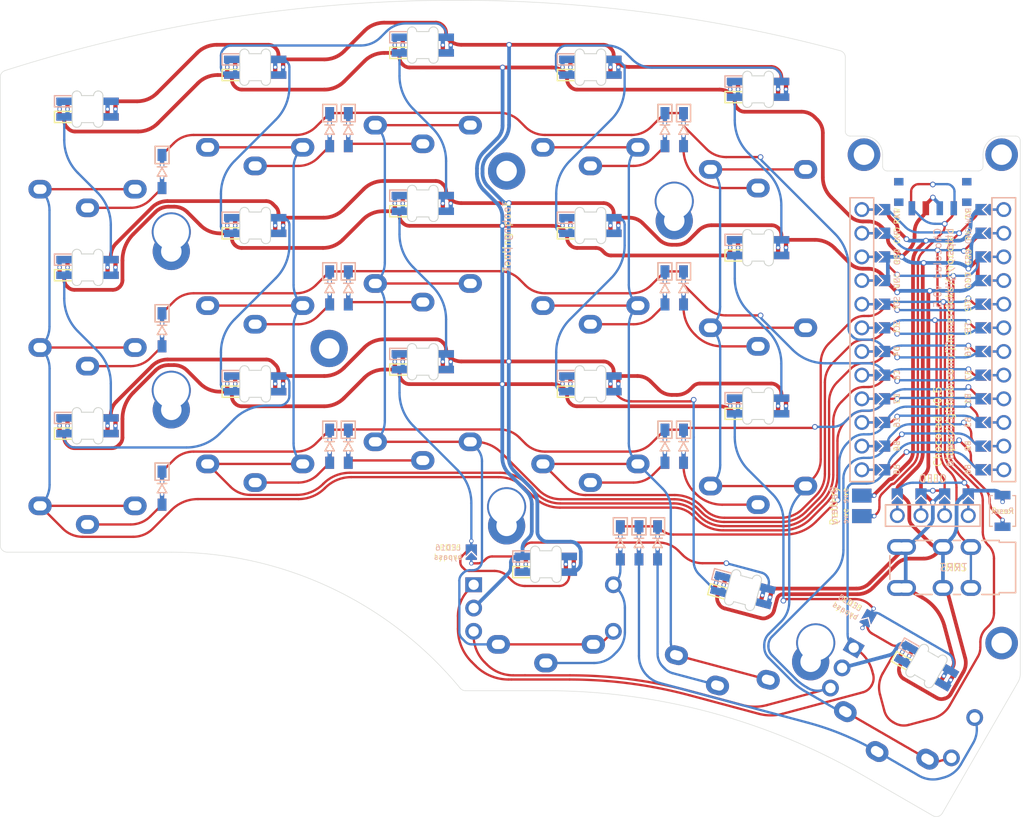
<source format=kicad_pcb>
(kicad_pcb (version 20211014) (generator pcbnew)
  (title_block (title "Chocolad") (date "2022-01-21") (rev "0.5") (company "jmnw"))
  (layers (0 "F.Cu" signal) (31 "B.Cu" signal) (34 "B.Paste" user) (35 "F.Paste" user) (36 "B.SilkS" user "B.Silkscreen") (37 "F.SilkS" user "F.Silkscreen") (38 "B.Mask" user) (39 "F.Mask" user) (44 "Edge.Cuts" user))
  (net 0 "")
  (net 1 "row0")
  (net 2 "Net-(D1-Pad2)")
  (net 3 "row1")
  (net 4 "Net-(D2-Pad2)")
  (net 5 "row2")
  (net 6 "Net-(D3-Pad2)")
  (net 7 "row3")
  (net 8 "Net-(D4-Pad2)")
  (net 9 "Net-(D5-Pad2)")
  (net 10 "Net-(D6-Pad2)")
  (net 11 "Net-(D7-Pad2)")
  (net 12 "Net-(D8-Pad2)")
  (net 13 "Net-(D9-Pad2)")
  (net 14 "Net-(D10-Pad2)")
  (net 15 "Net-(D11-Pad2)")
  (net 16 "Net-(D12-Pad2)")
  (net 17 "Net-(D13-Pad2)")
  (net 18 "Net-(D14-Pad2)")
  (net 19 "Net-(D15-Pad2)")
  (net 20 "er0")
  (net 21 "Net-(D17-Pad2)")
  (net 22 "er1")
  (net 23 "GND")
  (net 24 "VCC")
  (net 25 "col0")
  (net 26 "col1")
  (net 27 "col2")
  (net 28 "col3")
  (net 29 "col4")
  (net 30 "LED")
  (net 31 "data")
  (net 32 "Net-(BT1-Pad2)")
  (net 34 "Net-(L1-Pad4)")
  (net 35 "Net-(L2-Pad2)")
  (net 36 "Net-(L2-Pad4)")
  (net 37 "Net-(L3-Pad4)")
  (net 38 "Net-(L4-Pad2)")
  (net 39 "Net-(L4-Pad4)")
  (net 40 "Net-(L10-Pad2)")
  (net 41 "Net-(L11-Pad2)")
  (net 42 "reset")
  (net 43 "SCL")
  (net 44 "SDA")
  (net 45 "raw")
  (net 46 "Net-(L12-Pad4)")
  (net 47 "unconnected-(PSW1-Pad3)")
  (net 48 "Net-(L13-Pad2)")
  (net 49 "Net-(L14-Pad4)")
  (net 50 "Net-(L10-Pad4)")
  (net 51 "Net-(L11-Pad4)")
  (net 52 "eda")
  (net 53 "Net-(L14-Pad2)")
  (net 54 "edb")
  (net 55 "unconnected-(U1-Pad14)")
  (net 56 "unconnected-(U1-Pad15)")
  (net 57 "l15i")
  (net 58 "l17o")
  (net 59 "l13i")
  (net 60 "unconnected-(U1-Pad13)")
  (footprint "chocolad:D3_SMD" (layer "F.Cu") (at 60.338956 65.468633 -90)
    (fp_text reference "D1" hide)
    (fp_text value "D" hide)
  )
  (footprint "chocolad:D3_SMD" (layer "F.Cu") (at 78.338951 60.96864 -90)
    (fp_text reference "D2" hide)
    (fp_text value "D" hide)
  )
  (footprint "chocolad:D3_SMD" (layer "F.Cu") (at 80.338953 60.968637 -90)
    (fp_text reference "D3" hide)
    (fp_text value "D" hide)
  )
  (footprint "chocolad:D3_SMD" (layer "F.Cu") (at 114.338955 60.96864 -90)
    (fp_text reference "D4" hide)
    (fp_text value "D" hide)
  )
  (footprint "chocolad:D3_SMD" (layer "F.Cu") (at 116.33896 60.96864 -90)
    (fp_text reference "D5" hide)
    (fp_text value "D" hide)
  )
  (footprint "chocolad:D3_SMD" (layer "F.Cu") (at 60.338954 82.468633 -90)
    (fp_text reference "D6" hide)
    (fp_text value "D" hide)
  )
  (footprint "chocolad:D3_SMD" (layer "F.Cu") (at 78.338953 77.968634 -90)
    (fp_text reference "D7" hide)
    (fp_text value "D" hide)
  )
  (footprint "chocolad:D3_SMD" (layer "F.Cu") (at 80.338951 77.968634 -90)
    (fp_text reference "D8" hide)
    (fp_text value "D" hide)
  )
  (footprint "chocolad:D3_SMD" (layer "F.Cu") (at 114.338953 77.968635 -90)
    (fp_text reference "D9" hide)
    (fp_text value "D" hide)
  )
  (footprint "chocolad:D3_SMD" (layer "F.Cu") (at 116.338955 77.968634 -90)
    (fp_text reference "D10" hide)
    (fp_text value "D" hide)
  )
  (footprint "chocolad:D3_SMD" (layer "F.Cu") (at 60.338956 99.468636 -90)
    (fp_text reference "D11" hide)
    (fp_text value "D" hide)
  )
  (footprint "chocolad:D3_SMD" (layer "F.Cu") (at 78.338955 94.968639 -90)
    (fp_text reference "D12" hide)
    (fp_text value "D" hide)
  )
  (footprint "chocolad:D3_SMD" (layer "F.Cu") (at 80.338959 94.968637 -90)
    (fp_text reference "D13" hide)
    (fp_text value "D" hide)
  )
  (footprint "chocolad:D3_SMD" (layer "F.Cu") (at 114.338957 94.968637 -90)
    (fp_text reference "D14" hide)
    (fp_text value "D" hide)
  )
  (footprint "chocolad:D3_SMD" (layer "F.Cu") (at 116.338954 94.968637 -90)
    (fp_text reference "D15" hide)
    (fp_text value "D" hide)
  )
  (footprint "chocolad:D3_SMD" (layer "F.Cu") (at 109.551952 105.343637 -90)
    (fp_text reference "D16" hide)
    (fp_text value "D" hide)
  )
  (footprint "chocolad:D3_SMD" (layer "F.Cu") (at 113.551955 105.343638 -90)
    (fp_text reference "D17" hide)
    (fp_text value "D" hide)
  )
  (footprint "chocolad:D3_SMD" (layer "F.Cu") (at 111.551951 105.343638 -90)
    (fp_text reference "D18" hide)
    (fp_text value "D" hide)
  )
  (footprint "jmnw:SK6812_Mini_E_edit" (layer "F.Cu") (at 52.338952 58.768633 180)
    (fp_text reference "L1" hide)
    (fp_text value "SK6812Mini-e" hide)
    (fp_line (start -0.65 -1.45) (end 0.65 -1.45) (layer "Edge.Cuts") (width 0.1))
    (fp_line (start -1.65 -1.45) (end -1.65 1.45) (layer "Edge.Cuts") (width 0.1))
    (fp_line (start -0.65 1.45) (end 0.65 1.45) (layer "Edge.Cuts") (width 0.1))
    (fp_line (start 1.65 1.45) (end 1.65 -1.45) (layer "Edge.Cuts") (width 0.1))
    (fp_arc (start 1.65 1.45) (mid 1.15 1.95) (end 0.65 1.45) (layer "Edge.Cuts") (width 0.1))
    (fp_arc (start -1.65 -1.45) (mid -1.15 -1.95) (end -0.65 -1.45) (layer "Edge.Cuts") (width 0.1))
    (fp_arc (start 0.65 -1.45) (mid 1.15 -1.95) (end 1.65 -1.45) (layer "Edge.Cuts") (width 0.1))
    (fp_arc (start -0.65 1.45) (mid -1.15 1.95) (end -1.65 1.45) (layer "Edge.Cuts") (width 0.1))
  )
  (footprint "jmnw:SK6812_Mini_E_edit" (layer "F.Cu") (at 70.338948 54.268632 180)
    (fp_text reference "L2" hide)
    (fp_text value "SK6812Mini-e" hide)
    (fp_line (start -0.65 1.45) (end 0.65 1.45) (layer "Edge.Cuts") (width 0.1))
    (fp_line (start -1.65 -1.45) (end -1.65 1.45) (layer "Edge.Cuts") (width 0.1))
    (fp_line (start -0.65 -1.45) (end 0.65 -1.45) (layer "Edge.Cuts") (width 0.1))
    (fp_line (start 1.65 1.45) (end 1.65 -1.45) (layer "Edge.Cuts") (width 0.1))
    (fp_arc (start 0.65 -1.45) (mid 1.15 -1.95) (end 1.65 -1.45) (layer "Edge.Cuts") (width 0.1))
    (fp_arc (start 1.65 1.45) (mid 1.15 1.95) (end 0.65 1.45) (layer "Edge.Cuts") (width 0.1))
    (fp_arc (start -1.65 -1.45) (mid -1.15 -1.95) (end -0.65 -1.45) (layer "Edge.Cuts") (width 0.1))
    (fp_arc (start -0.65 1.45) (mid -1.15 1.95) (end -1.65 1.45) (layer "Edge.Cuts") (width 0.1))
  )
  (footprint "jmnw:SK6812_Mini_E_edit" (layer "F.Cu") (at 88.338955 51.893639 180)
    (fp_text reference "L3" hide)
    (fp_text value "SK6812Mini-e" hide)
    (fp_line (start 1.65 1.45) (end 1.65 -1.45) (layer "Edge.Cuts") (width 0.1))
    (fp_line (start -1.65 -1.45) (end -1.65 1.45) (layer "Edge.Cuts") (width 0.1))
    (fp_line (start -0.65 1.45) (end 0.65 1.45) (layer "Edge.Cuts") (width 0.1))
    (fp_line (start -0.65 -1.45) (end 0.65 -1.45) (layer "Edge.Cuts") (width 0.1))
    (fp_arc (start -1.65 -1.45) (mid -1.15 -1.95) (end -0.65 -1.45) (layer "Edge.Cuts") (width 0.1))
    (fp_arc (start 1.65 1.45) (mid 1.15 1.95) (end 0.65 1.45) (layer "Edge.Cuts") (width 0.1))
    (fp_arc (start -0.65 1.45) (mid -1.15 1.95) (end -1.65 1.45) (layer "Edge.Cuts") (width 0.1))
    (fp_arc (start 0.65 -1.45) (mid 1.15 -1.95) (end 1.65 -1.45) (layer "Edge.Cuts") (width 0.1))
  )
  (footprint "jmnw:SK6812_Mini_E_edit" (layer "F.Cu") (at 106.338955 54.268637 180)
    (fp_text reference "L4" hide)
    (fp_text value "SK6812Mini-e" hide)
    (fp_line (start -1.65 -1.45) (end -1.65 1.45) (layer "Edge.Cuts") (width 0.1))
    (fp_line (start -0.65 1.45) (end 0.65 1.45) (layer "Edge.Cuts") (width 0.1))
    (fp_line (start 1.65 1.45) (end 1.65 -1.45) (layer "Edge.Cuts") (width 0.1))
    (fp_line (start -0.65 -1.45) (end 0.65 -1.45) (layer "Edge.Cuts") (width 0.1))
    (fp_arc (start -1.65 -1.45) (mid -1.15 -1.95) (end -0.65 -1.45) (layer "Edge.Cuts") (width 0.1))
    (fp_arc (start -0.65 1.45) (mid -1.15 1.95) (end -1.65 1.45) (layer "Edge.Cuts") (width 0.1))
    (fp_arc (start 1.65 1.45) (mid 1.15 1.95) (end 0.65 1.45) (layer "Edge.Cuts") (width 0.1))
    (fp_arc (start 0.65 -1.45) (mid 1.15 -1.95) (end 1.65 -1.45) (layer "Edge.Cuts") (width 0.1))
  )
  (footprint "jmnw:SK6812_Mini_E_edit" (layer "F.Cu") (at 124.338958 56.643637 180)
    (fp_text reference "L5" hide)
    (fp_text value "SK6812Mini-e" hide)
    (fp_line (start 1.65 1.45) (end 1.65 -1.45) (layer "Edge.Cuts") (width 0.1))
    (fp_line (start -0.65 1.45) (end 0.65 1.45) (layer "Edge.Cuts") (width 0.1))
    (fp_line (start -0.65 -1.45) (end 0.65 -1.45) (layer "Edge.Cuts") (width 0.1))
    (fp_line (start -1.65 -1.45) (end -1.65 1.45) (layer "Edge.Cuts") (width 0.1))
    (fp_arc (start -0.65 1.45) (mid -1.15 1.95) (end -1.65 1.45) (layer "Edge.Cuts") (width 0.1))
    (fp_arc (start 0.65 -1.45) (mid 1.15 -1.95) (end 1.65 -1.45) (layer "Edge.Cuts") (width 0.1))
    (fp_arc (start -1.65 -1.45) (mid -1.15 -1.95) (end -0.65 -1.45) (layer "Edge.Cuts") (width 0.1))
    (fp_arc (start 1.65 1.45) (mid 1.15 1.95) (end 0.65 1.45) (layer "Edge.Cuts") (width 0.1))
  )
  (footprint "jmnw:SK6812_Mini_E_edit" (layer "F.Cu") (at 52.338957 75.768631 180)
    (fp_text reference "L6" hide)
    (fp_text value "SK6812Mini-e" hide)
    (fp_line (start -1.65 -1.45) (end -1.65 1.45) (layer "Edge.Cuts") (width 0.1))
    (fp_line (start -0.65 1.45) (end 0.65 1.45) (layer "Edge.Cuts") (width 0.1))
    (fp_line (start 1.65 1.45) (end 1.65 -1.45) (layer "Edge.Cuts") (width 0.1))
    (fp_line (start -0.65 -1.45) (end 0.65 -1.45) (layer "Edge.Cuts") (width 0.1))
    (fp_arc (start 1.65 1.45) (mid 1.15 1.95) (end 0.65 1.45) (layer "Edge.Cuts") (width 0.1))
    (fp_arc (start 0.65 -1.45) (mid 1.15 -1.95) (end 1.65 -1.45) (layer "Edge.Cuts") (width 0.1))
    (fp_arc (start -0.65 1.45) (mid -1.15 1.95) (end -1.65 1.45) (layer "Edge.Cuts") (width 0.1))
    (fp_arc (start -1.65 -1.45) (mid -1.15 -1.95) (end -0.65 -1.45) (layer "Edge.Cuts") (width 0.1))
  )
  (footprint "jmnw:SK6812_Mini_E_edit" (layer "F.Cu") (at 70.338956 71.268634 180)
    (fp_text reference "L7" hide)
    (fp_text value "SK6812Mini-e" hide)
    (fp_line (start -0.65 -1.45) (end 0.65 -1.45) (layer "Edge.Cuts") (width 0.1))
    (fp_line (start -0.65 1.45) (end 0.65 1.45) (layer "Edge.Cuts") (width 0.1))
    (fp_line (start 1.65 1.45) (end 1.65 -1.45) (layer "Edge.Cuts") (width 0.1))
    (fp_line (start -1.65 -1.45) (end -1.65 1.45) (layer "Edge.Cuts") (width 0.1))
    (fp_arc (start 1.65 1.45) (mid 1.15 1.95) (end 0.65 1.45) (layer "Edge.Cuts") (width 0.1))
    (fp_arc (start 0.65 -1.45) (mid 1.15 -1.95) (end 1.65 -1.45) (layer "Edge.Cuts") (width 0.1))
    (fp_arc (start -1.65 -1.45) (mid -1.15 -1.95) (end -0.65 -1.45) (layer "Edge.Cuts") (width 0.1))
    (fp_arc (start -0.65 1.45) (mid -1.15 1.95) (end -1.65 1.45) (layer "Edge.Cuts") (width 0.1))
  )
  (footprint "jmnw:SK6812_Mini_E_edit" (layer "F.Cu") (at 88.33896 68.893637 180)
    (fp_text reference "L8" hide)
    (fp_text value "SK6812Mini-e" hide)
    (fp_line (start 1.65 1.45) (end 1.65 -1.45) (layer "Edge.Cuts") (width 0.1))
    (fp_line (start -1.65 -1.45) (end -1.65 1.45) (layer "Edge.Cuts") (width 0.1))
    (fp_line (start -0.65 1.45) (end 0.65 1.45) (layer "Edge.Cuts") (width 0.1))
    (fp_line (start -0.65 -1.45) (end 0.65 -1.45) (layer "Edge.Cuts") (width 0.1))
    (fp_arc (start 0.65 -1.45) (mid 1.15 -1.95) (end 1.65 -1.45) (layer "Edge.Cuts") (width 0.1))
    (fp_arc (start 1.65 1.45) (mid 1.15 1.95) (end 0.65 1.45) (layer "Edge.Cuts") (width 0.1))
    (fp_arc (start -1.65 -1.45) (mid -1.15 -1.95) (end -0.65 -1.45) (layer "Edge.Cuts") (width 0.1))
    (fp_arc (start -0.65 1.45) (mid -1.15 1.95) (end -1.65 1.45) (layer "Edge.Cuts") (width 0.1))
  )
  (footprint "jmnw:SK6812_Mini_E_edit" (layer "F.Cu") (at 106.338951 71.268633 180)
    (fp_text reference "L9" hide)
    (fp_text value "SK6812Mini-e" hide)
    (fp_line (start -0.65 -1.45) (end 0.65 -1.45) (layer "Edge.Cuts") (width 0.1))
    (fp_line (start 1.65 1.45) (end 1.65 -1.45) (layer "Edge.Cuts") (width 0.1))
    (fp_line (start -0.65 1.45) (end 0.65 1.45) (layer "Edge.Cuts") (width 0.1))
    (fp_line (start -1.65 -1.45) (end -1.65 1.45) (layer "Edge.Cuts") (width 0.1))
    (fp_arc (start 0.65 -1.45) (mid 1.15 -1.95) (end 1.65 -1.45) (layer "Edge.Cuts") (width 0.1))
    (fp_arc (start -1.65 -1.45) (mid -1.15 -1.95) (end -0.65 -1.45) (layer "Edge.Cuts") (width 0.1))
    (fp_arc (start 1.65 1.45) (mid 1.15 1.95) (end 0.65 1.45) (layer "Edge.Cuts") (width 0.1))
    (fp_arc (start -0.65 1.45) (mid -1.15 1.95) (end -1.65 1.45) (layer "Edge.Cuts") (width 0.1))
  )
  (footprint "jmnw:SK6812_Mini_E_edit" (layer "F.Cu") (at 124.338953 73.643638 180)
    (fp_text reference "L10" hide)
    (fp_text value "SK6812Mini-e" hide)
    (fp_line (start -1.65 -1.45) (end -1.65 1.45) (layer "Edge.Cuts") (width 0.1))
    (fp_line (start 1.65 1.45) (end 1.65 -1.45) (layer "Edge.Cuts") (width 0.1))
    (fp_line (start -0.65 -1.45) (end 0.65 -1.45) (layer "Edge.Cuts") (width 0.1))
    (fp_line (start -0.65 1.45) (end 0.65 1.45) (layer "Edge.Cuts") (width 0.1))
    (fp_arc (start -1.65 -1.45) (mid -1.15 -1.95) (end -0.65 -1.45) (layer "Edge.Cuts") (width 0.1))
    (fp_arc (start 1.65 1.45) (mid 1.15 1.95) (end 0.65 1.45) (layer "Edge.Cuts") (width 0.1))
    (fp_arc (start 0.65 -1.45) (mid 1.15 -1.95) (end 1.65 -1.45) (layer "Edge.Cuts") (width 0.1))
    (fp_arc (start -0.65 1.45) (mid -1.15 1.95) (end -1.65 1.45) (layer "Edge.Cuts") (width 0.1))
  )
  (footprint "jmnw:SK6812_Mini_E_edit" (layer "F.Cu") (at 52.338952 92.768631 180)
    (fp_text reference "L11" hide)
    (fp_text value "SK6812Mini-e" hide)
    (fp_line (start -0.65 1.45) (end 0.65 1.45) (layer "Edge.Cuts") (width 0.1))
    (fp_line (start -0.65 -1.45) (end 0.65 -1.45) (layer "Edge.Cuts") (width 0.1))
    (fp_line (start -1.65 -1.45) (end -1.65 1.45) (layer "Edge.Cuts") (width 0.1))
    (fp_line (start 1.65 1.45) (end 1.65 -1.45) (layer "Edge.Cuts") (width 0.1))
    (fp_arc (start -1.65 -1.45) (mid -1.15 -1.95) (end -0.65 -1.45) (layer "Edge.Cuts") (width 0.1))
    (fp_arc (start 0.65 -1.45) (mid 1.15 -1.95) (end 1.65 -1.45) (layer "Edge.Cuts") (width 0.1))
    (fp_arc (start 1.65 1.45) (mid 1.15 1.95) (end 0.65 1.45) (layer "Edge.Cuts") (width 0.1))
    (fp_arc (start -0.65 1.45) (mid -1.15 1.95) (end -1.65 1.45) (layer "Edge.Cuts") (width 0.1))
  )
  (footprint "jmnw:SK6812_Mini_E_edit" (layer "F.Cu") (at 70.338953 88.268637 180)
    (fp_text reference "L12" hide)
    (fp_text value "SK6812Mini-e" hide)
    (fp_line (start -1.65 -1.45) (end -1.65 1.45) (layer "Edge.Cuts") (width 0.1))
    (fp_line (start -0.65 -1.45) (end 0.65 -1.45) (layer "Edge.Cuts") (width 0.1))
    (fp_line (start 1.65 1.45) (end 1.65 -1.45) (layer "Edge.Cuts") (width 0.1))
    (fp_line (start -0.65 1.45) (end 0.65 1.45) (layer "Edge.Cuts") (width 0.1))
    (fp_arc (start 0.65 -1.45) (mid 1.15 -1.95) (end 1.65 -1.45) (layer "Edge.Cuts") (width 0.1))
    (fp_arc (start -0.65 1.45) (mid -1.15 1.95) (end -1.65 1.45) (layer "Edge.Cuts") (width 0.1))
    (fp_arc (start -1.65 -1.45) (mid -1.15 -1.95) (end -0.65 -1.45) (layer "Edge.Cuts") (width 0.1))
    (fp_arc (start 1.65 1.45) (mid 1.15 1.95) (end 0.65 1.45) (layer "Edge.Cuts") (width 0.1))
  )
  (footprint "jmnw:SK6812_Mini_E_edit" (layer "F.Cu") (at 88.338956 85.893636 180)
    (fp_text reference "L13" hide)
    (fp_text value "SK6812Mini-e" hide)
    (fp_line (start 1.65 1.45) (end 1.65 -1.45) (layer "Edge.Cuts") (width 0.1))
    (fp_line (start -0.65 1.45) (end 0.65 1.45) (layer "Edge.Cuts") (width 0.1))
    (fp_line (start -1.65 -1.45) (end -1.65 1.45) (layer "Edge.Cuts") (width 0.1))
    (fp_line (start -0.65 -1.45) (end 0.65 -1.45) (layer "Edge.Cuts") (width 0.1))
    (fp_arc (start -1.65 -1.45) (mid -1.15 -1.95) (end -0.65 -1.45) (layer "Edge.Cuts") (width 0.1))
    (fp_arc (start 1.65 1.45) (mid 1.15 1.95) (end 0.65 1.45) (layer "Edge.Cuts") (width 0.1))
    (fp_arc (start -0.65 1.45) (mid -1.15 1.95) (end -1.65 1.45) (layer "Edge.Cuts") (width 0.1))
    (fp_arc (start 0.65 -1.45) (mid 1.15 -1.95) (end 1.65 -1.45) (layer "Edge.Cuts") (width 0.1))
  )
  (footprint "jmnw:SK6812_Mini_E_edit" (layer "F.Cu") (at 106.33895 88.268635 180)
    (fp_text reference "L14" hide)
    (fp_text value "SK6812Mini-e" hide)
    (fp_line (start -0.65 -1.45) (end 0.65 -1.45) (layer "Edge.Cuts") (width 0.1))
    (fp_line (start -1.65 -1.45) (end -1.65 1.45) (layer "Edge.Cuts") (width 0.1))
    (fp_line (start -0.65 1.45) (end 0.65 1.45) (layer "Edge.Cuts") (width 0.1))
    (fp_line (start 1.65 1.45) (end 1.65 -1.45) (layer "Edge.Cuts") (width 0.1))
    (fp_arc (start 1.65 1.45) (mid 1.15 1.95) (end 0.65 1.45) (layer "Edge.Cuts") (width 0.1))
    (fp_arc (start -0.65 1.45) (mid -1.15 1.95) (end -1.65 1.45) (layer "Edge.Cuts") (width 0.1))
    (fp_arc (start 0.65 -1.45) (mid 1.15 -1.95) (end 1.65 -1.45) (layer "Edge.Cuts") (width 0.1))
    (fp_arc (start -1.65 -1.45) (mid -1.15 -1.95) (end -0.65 -1.45) (layer "Edge.Cuts") (width 0.1))
  )
  (footprint "jmnw:SK6812_Mini_E_edit" (layer "F.Cu") (at 124.338954 90.643638 180)
    (fp_text reference "L15" hide)
    (fp_text value "SK6812Mini-e" hide)
    (fp_line (start -1.65 -1.45) (end -1.65 1.45) (layer "Edge.Cuts") (width 0.1))
    (fp_line (start -0.65 -1.45) (end 0.65 -1.45) (layer "Edge.Cuts") (width 0.1))
    (fp_line (start -0.65 1.45) (end 0.65 1.45) (layer "Edge.Cuts") (width 0.1))
    (fp_line (start 1.65 1.45) (end 1.65 -1.45) (layer "Edge.Cuts") (width 0.1))
    (fp_arc (start 1.65 1.45) (mid 1.15 1.95) (end 0.65 1.45) (layer "Edge.Cuts") (width 0.1))
    (fp_arc (start 0.65 -1.45) (mid 1.15 -1.95) (end 1.65 -1.45) (layer "Edge.Cuts") (width 0.1))
    (fp_arc (start -1.65 -1.45) (mid -1.15 -1.95) (end -0.65 -1.45) (layer "Edge.Cuts") (width 0.1))
    (fp_arc (start -0.65 1.45) (mid -1.15 1.95) (end -1.65 1.45) (layer "Edge.Cuts") (width 0.1))
  )
  (footprint "jmnw:SK6812_Mini_E_edit" (layer "F.Cu") (at 101.551952 107.643631 180)
    (fp_text reference "L16" hide)
    (fp_text value "SK6812Mini-e" hide)
    (fp_line (start -1.65 -1.45) (end -1.65 1.45) (layer "Edge.Cuts") (width 0.1))
    (fp_line (start -0.65 1.45) (end 0.65 1.45) (layer "Edge.Cuts") (width 0.1))
    (fp_line (start 1.65 1.45) (end 1.65 -1.45) (layer "Edge.Cuts") (width 0.1))
    (fp_line (start -0.65 -1.45) (end 0.65 -1.45) (layer "Edge.Cuts") (width 0.1))
    (fp_arc (start 0.65 -1.45) (mid 1.15 -1.95) (end 1.65 -1.45) (layer "Edge.Cuts") (width 0.1))
    (fp_arc (start -1.65 -1.45) (mid -1.15 -1.95) (end -0.65 -1.45) (layer "Edge.Cuts") (width 0.1))
    (fp_arc (start -0.65 1.45) (mid -1.15 1.95) (end -1.65 1.45) (layer "Edge.Cuts") (width 0.1))
    (fp_arc (start 1.65 1.45) (mid 1.15 1.95) (end 0.65 1.45) (layer "Edge.Cuts") (width 0.1))
  )
  (footprint "jmnw:SK6812_Mini_E_edit" (layer "F.Cu") (at 122.727732 110.42047 165)
    (fp_text reference "L17" hide)
    (fp_text value "SK6812Mini-e" hide)
    (fp_line (start -1.65 -1.45) (end -1.65 1.45) (layer "Edge.Cuts") (width 0.1))
    (fp_line (start 1.65 1.45) (end 1.65 -1.45) (layer "Edge.Cuts") (width 0.1))
    (fp_line (start -0.65 -1.45) (end 0.65 -1.45) (layer "Edge.Cuts") (width 0.1))
    (fp_line (start -0.65 1.45) (end 0.65 1.45) (layer "Edge.Cuts") (width 0.1))
    (fp_arc (start 1.65 1.45) (mid 1.15 1.95) (end 0.65 1.45) (layer "Edge.Cuts") (width 0.1))
    (fp_arc (start 0.65 -1.45) (mid 1.15 -1.95) (end 1.65 -1.45) (layer "Edge.Cuts") (width 0.1))
    (fp_arc (start -1.65 -1.45) (mid -1.15 -1.95) (end -0.65 -1.45) (layer "Edge.Cuts") (width 0.1))
    (fp_arc (start -0.65 1.45) (mid -1.15 1.95) (end -1.65 1.45) (layer "Edge.Cuts") (width 0.1))
  )
  (footprint "jmnw:SK6812_Mini_E_edit" (layer "F.Cu") (at 142.425408 118.572082 150)
    (fp_text reference "L18" hide)
    (fp_text value "SK6812Mini-e" hide)
    (fp_line (start -0.65 1.45) (end 0.65 1.45) (layer "Edge.Cuts") (width 0.1))
    (fp_line (start 1.65 1.45) (end 1.65 -1.45) (layer "Edge.Cuts") (width 0.1))
    (fp_line (start -1.65 -1.45) (end -1.65 1.45) (layer "Edge.Cuts") (width 0.1))
    (fp_line (start -0.65 -1.45) (end 0.65 -1.45) (layer "Edge.Cuts") (width 0.1))
    (fp_arc (start 0.65 -1.45) (mid 1.15 -1.95) (end 1.65 -1.45) (layer "Edge.Cuts") (width 0.1))
    (fp_arc (start -1.65 -1.45) (mid -1.15 -1.95) (end -0.65 -1.45) (layer "Edge.Cuts") (width 0.1))
    (fp_arc (start 1.65 1.45) (mid 1.15 1.95) (end 0.65 1.45) (layer "Edge.Cuts") (width 0.1))
    (fp_arc (start -0.65 1.45) (mid -1.15 1.95) (end -1.65 1.45) (layer "Edge.Cuts") (width 0.1))
  )
  (footprint "chocolad:Choc" (layer "F.Cu") (at 52.338951 63.468639)
    (fp_text reference "SW1" hide)
    (fp_text value "SW_PUSH" hide)
  )
  (footprint "chocolad:Choc" (layer "F.Cu") (at 70.338952 58.96864)
    (fp_text reference "SW2" hide)
    (fp_text value "SW_PUSH" hide)
  )
  (footprint "chocolad:Choc" (layer "F.Cu") (at 88.338957 56.593638)
    (fp_text reference "SW3" hide)
    (fp_text value "SW_PUSH" hide)
  )
  (footprint "chocolad:Choc" (layer "F.Cu") (at 106.338955 58.968641)
    (fp_text reference "SW4" hide)
    (fp_text value "SW_PUSH" hide)
  )
  (footprint "chocolad:Choc" (layer "F.Cu") (at 124.338953 61.343631)
    (fp_text reference "SW5" hide)
    (fp_text value "SW_PUSH" hide)
  )
  (footprint "chocolad:Choc" (layer "F.Cu") (at 52.338954 80.468632)
    (fp_text reference "SW6" hide)
    (fp_text value "SW_PUSH" hide)
  )
  (footprint "chocolad:Choc" (layer "F.Cu") (at 70.338954 75.968639)
    (fp_text reference "SW7" hide)
    (fp_text value "SW_PUSH" hide)
  )
  (footprint "chocolad:Choc" (layer "F.Cu") (at 106.33895 75.968639)
    (fp_text reference "SW9" hide)
    (fp_text value "SW_PUSH" hide)
  )
  (footprint "chocolad:Choc" (layer "F.Cu") (at 124.338953 78.343639)
    (fp_text reference "SW10" hide)
    (fp_text value "SW_PUSH" hide)
  )
  (footprint "chocolad:Choc" (layer "F.Cu") (at 52.338951 97.468637)
    (fp_text reference "SW11" hide)
    (fp_text value "SW_PUSH" hide)
  )
  (footprint "chocolad:Choc" (layer "F.Cu") (at 70.338955 92.968638)
    (fp_text reference "SW12" hide)
    (fp_text value "SW_PUSH" hide)
  )
  (footprint "chocolad:Choc" (layer "F.Cu") (at 88.338955 90.593637)
    (fp_text reference "SW13" hide)
    (fp_text value "SW_PUSH" hide)
  )
  (footprint "chocolad:Choc" (layer "F.Cu") (at 106.338951 92.968638)
    (fp_text reference "SW14" hide)
    (fp_text value "SW_PUSH" hide)
  )
  (footprint "chocolad:Choc" (layer "F.Cu") (at 124.338954 95.343635)
    (fp_text reference "SW15" hide)
    (fp_text value "SW_PUSH" hide)
  )
  (footprint "chocolad:Choc" (layer "F.Cu") (at 101.551952 112.343637)
    (fp_text reference "SW16" hide)
    (fp_text value "SW_PUSH" hide)
  )
  (footprint "chocolad:Choc" (layer "F.Cu") (at 121.511276 114.960326 -15)
    (fp_text reference "SW17" hide)
    (fp_text value "SW_PUSH" hide)
  )
  (footprint "jmnw:M2_hole_4.2mm" (layer "F.Cu") (at 97.338953 101.468633)
    (fp_text reference "" hide)
    (fp_text value "")
  )
  (footprint "chocolad:Choc" (layer "F.Cu") (at 140.075407 122.642394 -30)
    (fp_text reference "SW18" hide)
    (fp_text value "SW_PUSH" hide)
  )
  (footprint "swoop:M2_double_hole_4mm" (layer "F.Cu") (at 61.333953 71.951643)
    (fp_text reference "H2" hide)
    (fp_text value "M2 Hole" hide)
  )
  (footprint "swoop:M2_double_hole_4mm" (layer "F.Cu") (at 115.338954 68.656135)
    (fp_text reference "H2" hide)
    (fp_text value "M2 Hole" hide)
  )
  (footprint "swoop:ProMicro_jumpers" (layer "F.Cu") (at 143.103372 83.525277)
    (fp_text reference "U1" hide)
    (fp_text value "ProMicro" hide)
  )
  (footprint "swoop:RotaryEncoder" (layer "F.Cu") (at 101.551952 112.343637)
    (fp_text reference "EN1")
    (fp_text value "RotaryEncoder_Switch")
  )
  (footprint "chocolad:Choc" (layer "F.Cu") (at 88.338955 73.593636)
    (fp_text reference "SW8" hide)
    (fp_text value "SW_PUSH" hide)
  )
  (footprint "swoop:M2_hole_3.5mm" (layer "F.Cu") (at 150.495661 116.102349)
    (fp_text reference "Ref**" hide)
    (fp_text value "Val**" hide)
  )
  (footprint "swoop:RotaryEncoder" (layer "F.Cu") (at 140.075407 122.642394 -30)
    (fp_text reference "EN2")
    (fp_text value "RotaryEncoder_Switch")
  )
  (footprint "swoop:Power" (layer "F.Cu") (at 143.103376 67.662267 180)
    (fp_text reference "PSW1" hide)
    (fp_text value "SW_SPDT" hide)
  )
  (footprint "swoop:Reset" (layer "F.Cu") (at 150.593663 101.915349 90)
    (fp_text reference "RSW1" hide)
    (fp_text value "Reset")
  )
  (footprint "swoop:Battery_pads_reversible" (layer "F.Cu") (at 135.476663 101.370344 -90)
    (fp_text reference "BT1" hide)
    (fp_text value "Battery_Cell" hide)
  )
  (footprint "chocolad:M2_hole_3.5mm" (layer "F.Cu") (at 115.338891 86.843279)
    (fp_text reference "" hide)
    (fp_text value "")
  )
  (footprint "swoop:Tenting_puck" (layer "F.Cu") (at 97.338488 84.469023 90)
    (fp_text reference "PUCK1")
    (fp_text value "SYM_Arrow45_Small")
  )
  (footprint "swoop:Jumper" (layer "F.Cu") (at 136.147206 113.446245 -120)
    (fp_text reference "JP1" hide)
    (fp_text value "LED bypass" hide)
  )
  (footprint "swoop:M2_double_hole_4mm" (layer "F.Cu") (at 61.333953 88.961638)
    (fp_text reference "H2" hide)
    (fp_text value "M2 Hole" hide)
  )
  (footprint "swoop:M2_double_hole_4mm" (layer "F.Cu") (at 130.528476 116.082729 -15)
    (fp_text reference "H2" hide)
    (fp_text value "M2 Hole" hide)
  )
  (footprint "swoop:OLED_jumpers" (layer "F.Cu") (at 139.293555 102.414968)
    (fp_text reference "O1" hide)
    (fp_text value "OLED")
  )
  (footprint "swoop:Jumper" (layer "F.Cu") (at 93.551948 106.343637 -90)
    (fp_text reference "JP2" hide)
    (fp_text value "LED bypass" hide)
  )
  (footprint "swoop:M2_hole_3.5mm" (layer "F.Cu") (at 135.713406 63.661846)
    (fp_text reference "Ref**" hide)
    (fp_text value "Val**" hide)
  )
  (footprint "swoop:TRRS-3pin" (layer "F.Cu") (at 150.393661 107.987352 -90)
    (fp_text reference "J1")
    (fp_text value "TRRS" hide)
  )
  (footprint "swoop:M2_hole_3.5mm" (layer "F.Cu") (at 150.494729 63.661389)
    (fp_text reference "Ref**" hide)
    (fp_text value "Val**" hide)
  )
  (gr_arc (start 43.490138 54.62844) (mid 88.177143 47.121868) (end 133.170138 52.498439) (layer "Edge.Cuts") (width 0.05))
  (gr_line (start 92.926881 121.218411) (end 101.551882 121.21841) (layer "Edge.Cuts") (width 0.05))
  (gr_line (start 152.494666 62.161353) (end 152.495289 119.403539) (layer "Edge.Cuts") (width 0.05))
  (gr_arc (start 148.49454 63.661201) (mid 149.080398 62.246965) (end 150.494676 61.66121) (layer "Edge.Cuts") (width 0.05))
  (gr_arc (start 148.494364 64.911126) (mid 148.347915 65.264681) (end 147.994359 65.411127) (layer "Edge.Cuts") (width 0.05))
  (gr_line (start 138.213514 65.411731) (end 147.994359 65.411127) (layer "Edge.Cuts") (width 0.05))
  (gr_line (start 135.6381 130.328653) (end 143.106895 134.640763) (layer "Edge.Cuts") (width 0.05))
  (gr_arc (start 43.714404 106.34343) (mid 43.184072 106.123759) (end 42.964403 105.593427) (layer "Edge.Cuts") (width 0.05))
  (gr_arc (start 138.213514 65.411731) (mid 137.859958 65.265286) (end 137.713515 64.911729) (layer "Edge.Cuts") (width 0.05))
  (gr_line (start 148.494364 64.911126) (end 148.49454 63.661201) (layer "Edge.Cuts") (width 0.05))
  (gr_arc (start 92.926881 121.218411) (mid 92.604279 121.145332) (end 92.344668 120.940355) (layer "Edge.Cuts") (width 0.05))
  (gr_line (start 137.713334 63.661796) (end 137.713515 64.911729) (layer "Edge.Cuts") (width 0.05))
  (gr_arc (start 144.131415 134.366245) (mid 143.676012 134.715691) (end 143.1069 134.640758) (layer "Edge.Cuts") (width 0.05))
  (gr_arc (start 151.994662 61.661341) (mid 152.348226 61.807787) (end 152.494666 62.161353) (layer "Edge.Cuts") (width 0.05))
  (gr_arc (start 152.495289 119.403539) (mid 152.434287 119.864183) (end 152.256358 120.293434) (layer "Edge.Cuts") (width 0.05))
  (gr_arc (start 134.213411 61.661842) (mid 133.859858 61.515395) (end 133.71341 61.161842) (layer "Edge.Cuts") (width 0.05))
  (gr_line (start 61.338932 106.343431) (end 43.714404 106.34343) (layer "Edge.Cuts") (width 0.05))
  (gr_line (start 150.494676 61.66121) (end 151.994662 61.661341) (layer "Edge.Cuts") (width 0.05))
  (gr_line (start 144.131415 134.366245) (end 152.256358 120.293434) (layer "Edge.Cuts") (width 0.05))
  (gr_arc (start 101.551882 121.21841) (mid 119.192663 123.537327) (end 135.6381 130.328653) (layer "Edge.Cuts") (width 0.05))
  (gr_arc (start 135.713349 61.661663) (mid 137.127581 62.247521) (end 137.713334 63.661796) (layer "Edge.Cuts") (width 0.05))
  (gr_arc (start 133.170138 52.498439) (mid 133.562587 52.767339) (end 133.713782 53.218409) (layer "Edge.Cuts") (width 0.05))
  (gr_line (start 133.713782 53.218409) (end 133.71341 61.161842) (layer "Edge.Cuts") (width 0.05))
  (gr_arc (start 61.338932 106.343431) (mid 78.474431 110.173976) (end 92.344668 120.940355) (layer "Edge.Cuts") (width 0.05))
  (gr_arc (start 42.9644 55.343904) (mid 43.11 54.9) (end 43.490138 54.62844) (layer "Edge.Cuts") (width 0.05))
  (gr_line (start 134.213411 61.661842) (end 135.713349 61.661663) (layer "Edge.Cuts") (width 0.05))
  (gr_line (start 42.964402 105.593428) (end 42.9644 55.343904) (layer "Edge.Cuts") (width 0.05))
  (gr_text "Chocolad v0.5\nhttps://github.com/jimmerricks/chocolad" (at 144.272166 71.456222 90) (layer "B.SilkS") (effects (font (size 0.8 0.8) (thickness 0.1)) (justify left mirror)))
  (gr_text "Chocolad v0.5\nhttps://github.com/jimmerricks/chocolad" (at 144.27217 97.256217 90) (layer "F.SilkS") (effects (font (size 0.8 0.8) (thickness 0.1)) (justify left)))
  (segment (start 80.338954 59.193639) (end 80.363475 59.169116) (width 0.25) (layer "F.Cu") (net 1))
  (segment (start 101.459225 61.544117) (end 110.745834 61.544113) (width 0.25) (layer "F.Cu") (net 1))
  (segment (start 76.867155 60.665437) (end 78.338952 59.193638) (width 0.25) (layer "F.Cu") (net 1))
  (segment (start 78.338952 59.193638) (end 80.338954 59.193639) (width 0.25) (layer "F.Cu") (net 1))
  (segment (start 98.720265 60.047799) (end 99.337903 60.665437) (width 0.25) (layer "F.Cu") (net 1))
  (segment (start 124.604616 63.919112) (end 124.605474 63.918251) (width 0.25) (layer "F.Cu") (net 1))
  (segment (start 116.338958 60.582305) (end 118.797089 63.040434) (width 0.25) (layer "F.Cu") (net 1))
  (segment (start 120.918411 63.91911) (end 124.604616 63.919112) (width 0.25) (layer "F.Cu") (net 1))
  (segment (start 114.338953 59.193638) (end 116.338958 59.193639) (width 0.25) (layer "F.Cu") (net 1))
  (segment (start 80.363475 59.169116) (end 96.598945 59.169122) (width 0.25) (layer "F.Cu") (net 1))
  (segment (start 60.33895 63.693634) (end 61.609788 62.422796) (width 0.25) (layer "F.Cu") (net 1))
  (segment (start 147.417936 84.648833) (end 146.929383 84.160275) (width 0.25) (layer "F.Cu") (net 1))
  (segment (start 147.929384 84.795279) (end 147.771496 84.795284) (width 0.25) (layer "F.Cu") (net 1))
  (segment (start 63.731109 61.544118) (end 74.745834 61.544121) (width 0.25) (layer "F.Cu") (net 1))
  (segment (start 116.338959 59.193643) (end 116.338958 60.582305) (width 0.25) (layer "F.Cu") (net 1))
  (segment (start 112.867157 60.665434) (end 114.338953 59.193638) (width 0.25) (layer "F.Cu") (net 1))
  (via (at 146.929383 84.160275) (size 0.6) (drill 0.4) (layers "F.Cu" "B.Cu") (net 1))
  (via (at 124.605474 63.918251) (size 0.6) (drill 0.4) (layers "F.Cu" "B.Cu") (net 1))
  (arc (start 110.745834 61.544113) (mid 111.893887 61.315754) (end 112.867157 60.665434) (width 0.25) (layer "F.Cu") (net 1))
  (arc (start 118.797089 63.040434) (mid 119.770358 63.690752) (end 120.918411 63.91911) (width 0.25) (layer "F.Cu") (net 1))
  (arc (start 99.337903 60.665437) (mid 100.311173 61.315754) (end 101.459225 61.544117) (width 0.25) (layer "F.Cu") (net 1))
  (arc (start 147.417936 84.648833) (mid 147.580151 84.757221) (end 147.771496 84.795284) (width 0.25) (layer "F.Cu") (net 1))
  (arc (start 61.609788 62.422796) (mid 62.583059 61.772475) (end 63.731109 61.544118) (width 0.25) (layer "F.Cu") (net 1))
  (arc (start 74.745834 61.544121) (mid 75.893885 61.315757) (end 76.867155 60.665437) (width 0.25) (layer "F.Cu") (net 1))
  (arc (start 98.720265 60.047799) (mid 97.746995 59.397482) (end 96.598945 59.169122) (width 0.25) (layer "F.Cu") (net 1))
  (segment (start 134.063884 75.695192) (end 134.063885 82.345628) (width 0.25) (layer "B.Cu") (net 1))
  (segment (start 138.326591 84.746069) (end 138.277377 84.795282) (width 0.25) (layer "B.Cu") (net 1))
  (segment (start 124.605474 63.918251) (end 124.605474 63.958606) (width 0.25) (layer "B.Cu") (net 1))
  (segment (start 146.929383 84.160275) (end 139.740808 84.160279) (width 0.25) (layer "B.Cu") (net 1))
  (segment (start 124.75192 64.312157) (end 132.599419 72.159659) (width 0.25) (layer "B.Cu") (net 1))
  (segment (start 137.587719 84.105624) (end 138.277373 84.795276) (width 0.25) (layer "B.Cu") (net 1))
  (segment (start 135.238098 83.51984) (end 136.173508 83.51984) (width 0.25) (layer "B.Cu") (net 1))
  (segment (start 134.356779 83.052735) (end 134.530992 83.226948) (width 0.25) (layer "B.Cu") (net 1))
  (arc (start 124.605474 63.958606) (mid 124.643534 64.149946) (end 124.75192 64.312157) (width 0.25) (layer "B.Cu") (net 1))
  (arc (start 138.326591 84.746069) (mid 138.97544 84.31252) (end 139.740808 84.160279) (width 0.25) (layer "B.Cu") (net 1))
  (arc (start 135.238098 83.51984) (mid 134.855415 83.44372) (end 134.530992 83.226948) (width 0.25) (layer "B.Cu") (net 1))
  (arc (start 137.587719 84.105624) (mid 136.938872 83.672079) (end 136.173508 83.51984) (width 0.25) (layer "B.Cu") (net 1))
  (arc (start 134.063885 82.345628) (mid 134.140005 82.728311) (end 134.356779 83.052735) (width 0.25) (layer "B.Cu") (net 1))
  (arc (start 134.063884 75.695192) (mid 133.683283 73.781775) (end 132.599419 72.159659) (width 0.25) (layer "B.Cu") (net 1))
  (segment (start 52.338953 69.368634) (end 56.971308 69.368638) (width 0.25) (layer "F.Cu") (net 2))
  (segment (start 59.092629 68.489957) (end 60.338959 67.243632) (width 0.25) (layer "F.Cu") (net 2))
  (arc (start 56.971308 69.368638) (mid 58.119362 69.140271) (end 59.092629 68.489957) (width 0.25) (layer "F.Cu") (net 2))
  (segment (start 112.867156 77.665439) (end 114.338954 76.193635) (width 0.25) (layer "F.Cu") (net 3))
  (segment (start 101.459218 78.544116) (end 110.74583 78.544121) (width 0.25) (layer "F.Cu") (net 3))
  (segment (start 76.867152 77.665435) (end 78.338952 76.193633) (width 0.25) (layer "F.Cu") (net 3))
  (segment (start 78.338952 76.193633) (end 80.338951 76.193634) (width 0.25) (layer "F.Cu") (net 3))
  (segment (start 124.606343 80.91912) (end 124.610474 80.923252) (width 0.25) (layer "F.Cu") (net 3))
  (segment (start 118.762072 80.040442) (end 116.338956 77.617321) (width 0.25) (layer "F.Cu") (net 3))
  (segment (start 60.338958 80.693635) (end 61.6098 79.422798) (width 0.25) (layer "F.Cu") (net 3))
  (segment (start 98.720265 77.047795) (end 99.337904 77.665432) (width 0.25) (layer "F.Cu") (net 3))
  (segment (start 147.41794 87.188834) (end 146.929385 86.700283) (width 0.25) (layer "F.Cu") (net 3))
  (segment (start 116.338956 77.617321) (end 116.338956 77.294034) (width 0.25) (layer "F.Cu") (net 3))
  (segment (start 80.338951 76.193634) (end 80.363467 76.169115) (width 0.25) (layer "F.Cu") (net 3))
  (segment (start 147.929377 87.335276) (end 147.771501 87.33528) (width 0.25) (layer "F.Cu") (net 3))
  (segment (start 120.883392 80.919119) (end 124.606343 80.91912) (width 0.25) (layer "F.Cu") (net 3))
  (segment (start 114.338954 76.193635) (end 116.338956 76.193633) (width 0.25) (layer "F.Cu") (net 3))
  (segment (start 80.363467 76.169115) (end 96.59894 76.169116) (width 0.25) (layer "F.Cu") (net 3))
  (segment (start 63.731122 78.544113) (end 74.74583 78.544119) (width 0.25) (layer "F.Cu") (net 3))
  (via (at 124.610474 80.923252) (size 0.6) (drill 0.4) (layers "F.Cu" "B.Cu") (net 3))
  (via (at 146.929385 86.700283) (size 0.6) (drill 0.4) (layers "F.Cu" "B.Cu") (net 3))
  (arc (start 110.74583 78.544121) (mid 111.893884 78.315757) (end 112.867156 77.665439) (width 0.25) (layer "F.Cu") (net 3))
  (arc (start 61.6098 79.422798) (mid 62.583067 78.772476) (end 63.731122 78.544113) (width 0.25) (layer "F.Cu") (net 3))
  (arc (start 74.74583 78.544119) (mid 75.893883 78.315751) (end 76.867152 77.665435) (width 0.25) (layer "F.Cu") (net 3))
  (arc (start 147.41794 87.188834) (mid 147.580155 87.297219) (end 147.771501 87.33528) (width 0.25) (layer "F.Cu") (net 3))
  (arc (start 118.762072 80.040442) (mid 119.735341 80.690758) (end 120.883392 80.919119) (width 0.25) (layer "F.Cu") (net 3))
  (arc (start 101.459218 78.544116) (mid 100.311171 78.315752) (end 99.337904 77.665432) (width 0.25) (layer "F.Cu") (net 3))
  (arc (start 98.720265 77.047795) (mid 97.746994 76.397478) (end 96.59894 76.169116) (width 0.25) (layer "F.Cu") (net 3))
  (segment (start 138.326596 87.286059) (end 138.277378 87.335279) (width 0.25) (layer "B.Cu") (net 3))
  (segment (start 124.610474 80.923252) (end 124.610474 80.963608) (width 0.25) (layer "B.Cu") (net 3))
  (segment (start 131.570671 86.059839) (end 136.173506 86.059839) (width 0.25) (layer "B.Cu") (net 3))
  (segment (start 146.929385 86.700283) (end 139.740803 86.700283) (width 0.25) (layer "B.Cu") (net 3))
  (segment (start 124.756921 81.317157) (end 128.035138 84.595374) (width 0.25) (layer "B.Cu") (net 3))
  (segment (start 137.58772 86.645626) (end 138.27737 87.335277) (width 0.25) (layer "B.Cu") (net 3))
  (arc (start 124.610474 80.963608) (mid 124.648535 81.154948) (end 124.756921 81.317157) (width 0.25) (layer "B.Cu") (net 3))
  (arc (start 136.173506 86.059839) (mid 136.938873 86.212081) (end 137.58772 86.645626) (width 0.25) (layer "B.Cu") (net 3))
  (arc (start 138.326596 87.286059) (mid 138.975442 86.852519) (end 139.740803 86.700283) (width 0.25) (layer "B.Cu") (net 3))
  (arc (start 131.570671 86.059839) (mid 129.657254 85.679237) (end 128.035138 84.595374) (width 0.25) (layer "B.Cu") (net 3))
  (segment (start 70.338954 64.86864) (end 74.971312 64.868638) (width 0.25) (layer "F.Cu") (net 4))
  (segment (start 77.092634 63.989961) (end 78.338953 62.743639) (width 0.25) (layer "F.Cu") (net 4))
  (arc (start 77.092634 63.989961) (mid 76.119365 64.640275) (end 74.971312 64.868638) (width 0.25) (layer "F.Cu") (net 4))
  (segment (start 76.867155 94.665436) (end 78.338961 93.193637) (width 0.25) (layer "F.Cu") (net 5))
  (segment (start 114.338959 93.193641) (end 116.338954 93.193642) (width 0.25) (layer "F.Cu") (net 5))
  (segment (start 112.867158 94.66544) (end 114.338959 93.193641) (width 0.25) (layer "F.Cu") (net 5))
  (segment (start 116.338955 93.193637) (end 116.532751 92.999838) (width 0.25) (layer "F.Cu") (net 5))
  (segment (start 116.338954 93.193642) (end 116.338958 93.193637) (width 0.25) (layer "F.Cu") (net 5))
  (segment (start 130.333874 92.999841) (end 130.443875 92.889839) (width 0.25) (layer "F.Cu") (net 5))
  (segment (start 80.338963 93.193636) (end 80.363478 93.169113) (width 0.25) (layer "F.Cu") (net 5))
  (segment (start 80.363478 93.169113) (end 96.598938 93.169116) (width 0.25) (layer "F.Cu") (net 5))
  (segment (start 101.459224 95.54412) (end 110.745838 95.544119) (width 0.25) (layer "F.Cu") (net 5))
  (segment (start 98.72026 94.047794) (end 99.337904 94.66544) (width 0.25) (layer "F.Cu") (net 5))
  (segment (start 147.782936 89.458842) (end 146.929378 88.605286) (width 0.25) (layer "F.Cu") (net 5))
  (segment (start 63.731112 95.544116) (end 74.745838 95.544115) (width 0.25) (layer "F.Cu") (net 5))
  (segment (start 147.929386 89.875273) (end 147.929384 89.812384) (width 0.25) (layer "F.Cu") (net 5))
  (segment (start 116.532751 92.999838) (end 130.333874 92.999841) (width 0.25) (layer "F.Cu") (net 5))
  (segment (start 60.338953 97.693635) (end 61.60979 96.422795) (width 0.25) (layer "F.Cu") (net 5))
  (segment (start 78.338961 93.193637) (end 80.338963 93.193636) (width 0.25) (layer "F.Cu") (net 5))
  (via (at 130.443875 92.889839) (size 0.6) (drill 0.4) (layers "F.Cu" "B.Cu") (net 5))
  (via (at 146.929378 88.605286) (size 0.6) (drill 0.4) (layers "F.Cu" "B.Cu") (net 5))
  (arc (start 74.745838 95.544115) (mid 75.893886 95.315758) (end 76.867155 94.665436) (width 0.25) (layer "F.Cu") (net 5))
  (arc (start 147.782936 89.458842) (mid 147.891322 89.621048) (end 147.929384 89.812384) (width 0.25) (layer "F.Cu") (net 5))
  (arc (start 96.598938 93.169116) (mid 97.74699 93.397477) (end 98.72026 94.047794) (width 0.25) (layer "F.Cu") (net 5))
  (arc (start 110.745838 95.544119) (mid 111.893887 95.315756) (end 112.867158 94.66544) (width 0.25) (layer "F.Cu") (net 5))
  (arc (start 101.459224 95.54412) (mid 100.311172 95.315758) (end 99.337904 94.66544) (width 0.25) (layer "F.Cu") (net 5))
  (arc (start 61.60979 96.422795) (mid 62.583062 95.772473) (end 63.731112 95.544116) (width 0.25) (layer "F.Cu") (net 5))
  (segment (start 133.719672 92.304054) (end 134.288101 91.735627) (width 0.25) (layer "B.Cu") (net 5))
  (segment (start 146.831645 88.70302) (end 146.929378 88.605286) (width 0.25) (layer "B.Cu") (net 5))
  (segment (start 140.107021 88.849461) (end 146.478085 88.849473) (width 0.25) (layer "B.Cu") (net 5))
  (segment (start 138.277389 89.875278) (end 138.277384 89.850672) (width 0.25) (layer "B.Cu") (net 5))
  (segment (start 135.702314 91.149842) (end 136.174379 91.149843) (width 0.25) (layer "B.Cu") (net 5))
  (segment (start 138.277384 89.850672) (end 138.692795 89.435255) (width 0.25) (layer "B.Cu") (net 5))
  (segment (start 137.588595 90.564053) (end 138.277371 89.875276) (width 0.25) (layer "B.Cu") (net 5))
  (segment (start 130.443875 92.889839) (end 132.305458 92.889838) (width 0.25) (layer "B.Cu") (net 5))
  (arc (start 146.831645 88.70302) (mid 146.669433 88.81141) (end 146.478085 88.849473) (width 0.25) (layer "B.Cu") (net 5))
  (arc (start 133.719672 92.304054) (mid 133.070826 92.737598) (end 132.305458 92.889838) (width 0.25) (layer "B.Cu") (net 5))
  (arc (start 140.107021 88.849461) (mid 139.341647 89.001703) (end 138.692795 89.435255) (width 0.25) (layer "B.Cu") (net 5))
  (arc (start 134.288101 91.735627) (mid 134.936947 91.302082) (end 135.702314 91.149842) (width 0.25) (layer "B.Cu") (net 5))
  (arc (start 136.174379 91.149843) (mid 136.939749 90.997601) (end 137.588595 90.564053) (width 0.25) (layer "B.Cu") (net 5))
  (segment (start 80.588956 62.493635) (end 80.338952 62.743642) (width 0.25) (layer "F.Cu") (net 6))
  (segment (start 88.338955 62.49364) (end 80.588956 62.493635) (width 0.25) (layer "F.Cu") (net 6))
  (segment (start 132.880846 100.74984) (end 130.550575 103.080107) (width 0.25) (layer "F.Cu") (net 7))
  (segment (start 113.551949 103.568638) (end 113.551949 103.568638) (width 0.25) (layer "F.Cu") (net 7))
  (segment (start 147.929372 92.415287) (end 147.929379 91.924509) (width 0.25) (layer "F.Cu") (net 7))
  (segment (start 111.551955 103.56864) (end 113.551949 103.568638) (width 0.25) (layer "F.Cu") (net 7))
  (segment (start 147.636484 91.217388) (end 146.929379 90.510284) (width 0.25) (layer "F.Cu") (net 7))
  (segment (start 127.248387 104.447921) (end 115.259664 104.44792) (width 0.25) (layer "F.Cu") (net 7))
  (segment (start 109.551949 103.568636) (end 111.551955 103.56864) (width 0.25) (layer "F.Cu") (net 7))
  (segment (start 113.845451 103.862133) (end 113.551953 103.568637) (width 0.25) (layer "F.Cu") (net 7))
  (via (at 132.880846 100.74984) (size 0.6) (drill 0.4) (layers "F.Cu" "B.Cu") (net 7))
  (via (at 146.929379 90.510284) (size 0.6) (drill 0.4) (layers "F.Cu" "B.Cu") (net 7))
  (arc (start 147.929379 91.924509) (mid 147.853263 91.541819) (end 147.636484 91.217388) (width 0.25) (layer "F.Cu") (net 7))
  (arc (start 130.550575 103.080107) (mid 129.035519 104.092438) (end 127.248387 104.447921) (width 0.25) (layer "F.Cu") (net 7))
  (arc (start 113.845451 103.862133) (mid 114.494297 104.295681) (end 115.259664 104.44792) (width 0.25) (layer "F.Cu") (net 7))
  (segment (start 132.880846 100.74984) (end 133.055825 100.574861) (width 0.25) (layer "B.Cu") (net 7))
  (segment (start 133.055825 100.574861) (end 133.055827 96.750541) (width 0.25) (layer "B.Cu") (net 7))
  (segment (start 135.702311 93.68984) (end 136.174384 93.68984) (width 0.25) (layer "B.Cu") (net 7))
  (segment (start 138.570267 91.604198) (end 138.869204 91.305259) (width 0.25) (layer "B.Cu") (net 7))
  (segment (start 140.283423 90.71947) (end 146.513086 90.719474) (width 0.25) (layer "B.Cu") (net 7))
  (segment (start 137.588597 93.104053) (end 138.277372 92.415276) (width 0.25) (layer "B.Cu") (net 7))
  (segment (start 146.866638 90.573026) (end 146.929379 90.510284) (width 0.25) (layer "B.Cu") (net 7))
  (segment (start 133.934506 94.629219) (end 134.288101 94.275626) (width 0.25) (layer "B.Cu") (net 7))
  (segment (start 138.277375 92.415273) (end 138.277377 92.311305) (width 0.25) (layer "B.Cu") (net 7))
  (arc (start 138.570267 91.604198) (mid 138.353494 91.928621) (end 138.277377 92.311305) (width 0.25) (layer "B.Cu") (net 7))
  (arc (start 133.055827 96.750541) (mid 133.28419 95.60249) (end 133.934506 94.629219) (width 0.25) (layer "B.Cu") (net 7))
  (arc (start 146.513086 90.719474) (mid 146.704426 90.681413) (end 146.866638 90.573026) (width 0.25) (layer "B.Cu") (net 7))
  (arc (start 135.702311 93.68984) (mid 134.936946 93.842081) (end 134.288101 94.275626) (width 0.25) (layer "B.Cu") (net 7))
  (arc (start 136.174384 93.68984) (mid 136.93975 93.537599) (end 137.588597 93.104053) (width 0.25) (layer "B.Cu") (net 7))
  (arc (start 138.869204 91.305259) (mid 139.518053 90.871712) (end 140.283423 90.71947) (width 0.25) (layer "B.Cu") (net 7))
  (segment (start 106.33895 64.86864) (end 110.971314 64.868636) (width 0.25) (layer "F.Cu") (net 8))
  (segment (start 113.092635 63.989955) (end 114.338954 62.743639) (width 0.25) (layer "F.Cu") (net 8))
  (arc (start 113.092635 63.989955) (mid 112.119364 64.640276) (end 110.971314 64.868636) (width 0.25) (layer "F.Cu") (net 8))
  (segment (start 116.338958 63.092779) (end 116.338956 62.743643) (width 0.25) (layer "F.Cu") (net 9))
  (segment (start 117.661387 66.072066) (end 117.510529 65.921205) (width 0.25) (layer "F.Cu") (net 9))
  (segment (start 124.338956 67.243637) (end 120.489814 67.243634) (width 0.25) (layer "F.Cu") (net 9))
  (arc (start 117.661387 66.072066) (mid 118.959075 66.939156) (end 120.489814 67.243634) (width 0.25) (layer "F.Cu") (net 9))
  (arc (start 117.510529 65.921205) (mid 116.643441 64.623514) (end 116.338958 63.092779) (width 0.25) (layer "F.Cu") (net 9))
  (segment (start 52.338948 86.368634) (end 56.971319 86.368633) (width 0.25) (layer "F.Cu") (net 10))
  (segment (start 59.092639 85.489956) (end 60.338954 84.243638) (width 0.25) (layer "F.Cu") (net 10))
  (arc (start 59.092639 85.489956) (mid 58.119367 86.140276) (end 56.971319 86.368633) (width 0.25) (layer "F.Cu") (net 10))
  (segment (start 77.09263 80.989954) (end 78.338954 79.743632) (width 0.25) (layer "F.Cu") (net 11))
  (segment (start 70.338957 81.868635) (end 74.971305 81.868632) (width 0.25) (layer "F.Cu") (net 11))
  (arc (start 77.09263 80.989954) (mid 76.119362 81.64027) (end 74.971305 81.868632) (width 0.25) (layer "F.Cu") (net 11))
  (segment (start 80.588951 79.493636) (end 80.338956 79.743634) (width 0.25) (layer "F.Cu") (net 12))
  (segment (start 88.338954 79.493634) (end 80.588951 79.493636) (width 0.25) (layer "F.Cu") (net 12))
  (segment (start 113.092633 80.98996) (end 114.33895 79.743634) (width 0.25) (layer "F.Cu") (net 13))
  (segment (start 106.338952 81.868642) (end 110.971311 81.868634) (width 0.25) (layer "F.Cu") (net 13))
  (arc (start 113.092633 80.98996) (mid 112.119361 81.640279) (end 110.971311 81.868634) (width 0.25) (layer "F.Cu") (net 13))
  (segment (start 117.661385 83.072065) (end 117.510524 82.921211) (width 0.25) (layer "F.Cu") (net 14))
  (segment (start 124.338954 84.243635) (end 120.489809 84.243638) (width 0.25) (layer "F.Cu") (net 14))
  (segment (start 116.338954 80.092779) (end 116.338956 79.743634) (width 0.25) (layer "F.Cu") (net 14))
  (arc (start 117.510524 82.921211) (mid 116.643434 81.623514) (end 116.338954 80.092779) (width 0.25) (layer "F.Cu") (net 14))
  (arc (start 120.489809 84.243638) (mid 118.959076 83.939158) (end 117.661385 83.072065) (width 0.25) (layer "F.Cu") (net 14))
  (segment (start 52.338954 103.368636) (end 56.971309 103.368632) (width 0.25) (layer "F.Cu") (net 15))
  (segment (start 59.092637 102.489955) (end 60.338951 101.243637) (width 0.25) (layer "F.Cu") (net 15))
  (arc (start 59.092637 102.489955) (mid 58.119359 103.140274) (end 56.971309 103.368632) (width 0.25) (layer "F.Cu") (net 15))
  (segment (start 77.092637 97.989959) (end 78.338956 96.743636) (width 0.25) (layer "F.Cu") (net 16))
  (segment (start 70.338957 98.868637) (end 74.971317 98.86864) (width 0.25) (layer "F.Cu") (net 16))
  (arc (start 77.092637 97.989959) (mid 76.119367 98.640276) (end 74.971317 98.86864) (width 0.25) (layer "F.Cu") (net 16))
  (segment (start 80.588958 96.493637) (end 80.338956 96.743641) (width 0.25) (layer "F.Cu") (net 17))
  (segment (start 88.338957 96.493638) (end 80.588958 96.493637) (width 0.25) (layer "F.Cu") (net 17))
  (segment (start 106.338956 98.868638) (end 110.971315 98.868636) (width 0.25) (layer "F.Cu") (net 18))
  (segment (start 113.092636 97.989959) (end 114.338958 96.74364) (width 0.25) (layer "F.Cu") (net 18))
  (arc (start 110.971315 98.868636) (mid 112.119366 98.64028) (end 113.092636 97.989959) (width 0.25) (layer "F.Cu") (net 18))
  (segment (start 116.338956 97.09278) (end 116.338958 96.74364) (width 0.25) (layer "F.Cu") (net 19))
  (segment (start 124.338954 101.243636) (end 120.489813 101.243637) (width 0.25) (layer "F.Cu") (net 19))
  (segment (start 117.661381 100.072063) (end 117.510527 99.921206) (width 0.25) (layer "F.Cu") (net 19))
  (arc (start 120.489813 101.243637) (mid 118.959079 100.939154) (end 117.661381 100.072063) (width 0.25) (layer "F.Cu") (net 19))
  (arc (start 116.338956 97.09278) (mid 116.643436 98.623515) (end 117.510527 99.921206) (width 0.25) (layer "F.Cu") (net 19))
  (segment (start 101.551952 118.243638) (end 106.732935 118.243636) (width 0.25) (layer "B.Cu") (net 20))
  (segment (start 109.551947 108.265214) (end 109.551948 107.118638) (width 0.25) (layer "B.Cu") (net 20))
  (segment (start 108.854257 117.364958) (end 109.162035 117.05718) (width 0.25) (layer "B.Cu") (net 20))
  (segment (start 110.040712 114.935858) (end 110.040713 112.325044) (width 0.25) (layer "B.Cu") (net 20))
  (segment (start 108.801951 109.84364) (end 108.966164 109.679423) (width 0.25) (layer "B.Cu") (net 20))
  (segment (start 109.162031 110.20372) (end 108.801951 109.84364) (width 0.25) (layer "B.Cu") (net 20))
  (arc (start 109.162035 117.05718) (mid 109.812355 116.083908) (end 110.040712 114.935858) (width 0.25) (layer "B.Cu") (net 20))
  (arc (start 108.966164 109.679423) (mid 109.399706 109.030579) (end 109.551947 108.265214) (width 0.25) (layer "B.Cu") (net 20))
  (arc (start 108.854257 117.364958) (mid 107.880985 118.015278) (end 106.732935 118.243636) (width 0.25) (layer "B.Cu") (net 20))
  (arc (start 109.162031 110.20372) (mid 109.812352 111.176994) (end 110.040713 112.325044) (width 0.25) (layer "B.Cu") (net 20))
  (segment (start 115.205824 119.348998) (end 119.963811 120.623896) (width 0.25) (layer "B.Cu") (net 21))
  (segment (start 119.963817 120.6239) (end 119.984249 120.659287) (width 0.25) (layer "B.Cu") (net 21))
  (segment (start 113.551949 107.118638) (end 113.55195 117.245631) (width 0.25) (layer "B.Cu") (net 21))
  (segment (start 114.137736 118.659845) (end 114.309247 118.831361) (width 0.25) (layer "B.Cu") (net 21))
  (segment (start 119.963811 120.623896) (end 119.984244 120.659286) (width 0.25) (layer "B.Cu") (net 21))
  (arc (start 115.205824 119.348998) (mid 114.723461 119.149196) (end 114.309247 118.831361) (width 0.25) (layer "B.Cu") (net 21))
  (arc (start 113.55195 117.245631) (mid 113.70419 118.011) (end 114.137736 118.659845) (width 0.25) (layer "B.Cu") (net 21))
  (segment (start 146.106574 129.14513) (end 147.430974 126.851204) (width 0.25) (layer "B.Cu") (net 22))
  (segment (start 147.730675 124.574746) (end 147.604092 124.102335) (width 0.25) (layer "B.Cu") (net 22))
  (segment (start 137.125409 127.751945) (end 141.620477 130.347174) (width 0.25) (layer "B.Cu") (net 22))
  (segment (start 137.118112 127.753898) (end 137.125406 127.751949) (width 0.25) (layer "B.Cu") (net 22))
  (segment (start 113.796894 120.396734) (end 129.721152 124.663628) (width 0.25) (layer "B.Cu") (net 22))
  (segment (start 136.956567 127.660632) (end 137.118112 127.753898) (width 0.25) (layer "B.Cu") (net 22))
  (segment (start 112.430632 119.598877) (end 112.452028 119.620276) (width 0.25) (layer "B.Cu") (net 22))
  (segment (start 143.896936 130.646879) (end 144.284954 130.542907) (width 0.25) (layer "B.Cu") (net 22))
  (segment (start 111.551951 107.118638) (end 111.55195 117.477557) (width 0.25) (layer "B.Cu") (net 22))
  (arc (start 129.721152 124.663628) (mid 133.437076 125.925015) (end 136.956567 127.660632) (width 0.25) (layer "B.Cu") (net 22))
  (arc (start 144.284954 130.542907) (mid 145.334784 130.025192) (end 146.106574 129.14513) (width 0.25) (layer "B.Cu") (net 22))
  (arc (start 147.430974 126.851204) (mid 147.807233 125.742781) (end 147.730675 124.574746) (width 0.25) (layer "B.Cu") (net 22))
  (arc (start 112.430632 119.598877) (mid 111.780311 118.625611) (end 111.55195 117.477557) (width 0.25) (layer "B.Cu") (net 22))
  (arc (start 113.796894 120.396734) (mid 113.07335 120.097036) (end 112.452028 119.620276) (width 0.25) (layer "B.Cu") (net 22))
  (arc (start 143.896936 130.646879) (mid 142.7289 130.723436) (end 141.620477 130.347174) (width 0.25) (layer "B.Cu") (net 22))
  (segment (start 142.361851 69.412088) (end 142.361854 69.502579) (width 0.4) (layer "F.Cu") (net 23))
  (segment (start 68.892985 73.674726) (end 77.626358 73.674724) (width 0.4) (layer "F.Cu") (net 23))
  (segment (start 142.361865 69.412087) (end 142.361866 69.322768) (width 0.4) (layer "F.Cu") (net 23))
  (segment (start 147.92938 74.635272) (end 147.929376 77.175272) (width 0.4) (layer "F.Cu") (net 23))
  (segment (start 141.148544 71.958539) (end 141.14854 72.435702) (width 0.4) (layer "F.Cu") (net 23))
  (segment (start 139.498655 119.227151) (end 139.528858 119.339865) (width 0.4) (layer "F.Cu") (net 23))
  (segment (start 66.309975 55.108632) (end 67.838951 55.108632) (width 0.4) (layer "F.Cu") (net 23))
  (segment (start 121.615826 91.260512) (end 121.838952 91.483639) (width 0.4) (layer "F.Cu") (net 23))
  (segment (start 56.088466 77.141045) (end 56.088467 75.016505) (width 0.4) (layer "F.Cu") (net 23))
  (segment (start 61.039724 86.256822) (end 61.622873 86.256818) (width 0.4) (layer "F.Cu") (net 23))
  (segment (start 104.892983 90.674723) (end 120.201613 90.674725) (width 0.4) (layer "F.Cu") (net 23))
  (segment (start 49.838952 93.608629) (end 49.838953 94.070691) (width 0.4) (layer "F.Cu") (net 23))
  (segment (start 61.029726 69.246821) (end 61.64287 69.246821) (width 0.4) (layer "F.Cu") (net 23))
  (segment (start 104.195877 73.381832) (end 104.131844 73.3178) (width 0.4) (layer "F.Cu") (net 23))
  (segment (start 121.838954 74.483637) (end 108.552128 74.483642) (width 0.4) (layer "F.Cu") (net 23))
  (segment (start 126.051577 112.617059) (end 126.391077 111.350028) (width 0.4) (layer "F.Cu") (net 23))
  (segment (start 129.015347 59.049727) (end 122.897987 59.049726) (width 0.4) (layer "F.Cu") (net 23))
  (segment (start 121.838956 57.990696) (end 121.838956 57.483636) (width 0.4) (layer "F.Cu") (net 23))
  (segment (start 68.131848 90.327801) (end 68.187973 90.383929) (width 0.4) (layer "F.Cu") (net 23))
  (segment (start 86.917987 88.299727) (end 96.873772 88.299727) (width 0.4) (layer "F.Cu") (net 23))
  (segment (start 138.277386 72.095286) (end 138.277383 72.721061) (width 0.4) (layer "F.Cu") (net 23))
  (segment (start 142.068958 70.209714) (end 141.734336 70.544335) (width 0.4) (layer "F.Cu") (net 23))
  (segment (start 68.131843 56.297798) (end 68.215874 56.381831) (width 0.4) (layer "F.Cu") (net 23))
  (segment (start 102.201622 54.29973) (end 86.927987 54.299729) (width 0.4) (layer "F.Cu") (net 23))
  (segment (start 120.074771 111.793838) (end 120.145477 111.916301) (width 0.4) (layer "F.Cu") (net 23))
  (segment (start 103.838955 55.108635) (end 103.838955 55.590694) (width 0.4) (layer "F.Cu") (net 23))
  (segment (start 86.220883 54.006836) (end 86.131849 53.917802) (width 0.4) (layer "F.Cu") (net 23))
  (segment (start 103.838953 72.610692) (end 103.838953 72.108633) (width 0.4) (layer "F.Cu") (net 23))
  (segment (start 144.286512 122.086699) (end 144.406102 122.054656) (width 0.4) (layer "F.Cu") (net 23))
  (segment (start 106.914785 73.674725) (end 104.902985 73.674726) (width 0.4) (layer "F.Cu") (net 23))
  (segment (start 136.655641 110.173217) (end 139.206205 107.622659) (width 0.4) (layer "F.Cu") (net 23))
  (segment (start 142.925179 105.494459) (end 140.870684 103.439962) (width 0.4) (layer "F.Cu") (net 23))
  (segment (start 67.838954 89.108635) (end 67.838955 89.620694) (width 0.4) (layer "F.Cu") (net 23))
  (segment (start 103.838952 89.108632) (end 103.838952 89.62069) (width 0.4) (layer "F.Cu") (net 23))
  (segment (start 49.838952 59.608635) (end 49.838951 60.020694) (width 0.4) (layer "F.Cu") (net 23))
  (segment (start 79.875584 89.798138) (end 82.061411 87.612315) (width 0.4) (layer "F.Cu") (net 23))
  (segment (start 142.025933 95.680174) (end 142.02593 75.380514) (width 0.4) (layer "F.Cu") (net 23))
  (segment (start 147.782936 75.05173) (end 146.929383 75.905285) (width 0.4) (layer "F.Cu") (net 23))
  (segment (start 84.182732 86.733636) (end 85.838957 86.733635) (width 0.4) (layer "F.Cu") (net 23))
  (segment (start 57.260036 89.208083) (end 59.625509 86.842608) (width 0.4) (layer "F.Cu") (net 23))
  (segment (start 143.529926 106.451082) (end 144.19366 105.787351) (width 0.4) (layer "F.Cu") (net 23))
  (segment (start 67.838954 72.108635) (end 67.838954 72.620695) (width 0.4) (layer "F.Cu") (net 23))
  (segment (start 107.84502 74.190746) (end 107.621892 73.967615) (width 0.4) (layer "F.Cu") (net 23))
  (segment (start 140.284895 100.732311) (end 139.293549 99.74096) (width 0.4) (layer "F.Cu") (net 23))
  (segment (start 140.57779 102.732858) (end 140.57779 101.439415) (width 0.4) (layer "F.Cu") (net 23))
  (segment (start 138.570274 73.428169) (end 139.777382 74.635281) (width 0.4) (layer "F.Cu") (net 23))
  (segment (start 146.579516 117.704403) (end 144.740556 110.841307) (width 0.4) (layer "F.Cu") (net 23))
  (segment (start 85.838957 86.733635) (end 85.838956 87.220698) (width 0.4) (layer "F.Cu") (net 23))
  (segment (start 50.94298 95.174723) (end 54.954787 95.174724) (width 0.4) (layer "F.Cu") (net 23))
  (segment (start 138.277371 72.095278) (end 137.59772 71.415628) (width 0.4) (layer "F.Cu") (net 23))
  (segment (start 145.013308 121.588729) (end 146.379716 119.222041) (width 0.4) (layer "F.Cu") (net 23))
  (segment (start 120.752681 112.382225) (end 124.649706 113.42643) (width 0.4) (layer "F.Cu") (net 23))
  (segment (start 86.210882 71.006835) (end 86.131853 70.927806) (width 0.4) (layer "F.Cu") (net 23))
  (segment (start 142.02593 75.380514) (end 142.125912 75.28054) (width 0.4) (layer "F.Cu") (net 23))
  (segment (start 104.131844 90.3278) (end 104.185879 90.381831) (width 0.4) (layer "F.Cu") (net 23))
  (segment (start 136.183508 70.829838) (end 135.612312 70.82984) (width 0.4) (layer "F.Cu") (net 23))
  (segment (start 59.87992 60.296047) (end 64.188656 55.987313) (width 0.4) (layer "F.Cu") (net 23))
  (segment (start 67.838951 55.108632) (end 67.838951 55.590691) (width 0.4) (layer "F.Cu") (net 23))
  (segment (start 49.838953 76.608631) (end 49.838954 77.080696) (width 0.4) (layer "F.Cu") (net 23))
  (segment (start 144.19366 105.787351) (end 143.632286 105.787353) (width 0.4) (layer "F.Cu") (net 23))
  (segment (start 86.13185 87.927802) (end 86.210878 88.006832) (width 0.4) (layer "F.Cu") (net 23))
  (segment (start 122.190881 58.756834) (end 122.131849 58.697805) (width 0.4) (layer "F.Cu") (net 23))
  (segment (start 57.260039 72.188079) (end 59.615512 69.832606) (width 0.4) (layer "F.Cu") (net 23))
  (segment (start 131.293885 66.097197) (end 131.293886 61.328267) (width 0.4) (layer "F.Cu") (net 23))
  (segment (start 140.562763 73.84989) (end 139.777382 74.635281) (width 0.4) (layer "F.Cu") (net 23))
  (segment (start 147.92938 74.635272) (end 147.929382 74.69816) (width 0.4) (layer "F.Cu") (net 23))
  (segment (start 66.575752 72.108635) (end 67.838954 72.108635) (width 0.4) (layer "F.Cu") (net 23))
  (segment (start 103.838955 55.108635) (end 103.615834 54.885516) (width 0.4) (layer "F.Cu") (net 23))
  (segment (start 140.620416 107.036873) (end 142.115713 107.036869) (width 0.4) (layer "F.Cu") (net 23))
  (segment (start 79.74768 72.796044) (end 81.931412 70.612317) (width 0.4) (layer "F.Cu") (net 23))
  (segment (start 85.838959 70.220702) (end 85.838959 69.733641) (width 0.4) (layer "F.Cu") (net 23))
  (segment (start 103.838952 89.108632) (end 103.61583 88.88551) (width 0.4) (layer "F.Cu") (net 23))
  (segment (start 139.439993 99.231228) (end 141.343487 97.327738) (width 0.4) (layer "F.Cu") (net 23))
  (segment (start 104.131848 56.297805) (end 104.21588 56.381836) (width 0.4) (layer "F.Cu") (net 23))
  (segment (start 139.840344 118.049542) (end 139.598556 118.468331) (width 0.4) (layer "F.Cu") (net 23))
  (segment (start 120.095506 110.5848) (end 119.97487 111.035018) (width 0.4) (layer "F.Cu") (net 23))
  (segment (start 66.545756 89.108634) (end 67.838954 89.108635) (width 0.4) (layer "F.Cu") (net 23))
  (segment (start 68.922982 56.674724) (end 77.774058 56.674721) (width 0.4) (layer "F.Cu") (net 23))
  (segment (start 63.037083 86.842608) (end 64.424434 88.229957) (width 0.4) (layer "F.Cu") (net 23))
  (segment (start 102.201618 88.299727) (end 96.873772 88.299727) (width 0.4) (layer "F.Cu") (net 23))
  (segment (start 135.008083 110.85566) (end 127.035349 110.85566) (width 0.4) (layer "F.Cu") (net 23))
  (segment (start 104.922985 56.674727) (end 120.20162 56.674728) (width 0.4) (layer "F.Cu") (net 23))
  (segment (start 63.057087 69.832607) (end 64.454433 71.229954) (width 0.4) (layer "F.Cu") (net 23))
  (segment (start 50.131846 77.787803) (end 50.225876 77.881831) (width 0.4) (layer "F.Cu") (net 23))
  (segment (start 50.131846 60.727798) (end 50.285877 60.881834) (width 0.4) (layer "F.Cu") (net 23))
  (segment (start 79.895379 55.796042) (end 82.079104 53.612318) (width 0.4) (layer "F.Cu") (net 23))
  (segment (start 139.293547 99.740966) (end 139.293547 99.584783) (width 0.4) (layer "F.Cu") (net 23))
  (segment (start 130.708098 59.914054) (end 130.429559 59.635513) (width 0.4) (layer "F.Cu") (net 23))
  (segment (start 84.200422 52.733638) (end 85.838957 52.733637) (width 0.4) (layer "F.Cu") (net 23))
  (segment (start 56.088462 94.041046) (end 56.088462 92.036506) (width 0.4) (layer "F.Cu") (net 23))
  (segment (start 50.992984 61.174725) (end 57.7586 61.174726) (width 0.4) (layer "F.Cu") (net 23))
  (segment (start 134.1981 70.24405) (end 132.172564 68.21852) (width 0.4) (layer "F.Cu") (net 23))
  (segment (start 50.932982 78.174722) (end 55.054788 78.174723) (width 0.4) (layer "F.Cu") (net 23))
  (segment (start 68.895079 90.67682) (end 77.754267 90.67682) (width 0.4) (layer "F.Cu") (net 23))
  (segment (start 55.661896 94.881829) (end 55.79557 94.748155) (width 0.4) (layer "F.Cu") (net 23))
  (segment (start 144.274629 110.234098) (end 144.19366 110.187351) (width 0.4) (layer "F.Cu") (net 23))
  (segment (start 50.131845 94.777802) (end 50.235876 94.88183) (width 0.4) (layer "F.Cu") (net 23))
  (segment (start 139.994784 119.947073) (end 143.527691 121.9868) (width 0.4) (layer "F.Cu") (net 23))
  (segment (start 55.761896 77.881831) (end 55.795575 77.848153) (width 0.4) (layer "F.Cu") (net 23))
  (segment (start 68.131849 73.327802) (end 68.185877 73.38183) (width 0.4) (layer "F.Cu") (net 23))
  (segment (start 84.052729 69.73364) (end 85.838959 69.733641) (width 0.4) (layer "F.Cu") (net 23))
  (segment (start 142.581536 68.792424) (end 143.11187 68.262095) (width 0.4) (layer "F.Cu") (net 23))
  (segment (start 85.838956 53.210697) (end 85.838957 52.733637) (width 0.4) (layer "F.Cu") (net 23))
  (segment (start 121.615835 57.260515) (end 121.838956 57.483636) (width 0.4) (layer "F.Cu") (net 23))
  (segment (start 103.838953 72.108633) (end 103.615836 71.885515) (width 0.4) (layer "F.Cu") (net 23))
  (segment (start 125.408525 113.326529) (end 125.585651 113.224266) (width 0.4) (layer "F.Cu") (net 23))
  (segment (start 102.201619 71.299728) (end 86.917987 71.299731) (width 0.4) (layer "F.Cu") (net 23))
  (via (at 143.11187 68.262095) (size 0.6) (drill 0.4) (layers "F.Cu" "B.Cu") (net 23))
  (via (at 96.877088 71.29973) (size 0.6) (drill 0.4) (layers "F.Cu" "B.Cu") (net 23))
  (via (at 96.907091 54.299729) (size 0.6) (drill 0.4) (layers "F.Cu" "B.Cu") (net 23))
  (via (at 96.873772 88.299727) (size 0.6) (drill 0.4) (layers "F.Cu" "B.Cu") (net 23))
  (via (at 146.929383 75.905285) (size 0.6) (drill 0.4) (layers "F.Cu" "B.Cu") (net 23))
  (via (at 139.777382 74.635281) (size 0.6) (drill 0.4) (layers "F.Cu" "B.Cu") (net 23))
  (via (at 142.125912 75.28054) (size 0.6) (drill 0.4) (layers "F.Cu" "B.Cu") (net 23))
  (arc (start 142.115713 107.036869) (mid 142.881081 106.884628) (end 143.529926 106.451082) (width 0.4) (layer "F.Cu") (net 23))
  (arc (start 68.185877 73.38183) (mid 68.510301 73.598606) (end 68.892985 73.674726) (width 0.4) (layer "F.Cu") (net 23))
  (arc (start 59.615512 69.832606) (mid 60.264357 69.399062) (end 61.029726 69.246821) (width 0.4) (layer "F.Cu") (net 23))
  (arc (start 141.14854 72.435702) (mid 140.9963 73.201056) (end 140.562763 73.84989) (width 0.4) (layer "F.Cu") (net 23))
  (arc (start 138.277383 72.721061) (mid 138.353501 73.10375) (end 138.570274 73.428169) (width 0.4) (layer "F.Cu") (net 23))
  (arc (start 126.391077 111.350028) (mid 126.629305 110.993494) (end 127.035349 110.85566) (width 0.4) (layer "F.Cu") (net 23))
  (arc (start 122.897987 59.049726) (mid 122.515302 58.973605) (end 122.190881 58.756834) (width 0.4) (layer "F.Cu") (net 23))
  (arc (start 120.752681 112.382225) (mid 120.402738 112.209655) (end 120.145477 111.916301) (width 0.4) (layer "F.Cu") (net 23))
  (arc (start 59.625509 86.842608) (mid 60.274355 86.409062) (end 61.039724 86.256822) (width 0.4) (layer "F.Cu") (net 23))
  (arc (start 64.188656 55.987313) (mid 65.161925 55.336994) (end 66.309975 55.108632) (width 0.4) (layer "F.Cu") (net 23))
  (arc (start 54.954787 95.174724) (mid 55.337474 95.098601) (end 55.661896 94.881829) (width 0.4) (layer "F.Cu") (net 23))
  (arc (start 68.131848 90.327801) (mid 67.915075 90.003378) (end 67.838955 89.620694) (width 0.4) (layer "F.Cu") (net 23))
  (arc (start 107.621892 73.967615) (mid 107.29747 73.750846) (end 106.914785 73.674725) (width 0.4) (layer "F.Cu") (net 23))
  (arc (start 79.895379 55.796042) (mid 78.922109 56.446362) (end 77.774058 56.674721) (width 0.4) (layer "F.Cu") (net 23))
  (arc (start 130.708098 59.914054) (mid 131.141644 60.5629) (end 131.293886 61.328267) (width 0.4) (layer "F.Cu") (net 23))
  (arc (start 140.870684 103.439962) (mid 140.653911 103.115542) (end 140.57779 102.732858) (width 0.4) (layer "F.Cu") (net 23))
  (arc (start 50.235876 94.88183) (mid 50.560298 95.098602) (end 50.94298 95.174723) (width 0.4) (layer "F.Cu") (net 23))
  (arc (start 50.225876 77.881831) (mid 50.5503 78.098603) (end 50.932982 78.174722) (width 0.4) (layer "F.Cu") (net 23))
  (arc (start 143.632286 105.787353) (mid 143.249602 105.711229) (end 142.925179 105.494459) (width 0.4) (layer "F.Cu") (net 23))
  (arc (start 147.782936 75.05173) (mid 147.891325 74.889509) (end 147.929382 74.69816) (width 0.4) (layer "F.Cu") (net 23))
  (arc (start 50.285877 60.881834) (mid 50.610301 61.098603) (end 50.992984 61.174725) (width 0.4) (layer "F.Cu") (net 23))
  (arc (start 139.528858 119.339865) (mid 139.70143 119.689808) (end 139.994784 119.947073) (width 0.4) (layer "F.Cu") (net 23))
  (arc (start 82.079104 53.612318) (mid 83.052374 52.961997) (end 84.200422 52.733638) (width 0.4) (layer "F.Cu") (net 23))
  (arc (start 142.361854 69.502579) (mid 142.285737 69.88528) (end 142.068958 70.209714) (width 0.4) (layer "F.Cu") (net 23))
  (arc (start 68.187973 90.383929) (mid 68.512396 90.600699) (end 68.895079 90.67682) (width 0.4) (layer "F.Cu") (net 23))
  (arc (start 82.061411 87.612315) (mid 83.034681 86.961996) (end 84.182732 86.733636) (width 0.4) (layer "F.Cu") (net 23))
  (arc (start 142.025933 95.680174) (mid 141.848571 96.571833) (end 141.343487 97.327738) (width 0.4) (layer "F.Cu") (net 23))
  (arc (start 122.131849 58.697805) (mid 121.915075 58.373378) (end 121.838956 57.990696) (width 0.4) (layer "F.Cu") (net 23))
  (arc (start 125.585651 113.224266) (mid 125.879005 112.967002) (end 126.051577 112.617059) (width 0.4) (layer "F.Cu") (net 23))
  (arc (start 86.917987 71.299731) (mid 86.535305 71.22361) (end 86.210882 71.006835) (width 0.4) (layer "F.Cu") (net 23))
  (arc (start 86.13185 87.927802) (mid 85.915076 87.603382) (end 85.838956 87.220698) (width 0.4) (layer "F.Cu") (net 23))
  (arc (start 68.131849 73.327802) (mid 67.915073 73.00338) (end 67.838954 72.620695) (width 0.4) (layer "F.Cu") (net 23))
  (arc (start 49.838951 60.020694) (mid 49.915071 60.403375) (end 50.131846 60.727798) (width 0.4) (layer "F.Cu") (net 23))
  (arc (start 129.015347 59.049727) (mid 129.780713 59.201969) (end 130.429559 59.635513) (width 0.4) (layer "F.Cu") (net 23))
  (arc (start 49.838954 77.080696) (mid 49.915074 77.46338) (end 50.131846 77.787803) (width 0.4) (layer "F.Cu") (net 23))
  (arc (start 120.20162 56.674728) (mid 120.966989 56.826965) (end 121.615835 57.260515) (width 0.4) (layer "F.Cu") (net 23))
  (arc (start 142.361866 69.322768) (mid 142.418953 69.035746) (end 142.581536 68.792424) (width 0.4) (layer "F.Cu") (net 23))
  (arc (start 55.795575 77.848153) (mid 56.012346 77.523732) (end 56.088466 77.141045) (width 0.4) (layer "F.Cu") (net 23))
  (arc (start 135.612312 70.82984) (mid 134.846946 70.6776) (end 134.1981 70.24405) (width 0.4) (layer "F.Cu") (net 23))
  (arc (start 57.260036 89.208083) (mid 56.392945 90.505773) (end 56.088462 92.036506) (width 0.4) (layer "F.Cu") (net 23))
  (arc (start 86.131849 53.917802) (mid 85.915075 53.593379) (end 85.838956 53.210697) (width 0.4) (layer "F.Cu") (net 23))
  (arc (start 59.87992 60.296047) (mid 58.906653 60.946363) (end 57.7586 61.174726) (width 0.4) (layer "F.Cu") (net 23))
  (arc (start 136.183508 70.829838) (mid 136.948873 70.982079) (end 137.59772 71.415628) (width 0.4) (layer "F.Cu") (net 23))
  (arc (start 103.615836 71.885515) (mid 102.966987 71.451969) (end 102.201619 71.299728) (width 0.4) (layer "F.Cu") (net 23))
  (arc (start 139.206205 107.622659) (mid 139.855051 107.189115) (end 140.620416 107.036873) (width 0.4) (layer "F.Cu") (net 23))
  (arc (start 140.57779 101.439415) (mid 140.50167 101.056732) (end 140.284895 100.732311) (width 0.4) (layer "F.Cu") (net 23))
  (arc (start 61.622873 86.256818) (mid 62.388237 86.409062) (end 63.037083 86.842608) (width 0.4) (layer "F.Cu") (net 23))
  (arc (start 139.439993 99.231228) (mid 139.331605 99.393439) (end 139.293547 99.584783) (width 0.4) (layer "F.Cu") (net 23))
  (arc (start 86.131853 70.927806) (mid 85.915078 70.603386) (end 85.838959 70.220702) (width 0.4) (layer "F.Cu") (net 23))
  (arc (start 79.74768 72.796044) (mid 78.774409 73.446366) (end 77.626358 73.674724) (width 0.4) (layer "F.Cu") (net 23))
  (arc (start 68.131843 56.297798) (mid 67.915069 55.973372) (end 67.838951 55.590691) (width 0.4) (layer "F.Cu") (net 23))
  (arc (start 55.054788 78.174723) (mid 55.437473 78.098602) (end 55.761896 77.881831) (width 0.4) (layer "F.Cu") (net 23))
  (arc (start 61.64287 69.246821) (mid 62.408237 69.399062) (end 63.057087 69.832607) (width 0.4) (layer "F.Cu") (net 23))
  (arc (start 104.922985 56.674727) (mid 104.540303 56.598606) (end 104.21588 56.381836) (width 0.4) (layer "F.Cu") (net 23))
  (arc (start 144.740556 110.841307) (mid 144.567983 110.491361) (end 144.274629 110.234098) (width 0.4) (layer "F.Cu") (net 23))
  (arc (start 141.148544 71.958539) (mid 141.300788 71.193178) (end 141.734336 70.544335) (width 0.4) (layer "F.Cu") (net 23))
  (arc (start 64.454433 71.229954) (mid 65.427701 71.880273) (end 66.575752 72.108635) (width 0.4) (layer "F.Cu") (net 23))
  (arc (start 64.424434 88.229957) (mid 65.397704 88.880274) (end 66.545756 89.108634) (width 0.4) (layer "F.Cu") (net 23))
  (arc (start 55.79557 94.748155) (mid 56.012343 94.423731) (end 56.088462 94.041046) (width 0.4) (layer "F.Cu") (net 23))
  (arc (start 86.927987 54.299729) (mid 86.545305 54.223611) (end 86.220883 54.006836) (width 0.4) (layer "F.Cu") (net 23))
  (arc (start 121.615826 91.260512) (mid 120.966982 90.826964) (end 120.201613 90.674725) (width 0.4) (layer "F.Cu") (net 23))
  (arc (start 104.131848 56.297805) (mid 103.915075 55.973378) (end 103.838955 55.590694) (width 0.4) (layer "F.Cu") (net 23))
  (arc (start 79.875584 89.798138) (mid 78.902316 90.44846) (end 77.754267 90.67682) (width 0.4) (layer "F.Cu") (net 23))
  (arc (start 144.286512 122.086699) (mid 143.897166 122.112219) (end 143.527691 121.9868) (width 0.4) (layer "F.Cu") (net 23))
  (arc (start 146.579516 117.704403) (mid 146.630553 118.483093) (end 146.379716 119.222041) (width 0.4) (layer "F.Cu") (net 23))
  (arc (start 104.131844 90.3278) (mid 103.915072 90.003374) (end 103.838952 89.62069) (width 0.4) (layer "F.Cu") (net 23))
  (arc (start 139.598556 118.468331) (mid 139.473135 118.837807) (end 139.498655 119.227151) (width 0.4) (layer "F.Cu") (net 23))
  (arc (start 68.922982 56.674724) (mid 68.540299 56.598605) (end 68.215874 56.381831) (width 0.4) (layer "F.Cu") (net 23))
  (arc (start 104.902985 73.674726) (mid 104.5203 73.598604) (end 104.195877 73.381832) (width 0.4) (layer "F.Cu") (net 23))
  (arc (start 125.408525 113.326529) (mid 125.039052 113.451948) (end 124.649706 113.42643) (width 0.4) (layer "F.Cu") (net 23))
  (arc (start 103.615834 54.885516) (mid 102.966988 54.451971) (end 102.201622 54.29973) (width 0.4) (layer "F.Cu") (net 23))
  (arc (start 86.210878 88.006832) (mid 86.535302 88.223605) (end 86.917987 88.299727) (width 0.4) (layer "F.Cu") (net 23))
  (arc (start 103.61583 88.88551) (mid 102.966982 88.451967) (end 102.201618 88.299727) (width 0.4) (layer "F.Cu") (net 23))
  (arc (start 107.84502 74.190746) (mid 108.169442 74.40752) (end 108.552128 74.483642) (width 0.4) (layer "F.Cu") (net 23))
  (arc (start 49.838953 94.070691) (mid 49.915071 94.453375) (end 50.131845 94.777802) (width 0.4) (layer "F.Cu") (net 23))
  (arc (start 104.131844 73.3178) (mid 103.915072 72.993376) (end 103.838953 72.610692) (width 0.4) (layer "F.Cu") (net 23))
  (arc (start 135.008083 110.85566) (mid 135.899734 110.678298) (end 136.655641 110.173217) (width 0.4) (layer "F.Cu") (net 23))
  (arc (start 81.931412 70.612317) (mid 82.904682 69.962) (end 84.052729 69.73364) (width 0.4) (layer "F.Cu") (net 23))
  (arc (start 132.172564 68.21852) (mid 131.522248 67.245247) (end 131.293885 66.097197) (width 0.4) (layer "F.Cu") (net 23))
  (arc (start 104.185879 90.381831) (mid 104.510299 90.598604) (end 104.892983 90.674723) (width 0.4) (layer "F.Cu") (net 23))
  (arc (start 119.97487 111.035018) (mid 119.949351 111.424365) (end 120.074771 111.793838) (width 0.4) (layer "F.Cu") (net 23))
  (arc (start 56.088467 75.016505) (mid 56.392948 73.485774) (end 57.260039 72.188079) (width 0.4) (layer "F.Cu") (net 23))
  (arc (start 144.406102 122.054656) (mid 144.756043 121.882085) (end 145.013308 121.588729) (width 0.4) (layer "F.Cu") (net 23))
  (segment (start 139.777382 74.635281) (end 138.277375 74.635281) (width 0.4) (layer "B.Cu") (net 23))
  (segment (start 98.083386 106.95008) (end 97.948889 107.084577) (width 0.4) (layer "B.Cu") (net 23))
  (segment (start 139.308212 116.456786) (end 139.025059 116.947219) (width 0.4) (layer "B.Cu") (net 23))
  (segment (start 97.802441 107.43813) (end 97.802441 107.928934) (width 0.4) (layer "B.Cu") (net 23))
  (segment (start 147.929378 72.095285) (end 147.814686 72.209977) (width 0.4) (layer "B.Cu") (net 23))
  (segment (start 146.936005 75.898662) (end 146.929383 75.905285) (width 0.4) (layer "B.Cu") (net 23))
  (segment (start 140.680345 116.594621) (end 140.082337 116.24936) (width 0.4) (layer "B.Cu") (net 23))
  (segment (start 138.277373 74.635279) (end 138.277374 77.175278) (width 0.4) (layer "B.Cu") (net 23))
  (segment (start 94.154365 65.702634) (end 94.154366 65.147043) (width 0.4) (layer "B.Cu") (net 23))
  (segment (start 96.873773 71.303045) (end 96.877088 71.29973) (width 0.4) (layer "B.Cu") (net 23))
  (segment (start 96.291301 68.875107) (end 94.886598 67.470401) (width 0.4) (layer "B.Cu") (net 23))
  (segment (start 139.777382 74.635281) (end 139.836851 74.694749) (width 0.4) (layer "B.Cu") (net 23))
  (segment (start 146.890427 75.866329) (end 146.929383 75.905285) (width 0.4) (layer "B.Cu") (net 23))
  (segment (start 96.321301 61.944574) (end 94.886598 63.379278) (width 0.4) (layer "B.Cu") (net 23))
  (segment (start 99.051954 106.803631) (end 98.43694 106.803632) (width 0.4) (layer "B.Cu") (net 23))
  (segment (start 143.861875 69.412097) (end 143.861871 69.32273) (width 0.4) (layer "B.Cu") (net 23))
  (segment (start 96.907091 54.299729) (end 96.907091 60.530359) (width 0.4) (layer "B.Cu") (net 23))
  (segment (start 150.412174 100.033859) (end 150.593667 100.215349) (width 0.4) (layer "B.Cu") (net 23))
  (segment (start 144.19366 105.787351) (end 144.19366 110.187351) (width 0.4) (layer "B.Cu") (net 23))
  (segment (start 143.642202 68.792424) (end 143.11187 68.262095) (width 0.4) (layer "B.Cu") (net 23))
  (segment (start 146.913549 99.740964) (end 145.948679 100.705832) (width 0.4) (layer "B.Cu") (net 23))
  (segment (start 96.877088 71.29973) (end 96.877089 70.28932) (width 0.4) (layer "B.Cu") (net 23))
  (segment (start 146.91355 99.740968) (end 149.705073 99.74097) (width 0.4) (layer "B.Cu") (net 23))
  (segment (start 141.251067 75.280539) (end 145.47621 75.280539) (width 0.4) (layer "B.Cu") (net 23))
  (segment (start 133.363711 118.767396) (end 138.417852 117.413145) (width 0.4) (layer "B.Cu") (net 23))
  (segment (start 138.277375 74.635281) (end 138.277373 74.635279) (width 0.4) (layer "B.Cu") (net 23))
  (segment (start 100.043883 104.075628) (end 100.043883 101.198267) (width 0.4) (layer "B.Cu") (net 23))
  (segment (start 147.228889 73.624202) (end 147.228892 75.19156) (width 0.4) (layer "B.Cu") (net 23))
  (segment (start 96.873772 96.164193) (end 96.873772 88.299727) (width 0.4) (layer "B.Cu") (net 23))
  (segment (start 99.458097 99.784052) (end 97.606005 97.93196) (width 0.4) (layer "B.Cu") (net 23))
  (segment (start 97.509548 108.636041) (end 93.80195 112.343639) (width 0.4) (layer "B.Cu") (net 23))
  (segment (start 96.873772 88.299727) (end 96.873773 71.303045) (width 0.4) (layer "B.Cu") (net 23))
  (segment (start 99.051954 106.803631) (end 99.051953 105.895988) (width 0.4) (layer "B.Cu") (net 23))
  (segment (start 99.344846 105.188882) (end 99.750992 104.782734) (width 0.4) (layer "B.Cu") (net 23))
  (segment (start 145.069999 104.91101) (end 144.19366 105.787351) (width 0.4) (layer "B.Cu") (net 23))
  (segment (start 139.702926 116.19941) (end 139.611813 116.223823) (width 0.4) (layer "B.Cu") (net 23))
  (segment (start 145.655785 101.412939) (end 145.655786 103.496794) (width 0.4) (layer "B.Cu") (net 23))
  (arc (start 96.291301 68.875107) (mid 96.724848 69.523951) (end 96.877089 70.28932) (width 0.4) (layer "B.Cu") (net 23))
  (arc (start 97.802441 107.43813) (mid 97.840502 107.246789) (end 97.948889 107.084577) (width 0.4) (layer "B.Cu") (net 23))
  (arc (start 96.873772 96.164193) (mid 97.064071 97.120902) (end 97.606005 97.93196) (width 0.4) (layer "B.Cu") (net 23))
  (arc (start 98.43694 106.803632) (mid 98.245598 106.841692) (end 98.083386 106.95008) (width 0.4) (layer "B.Cu") (net 23))
  (arc (start 97.802441 107.928934) (mid 97.726323 108.311617) (end 97.509548 108.636041) (width 0.4) (layer "B.Cu") (net 23))
  (arc (start 147.814686 72.209977) (mid 147.381133 72.858828) (end 147.228889 73.624202) (width 0.4) (layer "B.Cu") (net 23))
  (arc (start 143.861871 69.32273) (mid 143.804774 69.035731) (end 143.642202 68.792424) (width 0.4) (layer "B.Cu") (net 23))
  (arc (start 145.948679 100.705832) (mid 145.731906 101.030255) (end 145.655785 101.412939) (width 0.4) (layer "B.Cu") (net 23))
  (arc (start 100.043883 104.075628) (mid 99.967765 104.45831) (end 99.750992 104.782734) (width 0.4) (layer "B.Cu") (net 23))
  (arc (start 96.321301 61.944574) (mid 96.75485 61.295726) (end 96.907091 60.530359) (width 0.4) (layer "B.Cu") (net 23))
  (arc (start 99.051953 105.895988) (mid 99.128073 105.513305) (end 99.344846 105.188882) (width 0.4) (layer "B.Cu") (net 23))
  (arc (start 94.154366 65.147043) (mid 94.344666 64.190335) (end 94.886598 63.379278) (width 0.4) (layer "B.Cu") (net 23))
  (arc (start 100.043883 101.198267) (mid 99.891644 100.4329) (end 99.458097 99.784052) (width 0.4) (layer "B.Cu") (net 23))
  (arc (start 141.251067 75.280539) (mid 140.485698 75.128297) (end 139.836851 74.694749) (width 0.4) (layer "B.Cu") (net 23))
  (arc (start 139.611813 116.223823) (mid 139.436843 116.31011) (end 139.308212 116.456786) (width 0.4) (layer "B.Cu") (net 23))
  (arc (start 146.936005 75.898662) (mid 147.152775 75.57424) (end 147.228892 75.19156) (width 0.4) (layer "B.Cu") (net 23))
  (arc (start 94.154365 65.702634) (mid 94.344666 66.659341) (end 94.886598 67.470401) (width 0.4) (layer "B.Cu") (net 23))
  (arc (start 150.412174 100.033859) (mid 150.087753 99.81709) (end 149.705073 99.74097) (width 0.4) (layer "B.Cu") (net 23))
  (arc (start 138.417852 117.413145) (mid 138.767795 117.240573) (end 139.025059 116.947219) (width 0.4) (layer "B.Cu") (net 23))
  (arc (start 139.702926 116.19941) (mid 139.897599 116.186649) (end 140.082337 116.24936) (width 0.4) (layer "B.Cu") (net 23))
  (arc (start 145.069999 104.91101) (mid 145.503548 104.262164) (end 145.655786 103.496794) (width 0.4) (layer "B.Cu") (net 23))
  (arc (start 145.47621 75.280539) (mid 146.24158 75.432781) (end 146.890427 75.866329) (width 0.4) (layer "B.Cu") (net 23))
  (segment (start 90.546063 49.872017) (end 90.454485 49.780439) (width 0.4) (layer "F.Cu") (net 24))
  (segment (start 113.685511 72.751034) (end 111.948897 71.014421) (width 0.4) (layer "F.Cu") (net 24))
  (segment (start 109.062077 53.651759) (end 108.838955 53.428639) (width 0.4) (layer "F.Cu") (net 24))
  (segment (start 107.742373 85.862542) (end 97.57659 85.862542) (width 0.4) (layer "F.Cu") (net 24))
  (segment (start 136.31066 109.670353) (end 140.193661 105.787351) (width 0.4) (layer "F.Cu") (net 24))
  (segment (start 108.838955 53.428639) (end 108.838955 52.979124) (width 0.4) (layer "F.Cu") (net 24))
  (segment (start 90.838959 68.053637) (end 90.838958 67.589127) (width 0.4) (layer "F.Cu") (net 24))
  (segment (start 108.54606 86.252013) (end 108.449479 86.155435) (width 0.4) (layer "F.Cu") (net 24))
  (segment (start 89.737379 66.487548) (end 84.108819 66.487547) (width 0.4) (layer "F.Cu") (net 24))
  (segment (start 59.793771 57.049955) (end 64.102506 52.741222) (width 0.4) (layer "F.Cu") (net 24))
  (segment (start 145.337201 117.942922) (end 144.356148 114.281585) (width 0.4) (layer "F.Cu") (net 24))
  (segment (start 92.476289 85.862542) (end 97.57659 85.862542) (width 0.4) (layer "F.Cu") (net 24))
  (segment (start 117.377678 88.530438) (end 117.037085 88.871034) (width 0.4) (layer "F.Cu") (net 24))
  (segment (start 77.756841 87.428637) (end 72.838955 87.428633) (width 0.4) (layer "F.Cu") (net 24))
  (segment (start 115.59287 73.336819) (end 115.099725 73.336819) (width 0.4) (layer "F.Cu") (net 24))
  (segment (start 107.752375 68.862544) (end 97.576588 68.862542) (width 0.4) (layer "F.Cu") (net 24))
  (segment (start 72.838949 52.93912) (end 72.838949 53.428634) (width 0.4) (layer "F.Cu") (net 24))
  (segment (start 115.622871 89.45682) (end 115.079724 89.456819) (width 0.4) (layer "F.Cu") (net 24))
  (segment (start 72.838953 69.969124) (end 72.838956 70.428633) (width 0.4) (layer "F.Cu") (net 24))
  (segment (start 132.556365 73.682317) (end 134.198099 75.324054) (width 0.4) (layer "F.Cu") (net 24))
  (segment (start 90.838957 85.053635) (end 90.838956 84.589125) (width 0.4) (layer "F.Cu") (net 24))
  (segment (start 126.838954 72.803641) (end 126.838953 72.279122) (width 0.4) (layer "F.Cu") (net 24))
  (segment (start 72.838954 86.959125) (end 72.838955 87.428633) (width 0.4) (layer "F.Cu") (net 24))
  (segment (start 89.737378 83.487543) (end 84.183214 83.487542) (width 0.4) (layer "F.Cu") (net 24))
  (segment (start 111.394682 87.428634) (end 108.838951 87.428635) (width 0.4) (layer "F.Cu") (net 24))
  (segment (start 126.54606 88.612013) (end 126.464483 88.530438) (width 0.4) (layer "F.Cu") (net 24))
  (segment (start 138.277385 77.175287) (end 138.277384 77.238167) (width 0.4) (layer "F.Cu") (net 24))
  (segment (start 141.833549 99.740971) (end 141.83355 98.917941) (width 0.4) (layer "F.Cu") (net 24))
  (segment (start 125.747519 54.237542) (end 110.476292 54.237545) (width 0.4) (layer "F.Cu") (net 24))
  (segment (start 92.476294 68.862542) (end 97.576588 68.862542) (width 0.4) (layer "F.Cu") (net 24))
  (segment (start 125.359952 110.25614) (end 134.896443 110.256139) (width 0.4) (layer "F.Cu") (net 24))
  (segment (start 126.546065 54.621876) (end 126.454625 54.530439) (width 0.4) (layer "F.Cu") (net 24))
  (segment (start 142.259335 97.97439) (end 142.199665 98.03406) (width 0.4) (layer "F.Cu") (net 24))
  (segment (start 90.838959 68.053637) (end 91.062079 68.276755) (width 0.4) (layer "F.Cu") (net 24))
  (segment (start 108.54606 69.242014) (end 108.459481 69.155437) (width 0.4) (layer "F.Cu") (net 24))
  (segment (start 126.838958 55.803637) (end 126.838958 55.328984) (width 0.4) (layer "F.Cu") (net 24))
  (segment (start 108.546063 52.272016) (end 108.429482 52.155439) (width 0.4) (layer "F.Cu") (net 24))
  (segment (start 72.469478 52.155434) (end 72.546056 52.232013) (width 0.4) (layer "F.Cu") (net 24))
  (segment (start 90.838955 51.053639) (end 91.062078 51.27676) (width 0.4) (layer "F.Cu") (net 24))
  (segment (start 113.665509 88.871033) (end 112.808897 88.01442) (width 0.4) (layer "F.Cu") (net 24))
  (segment (start 54.838953 57.928633) (end 57.672449 57.928635) (width 0.4) (layer "F.Cu") (net 24))
  (segment (start 142.625449 78.646509) (end 142.625453 97.090506) (width 0.4) (layer "F.Cu") (net 24))
  (segment (start 92.476289 51.862543) (end 97.606591 51.862544) (width 0.4) (layer "F.Cu") (net 24))
  (segment (start 108.838951 70.428633) (end 108.838951 69.94912) (width 0.4) (layer "F.Cu") (net 24))
  (segment (start 55.42474 73.175528) (end 59.270527 69.329742) (width 0.4) (layer "F.Cu") (net 24))
  (segment (start 117.934784 71.823334) (end 117.007083 72.751036) (width 0.4) (layer "F.Cu") (net 24))
  (segment (start 138.423831 77.591728) (end 139.277383 78.445279) (width 0.4) (layer "F.Cu") (net 24))
  (segment (start 141.84202 99.740966) (end 143.107791 101.006726) (width 0.4) (layer "F.Cu") (net 24))
  (segment (start 90.838957 85.053635) (end 91.062078 85.276755) (width 0.4) (layer "F.Cu") (net 24))
  (segment (start 137.597721 76.495626) (end 138.277371 77.175278) (width 0.4) (layer "F.Cu") (net 24))
  (segment (start 90.838955 51.053639) (end 90.838955 50.579123) (width 0.4) (layer "F.Cu") (net 24))
  (segment (start 82.061893 84.366222) (end 79.878161 86.549957) (width 0.4) (layer "F.Cu") (net 24))
  (segment (start 77.772454 53.428632) (end 72.838949 53.428634) (width 0.4) (layer "F.Cu") (net 24))
  (segment (start 54.838953 91.928631) (end 54.838953 91.609743) (width 0.4) (layer "F.Cu") (net 24))
  (segment (start 142.77189 78.292963) (end 142.784089 78.280764) (width 0.4) (layer "F.Cu") (net 24))
  (segment (start 90.546068 66.882022) (end 90.444485 66.780441) (width 0.4) (layer "F.Cu") (net 24))
  (segment (start 60.918085 68.6473) (end 71.517134 68.6473) (width 0.4) (layer "F.Cu") (net 24))
  (segment (start 108.838951 87.428635) (end 108.838951 86.959119) (width 0.4) (layer "F.Cu") (net 24))
  (segment (start 72.224236 68.940195) (end 72.546063 69.262014) (width 0.4) (layer "F.Cu") (net 24))
  (segment (start 54.838954 74.928632) (end 54.838955 74.58974) (width 0.4) (layer "F.Cu") (net 24))
  (segment (start 72.244238 85.950194) (end 72.546062 86.252017) (width 0.4) (layer "F.Cu") (net 24))
  (segment (start 82.0775 50.366227) (end 79.893772 52.549951) (width 0.4) (layer "F.Cu") (net 24))
  (segment (start 125.79738 71.237549) (end 119.348996 71.237548) (width 0.4) (layer "F.Cu") (net 24))
  (segment (start 81.987499 67.366229) (end 79.803772 69.549955) (width 0.4) (layer "F.Cu") (net 24))
  (segment (start 126.546059 71.572014) (end 126.504488 71.53044) (width 0.4) (layer "F.Cu") (net 24))
  (segment (start 66.223824 51.86254) (end 71.762372 51.862542) (width 0.4) (layer "F.Cu") (net 24))
  (segment (start 142.026519 111.245554) (end 140.19366 110.187351) (width 0.4) (layer "F.Cu") (net 24))
  (segment (start 89.74738 49.487548) (end 84.19882 49.487546) (width 0.4) (layer "F.Cu") (net 24))
  (segment (start 107.722376 51.862547) (end 97.606591 51.862544) (width 0.4) (layer "F.Cu") (net 24))
  (segment (start 77.682448 70.428636) (end 72.838956 70.428633) (width 0.4) (layer "F.Cu") (net 24))
  (segment (start 126.838953 89.803635) (end 126.838954 89.319121) (width 0.4) (layer "F.Cu") (net 24))
  (segment (start 110.534684 70.428633) (end 108.838951 70.428633) (width 0.4) (layer "F.Cu") (net 24))
  (segment (start 90.546063 83.882018) (end 90.444483 83.780438) (width 0.4) (layer "F.Cu") (net 24))
  (segment (start 55.424737 90.19553) (end 59.279647 86.34062) (width 0.4) (layer "F.Cu") (net 24))
  (segment (start 135.612312 75.90984) (end 136.183508 75.909838) (width 0.4) (layer "F.Cu") (net 24))
  (segment (start 126.838954 72.803641) (end 130.435041 72.803639) (width 0.4) (layer "F.Cu") (net 24))
  (segment (start 125.757377 88.237546) (end 118.084787 88.237547) (width 0.4) (layer "F.Cu") (net 24))
  (segment (start 145.010473 119.094621) (end 145.237301 118.701741) (width 0.4) (layer "F.Cu") (net 24))
  (segment (start 60.929328 85.6573) (end 71.53713 85.6573) (width 0.4) (layer "F.Cu") (net 24))
  (via (at 97.576588 68.862542) (size 0.6) (drill 0.4) (layers "F.Cu" "B.Cu") (net 24))
  (via (at 97.606591 51.862544) (size 0.6) (drill 0.4) (layers "F.Cu" "B.Cu") (net 24))
  (via (at 97.57659 85.862542) (size 0.6) (drill 0.4) (layers "F.Cu" "B.Cu") (net 24))
  (via (at 143.107791 101.006726) (size 0.6) (drill 0.4) (layers "F.Cu" "B.Cu") (net 24))
  (via (at 142.784089 78.280764) (size 0.6) (drill 0.4) (layers "F.Cu" "B.Cu") (net 24))
  (via (at 139.277383 78.445279) (size 0.6) (drill 0.4) (layers "F.Cu" "B.Cu") (net 24))
  (arc (start 136.31066 109.670353) (mid 135.66181 110.103898) (end 134.896443 110.256139) (width 0.4) (layer "F.Cu") (net 24))
  (arc (start 92.476294 68.862542) (mid 91.710925 68.7103) (end 91.062079 68.276755) (width 0.4) (layer "F.Cu") (net 24))
  (arc (start 54.838953 91.609743) (mid 54.991193 90.844373) (end 55.424737 90.19553) (width 0.4) (layer "F.Cu") (net 24))
  (arc (start 126.838958 55.328984) (mid 126.762837 54.9463) (end 126.546065 54.621876) (width 0.4) (layer "F.Cu") (net 24))
  (arc (start 90.444485 66.780441) (mid 90.120063 66.563667) (end 89.737379 66.487548) (width 0.4) (layer "F.Cu") (net 24))
  (arc (start 108.54606 86.252013) (mid 108.76283 86.576437) (end 108.838951 86.959119) (width 0.4) (layer "F.Cu") (net 24))
  (arc (start 84.19882 49.487546) (mid 83.05077 49.715909) (end 82.0775 50.366227) (width 0.4) (layer "F.Cu") (net 24))
  (arc (start 142.026519 111.245554) (mid 143.493287 112.531873) (end 144.356148 114.281585) (width 0.4) (layer "F.Cu") (net 24))
  (arc (start 119.348996 71.237548) (mid 118.583628 71.389791) (end 117.934784 71.823334) (width 0.4) (layer "F.Cu") (net 24))
  (arc (start 138.277384 77.238167) (mid 138.315443 77.429513) (end 138.423831 77.591728) (width 0.4) (layer "F.Cu") (net 24))
  (arc (start 125.79738 71.237549) (mid 126.180061 71.313667) (end 126.504488 71.53044) (width 0.4) (layer "F.Cu") (net 24))
  (arc (start 137.597721 76.495626) (mid 136.948874 76.062081) (end 136.183508 75.909838) (width 0.4) (layer "F.Cu") (net 24))
  (arc (start 108.459481 69.155437) (mid 108.135056 68.938664) (end 107.752375 68.862544) (width 0.4) (layer "F.Cu") (net 24))
  (arc (start 112.808897 88.01442) (mid 112.160053 87.580875) (end 111.394682 87.428634) (width 0.4) (layer "F.Cu") (net 24))
  (arc (start 72.546063 69.262014) (mid 72.762834 69.586439) (end 72.838953 69.969124) (width 0.4) (layer "F.Cu") (net 24))
  (arc (start 90.546063 49.872017) (mid 90.762835 50.19644) (end 90.838955 50.579123) (width 0.4) (layer "F.Cu") (net 24))
  (arc (start 115.079724 89.456819) (mid 114.314357 89.304579) (end 113.665509 88.871033) (width 0.4) (layer "F.Cu") (net 24))
  (arc (start 72.224236 68.940195) (mid 71.899816 68.723418) (end 71.517134 68.6473) (width 0.4) (layer "F.Cu") (net 24))
  (arc (start 118.084787 88.237547) (mid 117.702102 88.313667) (end 117.377678 88.530438) (width 0.4) (layer "F.Cu") (net 24))
  (arc (start 91.062078 85.276755) (mid 91.710924 85.710299) (end 92.476289 85.862542) (width 0.4) (layer "F.Cu") (net 24))
  (arc (start 142.625453 97.090506) (mid 142.530302 97.568862) (end 142.259335 97.97439) (width 0.4) (layer "F.Cu") (net 24))
  (arc (start 71.762372 51.862542) (mid 72.145058 51.938659) (end 72.469478 52.155434) (width 0.4) (layer "F.Cu") (net 24))
  (arc (start 126.454625 54.530439) (mid 126.130204 54.313664) (end 125.747519 54.237542) (width 0.4) (layer "F.Cu") (net 24))
  (arc (start 72.546056 52.232013) (mid 72.762829 52.556436) (end 72.838949 52.93912) (width 0.4) (layer "F.Cu") (net 24))
  (arc (start 59.270527 69.329742) (mid 60.026433 68.824662) (end 60.918085 68.6473) (width 0.4) (layer "F.Cu") (net 24))
  (arc (start 110.476292 54.237545) (mid 109.710924 54.085305) (end 109.062077 53.651759) (width 0.4) (layer "F.Cu") (net 24))
  (arc (start 79.878161 86.549957) (mid 78.904891 87.200274) (end 77.756841 87.428637) (width 0.4) (layer "F.Cu") (net 24))
  (arc (start 117.007083 72.751036) (mid 116.358238 73.18458) (end 115.59287 73.336819) (width 0.4) (layer "F.Cu") (net 24))
  (arc (start 79.803772 69.549955) (mid 78.830501 70.200274) (end 77.682448 70.428636) (width 0.4) (layer "F.Cu") (net 24))
  (arc (start 91.062078 51.27676) (mid 91.710923 51.710305) (end 92.476289 51.862543) (width 0.4) (layer "F.Cu") (net 24))
  (arc (start 126.464483 88.530438) (mid 126.140062 88.313667) (end 125.757377 88.237546) (width 0.4) (layer "F.Cu") (net 24))
  (arc (start 108.429482 52.155439) (mid 108.105059 51.938665) (end 107.722376 51.862547) (width 0.4) (layer "F.Cu") (net 24))
  (arc (start 117.037085 88.871034) (mid 116.388236 89.30458) (end 115.622871 89.45682) (width 0.4) (layer "F.Cu") (net 24))
  (arc (start 126.54606 88.612013) (mid 126.762832 88.936437) (end 126.838954 89.319121) (width 0.4) (layer "F.Cu") (net 24))
  (arc (start 134.198099 75.324054) (mid 134.846945 75.757598) (end 135.612312 75.90984) (width 0.4) (layer "F.Cu") (net 24))
  (arc (start 79.893772 52.549951) (mid 78.920504 53.20027) (end 77.772454 53.428632) (width 0.4) (layer "F.Cu") (net 24))
  (arc (start 59.279647 86.34062) (mid 60.036526 85.834888) (end 60.929328 85.6573) (width 0.4) (layer "F.Cu") (net 24))
  (arc (start 108.838955 52.979124) (mid 108.762834 52.596441) (end 108.546063 52.272016) (width 0.4) (layer "F.Cu") (net 24))
  (arc (start 145.237301 118.701741) (mid 145.362719 118.332267) (end 145.337201 117.942922) (width 0.4) (layer "F.Cu") (net 24))
  (arc (start 64.102506 52.741222) (mid 65.075775 52.0909) (end 66.223824 51.86254) (width 0.4) (layer "F.Cu") (net 24))
  (arc (start 108.449479 86.155435) (mid 108.125058 85.938664) (end 107.742373 85.862542) (width 0.4) (layer "F.Cu") (net 24))
  (arc (start 111.948897 71.014421) (mid 111.300053 70.580875) (end 110.534684 70.428633) (width 0.4) (layer "F.Cu") (net 24))
  (arc (start 115.099725 73.336819) (mid 114.334356 73.184578) (end 113.685511 72.751034) (width 0.4) (layer "F.Cu") (net 24))
  (arc (start 54.838955 74.58974) (mid 54.991195 73.824371) (end 55.42474 73.175528) (width 0.4) (layer "F.Cu") (net 24))
  (arc (start 72.838954 86.959125) (mid 72.762834 86.576441) (end 72.546062 86.252017) (width 0.4) (layer "F.Cu") (net 24))
  (arc (start 132.556365 73.682317) (mid 131.583094 73.032001) (end 130.435041 72.803639) (width 0.4) (layer "F.Cu") (net 24))
  (arc (start 84.183214 83.487542) (mid 83.035164 83.715903) (end 82.061893 84.366222) (width 0.4) (layer "F.Cu") (net 24))
  (arc (start 142.199665 98.03406) (mid 141.9287 98.439589) (end 141.83355 98.917941) (width 0.4) (layer "F.Cu") (net 24))
  (arc (start 90.444483 83.780438) (mid 90.120059 83.563666) (end 89.737378 83.487543) (width 0.4) (layer "F.Cu") (net 24))
  (arc (start 72.244238 85.950194) (mid 71.919817 85.733419) (end 71.53713 85.6573) (width 0.4) (layer "F.Cu") (net 24))
  (arc (start 108.838951 69.94912) (mid 108.762831 69.566437) (end 108.54606 69.242014) (width 0.4) (layer "F.Cu") (net 24))
  (arc (start 90.454485 49.780439) (mid 90.130062 49.563667) (end 89.74738 49.487548) (width 0.4) (layer "F.Cu") (net 24))
  (arc (start 90.546068 66.882022) (mid 90.762838 67.206443) (end 90.838958 67.589127) (width 0.4) (layer "F.Cu") (net 24))
  (arc (start 142.625449 78.646509) (mid 142.66351 78.455171) (end 142.77189 78.292963) (width 0.4) (layer "F.Cu") (net 24))
  (arc (start 90.546063 83.882018) (mid 90.762838 84.20644) (end 90.838956 84.589125) (width 0.4) (layer "F.Cu") (net 24))
  (arc (start 126.546059 71.572014) (mid 126.762835 71.896438) (end 126.838953 72.279122) (width 0.4) (layer "F.Cu") (net 24))
  (arc (start 57.672449 57.928635) (mid 58.820502 57.700274) (end 59.793771 57.049955) (width 0.4) (layer "F.Cu") (net 24))
  (arc (start 84.108819 66.487547) (mid 82.960769 66.715907) (end 81.987499 67.366229) (width 0.4) (layer "F.Cu") (net 24))
  (segment (start 105.008571 108.164894) (end 104.982725 108.190739) (width 0.4) (layer "B.Cu") (net 24))
  (segment (start 97.606591 60.471601) (end 97.606591 51.862544) (width 0.4) (layer "B.Cu") (net 24))
  (segment (start 95.339673 63.774055) (end 96.874358 62.239368) (width 0.4) (layer "B.Cu") (net 24))
  (segment (start 97.576588 68.862542) (end 97.333696 68.862541) (width 0.4) (layer "B.Cu") (net 24))
  (segment (start 97.57659 85.862542) (end 97.573283 85.865848) (width 0.4) (layer "B.Cu") (net 24))
  (segment (start 97.57659 85.862542) (end 97.576588 68.862542) (width 0.4) (layer "B.Cu") (net 24))
  (segment (start 96.980141 68.716097) (end 95.339673 67.075626) (width 0.4) (layer "B.Cu") (net 24))
  (segment (start 101.728099 105.219839) (end 104.208561 105.219842) (width 0.4) (layer "B.Cu") (net 24))
  (segment (start 142.814899 103.409958) (end 140.437505 105.787352) (width 0.4) (layer "B.Cu") (net 24))
  (segment (start 100.643405 101.157044) (end 100.643406 104.135147) (width 0.4) (layer "B.Cu") (net 24))
  (segment (start 105.301463 106.312744) (end 105.301464 107.457787) (width 0.4) (layer "B.Cu") (net 24))
  (segment (start 140.437505 105.787352) (end 140.193661 105.787351) (width 0.4) (layer "B.Cu") (net 24))
  (segment (start 98.159069 97.637176) (end 99.911175 99.389278) (width 0.4) (layer "B.Cu") (net 24))
  (segment (start 139.295451 78.427211) (end 139.277383 78.445279) (width 0.4) (layer "B.Cu") (net 24))
  (segment (start 104.915667 105.512734) (end 105.00857 105.605638) (width 0.4) (layer "B.Cu") (net 24))
  (segment (start 143.107791 101.006726) (end 143.107794 102.70285) (width 0.4) (layer "B.Cu") (net 24))
  (segment (start 97.573283 85.865848) (end 97.573282 96.22296) (width 0.4) (layer "B.Cu") (net 24))
  (segment (start 139.262301 78.460362) (end 139.277383 78.445279) (width 0.4) (layer "B.Cu") (net 24))
  (segment (start 143.107791 101.006726) (end 144.373549 99.740964) (width 0.4) (layer "B.Cu") (net 24))
  (segment (start 142.784089 78.280764) (end 139.649013 78.280756) (width 0.4) (layer "B.Cu") (net 24))
  (segment (start 140.193661 105.787351) (end 140.19366 110.187351) (width 0.4) (layer "B.Cu") (net 24))
  (segment (start 100.9363 104.842256) (end 101.020993 104.926948) (width 0.4) (layer "B.Cu") (net 24))
  (segment (start 147.929376 77.175272) (end 147.409674 77.694976) (width 0.4) (layer "B.Cu") (net 24))
  (segment (start 94.753885 65.661414) (end 94.753885 65.188267) (width 0.4) (layer "B.Cu") (net 24))
  (segment (start 104.275618 108.483632) (end 104.051953 108.483633) (width 0.4) (layer "B.Cu") (net 24))
  (segment (start 145.995458 78.280765) (end 142.784089 78.280764) (width 0.4) (layer "B.Cu") (net 24))
  (arc (start 97.606591 60.471601) (mid 97.416289 61.428312) (end 96.874358 62.239368) (width 0.4) (layer "B.Cu") (net 24))
  (arc (start 142.814899 103.409958) (mid 143.031672 103.085531) (end 143.107794 102.70285) (width 0.4) (layer "B.Cu") (net 24))
  (arc (start 101.728099 105.219839) (mid 101.345415 105.143719) (end 101.020993 104.926948) (width 0.4) (layer "B.Cu") (net 24))
  (arc (start 97.573282 96.22296) (mid 97.725524 96.988329) (end 98.159069 97.637176) (width 0.4) (layer "B.Cu") (net 24))
  (arc (start 105.008571 108.164894) (mid 105.225345 107.840472) (end 105.301464 107.457787) (width 0.4) (layer "B.Cu") (net 24))
  (arc (start 97.333696 68.862541) (mid 97.142353 68.824484) (end 96.980141 68.716097) (width 0.4) (layer "B.Cu") (net 24))
  (arc (start 95.339673 67.075626) (mid 94.906126 66.42678) (end 94.753885 65.661414) (width 0.4) (layer "B.Cu") (net 24))
  (arc (start 104.915667 105.512734) (mid 104.591244 105.295961) (end 104.208561 105.219842) (width 0.4) (layer "B.Cu") (net 24))
  (arc (start 100.643406 104.135147) (mid 100.719527 104.517831) (end 100.9363 104.842256) (width 0.4) (layer "B.Cu") (net 24))
  (arc (start 139.295451 78.427211) (mid 139.457665 78.318818) (end 139.649013 78.280756) (width 0.4) (layer "B.Cu") (net 24))
  (arc (start 99.911175 99.389278) (mid 100.453105 100.200335) (end 100.643405 101.157044) (width 0.4) (layer "B.Cu") (net 24))
  (arc (start 104.982725 108.190739) (mid 104.658303 108.407512) (end 104.275618 108.483632) (width 0.4) (layer "B.Cu") (net 24))
  (arc (start 95.339673 63.774055) (mid 94.906126 64.4229) (end 94.753885 65.188267) (width 0.4) (layer "B.Cu") (net 24))
  (arc (start 105.301463 106.312744) (mid 105.225343 105.930062) (end 105.00857 105.605638) (width 0.4) (layer "B.Cu") (net 24))
  (arc (start 147.409674 77.694976) (mid 146.760825 78.128523) (end 145.995458 78.280765) (width 0.4) (layer "B.Cu") (net 24))
  (segment (start 47.238953 84.368634) (end 57.438951 84.368637) (width 0.25) (layer "F.Cu") (net 25))
  (segment (start 135.692315 91.15984) (end 136.164381 91.15984) (width 0.25) (layer "F.Cu") (net 25))
  (segment (start 47.23895 67.368639) (end 57.438951 67.368635) (width 0.25) (layer "F.Cu") (net 25))
  (segment (start 47.238955 101.368638) (end 57.438954 101.368634) (width 0.25) (layer "F.Cu") (net 25))
  (segment (start 99.297274 99.454662) (end 100.229438 100.386829) (width 0.25) (layer "F.Cu") (net 25))
  (segment (start 51.806113 104.693155) (end 57.237931 104.693156) (width 0.25) (layer "F.Cu") (net 25))
  (segment (start 130.017321 102.730172) (end 131.598229 101.149262) (width 0.25) (layer "F.Cu") (net 25))
  (segment (start 64.187901 100.642679) (end 74.994192 100.642679) (width 0.25) (layer "F.Cu") (net 25))
  (segment (start 103.057866 101.5584) (end 115.252652 101.5584) (width 0.25) (layer "F.Cu") (net 25))
  (segment (start 138.277389 89.875278) (end 139.277386 89.875276) (width 0.25) (layer "F.Cu") (net 25))
  (segment (start 120.592148 103.998401) (end 126.955546 103.998402) (width 0.25) (layer "F.Cu") (net 25))
  (segment (start 47.238952 101.368634) (end 49.684792 103.814474) (width 0.25) (layer "F.Cu") (net 25))
  (segment (start 77.822622 99.471104) (end 77.839063 99.454661) (width 0.25) (layer "F.Cu") (net 25))
  (segment (start 137.578597 90.574053) (end 138.277371 89.875276) (width 0.25) (layer "F.Cu") (net 25))
  (segment (start 80.667492 98.283089) (end 96.468845 98.283088) (width 0.25) (layer "F.Cu") (net 25))
  (segment (start 117.373975 102.437079) (end 117.763719 102.826828) (width 0.25) (layer "F.Cu") (net 25))
  (segment (start 133.745136 92.278589) (end 134.278098 91.745626) (width 0.25) (layer "F.Cu") (net 25))
  (segment (start 132.866454 98.08749) (end 132.866455 94.399912) (width 0.25) (layer "F.Cu") (net 25))
  (segment (start 59.35925 103.814477) (end 61.359475 101.814252) (width 0.25) (layer "F.Cu") (net 25))
  (via (at 139.277386 89.875276) (size 0.6) (drill 0.4) (layers "F.Cu" "B.Cu") (net 25))
  (arc (start 100.229438 100.386829) (mid 101.527132 101.253919) (end 103.057866 101.5584) (width 0.25) (layer "F.Cu") (net 25))
  (arc (start 117.373975 102.437079) (mid 116.400705 101.786762) (end 115.252652 101.5584) (width 0.25) (layer "F.Cu") (net 25))
  (arc (start 61.359475 101.814252) (mid 62.657168 100.947158) (end 64.187901 100.642679) (width 0.25) (layer "F.Cu") (net 25))
  (arc (start 126.955546 103.998402) (mid 128.612567 103.668798) (end 130.017321 102.730172) (width 0.25) (layer "F.Cu") (net 25))
  (arc (start 132.866455 94.399912) (mid 133.09482 93.251861) (end 133.745136 92.278589) (width 0.25) (layer "F.Cu") (net 25))
  (arc (start 96.468845 98.283088) (mid 97.999581 98.58757) (end 99.297274 99.454662) (width 0.25) (layer "F.Cu") (net 25))
  (arc (start 74.994192 100.642679) (mid 76.52493 100.338197) (end 77.822622 99.471104) (width 0.25) (layer "F.Cu") (net 25))
  (arc (start 134.278098 91.745626) (mid 134.926946 91.31208) (end 135.692315 91.15984) (width 0.25) (layer "F.Cu") (net 25))
  (arc (start 132.866454 98.08749) (mid 132.536854 99.744509) (end 131.598229 101.149262) (width 0.25) (layer "F.Cu") (net 25))
  (arc (start 136.164381 91.15984) (mid 136.92975 91.007598) (end 137.578597 90.574053) (width 0.25) (layer "F.Cu") (net 25))
  (arc (start 77.839063 99.454661) (mid 79.136758 98.587571) (end 80.667492 98.283089) (width 0.25) (layer "F.Cu") (net 25))
  (arc (start 117.763719 102.826828) (mid 119.061414 103.693918) (end 120.592148 103.998401) (width 0.25) (layer "F.Cu") (net 25))
  (arc (start 57.237931 104.693156) (mid 58.385978 104.464793) (end 59.35925 103.814477) (width 0.25) (layer "F.Cu") (net 25))
  (arc (start 49.684792 103.814474) (mid 50.658063 104.464795) (end 51.806113 104.693155) (width 0.25) (layer "F.Cu") (net 25))
  (segment (start 48.253885 82.111062) (end 48.253884 69.626209) (width 0.25) (layer "B.Cu") (net 25))
  (segment (start 47.375205 67.50489) (end 47.238952 67.368635) (width 0.25) (layer "B.Cu") (net 25))
  (segment (start 48.263884 99.101062) (end 48.263887 86.636207) (width 0.25) (layer "B.Cu") (net 25))
  (segment (start 139.277386 89.875276) (end 139.293671 89.858991) (width 0.25) (layer "B.Cu") (net 25))
  (segment (start 147.913086 89.858976) (end 147.929386 89.875273) (width 0.25) (layer "B.Cu") (net 25))
  (segment (start 47.385207 84.514883) (end 47.238952 84.368631) (width 0.25) (layer "B.Cu") (net 25))
  (segment (start 139.470452 89.785763) (end 147.736324 89.785767) (width 0.25) (layer "B.Cu") (net 25))
  (segment (start 47.238952 101.368634) (end 47.385206 101.222382) (width 0.25) (layer "B.Cu") (net 25))
  (segment (start 47.238952 84.368631) (end 47.375207 84.232378) (width 0.25) (layer "B.Cu") (net 25))
  (arc (start 47.385207 84.514883) (mid 48.035526 85.488156) (end 48.263887 86.636207) (width 0.25) (layer "B.Cu") (net 25))
  (arc (start 47.375207 84.232378) (mid 48.025524 83.259111) (end 48.253885 82.111062) (width 0.25) (layer "B.Cu") (net 25))
  (arc (start 147.913086 89.858976) (mid 147.831986 89.804793) (end 147.736324 89.785767) (width 0.25) (layer "B.Cu") (net 25))
  (arc (start 47.385206 101.222382) (mid 48.035526 100.249112) (end 48.263884 99.101062) (width 0.25) (layer "B.Cu") (net 25))
  (arc (start 47.375205 67.50489) (mid 48.025524 68.478159) (end 48.253884 69.626209) (width 0.25) (layer "B.Cu") (net 25))
  (arc (start 139.293671 89.858991) (mid 139.374778 89.804795) (end 139.470452 89.785763) (width 0.25) (layer "B.Cu") (net 25))
  (segment (start 138.862049 87.554951) (end 139.277377 87.970282) (width 0.25) (layer "F.Cu") (net 26))
  (segment (start 138.277383 87.335276) (end 138.331724 87.335274) (width 0.25) (layer "F.Cu") (net 26))
  (segment (start 65.238955 96.868638) (end 67.684796 99.314478) (width 0.25) (layer "F.Cu") (net 26))
  (segment (start 133.295616 90.198109) (end 134.298097 89.195626) (width 0.25) (layer "F.Cu") (net 26))
  (segment (start 80.496705 97.818159) (end 96.639631 97.818159) (width 0.25) (layer "F.Cu") (net 26))
  (segment (start 135.712311 88.609839) (end 136.174382 88.609842) (width 0.25) (layer "F.Cu") (net 26))
  (segment (start 132.416935 98.037983) (end 132.416936 92.319434) (width 0.25) (layer "F.Cu") (net 26))
  (segment (start 77.636421 99.021584) (end 77.668278 98.989732) (width 0.25) (layer "F.Cu") (net 26))
  (segment (start 65.238955 62.868638) (end 75.438955 62.868638) (width 0.25) (layer "F.Cu") (net 26))
  (segment (start 120.641656 103.54888) (end 126.906039 103.54888) (width 0.25) (layer "F.Cu") (net 26))
  (segment (start 69.806116 100.193158) (end 74.807995 100.19316) (width 0.25) (layer "F.Cu") (net 26))
  (segment (start 129.734466 102.377308) (end 131.245362 100.866412) (width 0.25) (layer "F.Cu") (net 26))
  (segment (start 99.468059 98.98973) (end 100.512291 100.033963) (width 0.25) (layer "F.Cu") (net 26))
  (segment (start 103.107372 101.108879) (end 115.302159 101.10888) (width 0.25) (layer "F.Cu") (net 26))
  (segment (start 117.656825 102.084213) (end 118.046573 102.473962) (width 0.25) (layer "F.Cu") (net 26))
  (segment (start 137.588597 88.024051) (end 138.27737 87.335277) (width 0.25) (layer "F.Cu") (net 26))
  (segment (start 65.238953 79.868636) (end 75.438955 79.868633) (width 0.25) (layer "F.Cu") (net 26))
  (segment (start 65.238958 96.868636) (end 75.438952 96.868642) (width 0.25) (layer "F.Cu") (net 26))
  (via (at 139.277377 87.970282) (size 0.6) (drill 0.4) (layers "F.Cu" "B.Cu") (net 26))
  (arc (start 118.046573 102.473962) (mid 119.237206 103.269515) (end 120.641656 103.54888) (width 0.25) (layer "F.Cu") (net 26))
  (arc (start 137.588597 88.024051) (mid 136.93975 88.4576) (end 136.174382 88.609842) (width 0.25) (layer "F.Cu") (net 26))
  (arc (start 96.639631 97.818159) (mid 98.170364 98.12264) (end 99.468059 98.98973) (width 0.25) (layer "F.Cu") (net 26))
  (arc (start 100.512291 100.033963) (mid 101.702924 100.829516) (end 103.107372 101.108879) (width 0.25) (layer "F.Cu") (net 26))
  (arc (start 133.295616 90.198109) (mid 132.645297 91.171378) (end 132.416936 92.319434) (width 0.25) (layer "F.Cu") (net 26))
  (arc (start 138.862049 87.554951) (mid 138.618735 87.392369) (end 138.331724 87.335274) (width 0.25) (layer "F.Cu") (net 26))
  (arc (start 129.734466 102.377308) (mid 128.436774 103.2444) (end 126.906039 103.54888) (width 0.25) (layer "F.Cu") (net 26))
  (arc (start 74.807995 100.19316) (mid 76.338731 99.888675) (end 77.636421 99.021584) (width 0.25) (layer "F.Cu") (net 26))
  (arc (start 117.656825 102.084213) (mid 116.576496 101.36236) (end 115.302159 101.10888) (width 0.25) (layer "F.Cu") (net 26))
  (arc (start 134.298097 89.195626) (mid 134.946946 88.76208) (end 135.712311 88.609839) (width 0.25) (layer "F.Cu") (net 26))
  (arc (start 131.245362 100.866412) (mid 132.112454 99.568719) (end 132.416935 98.037983) (width 0.25) (layer "F.Cu") (net 26))
  (arc (start 77.668278 98.989732) (mid 78.965969 98.122639) (end 80.496705 97.818159) (width 0.25) (layer "F.Cu") (net 26))
  (arc (start 67.684796 99.314478) (mid 68.658067 99.964795) (end 69.806116 100.193158) (width 0.25) (layer "F.Cu") (net 26))
  (segment (start 75.341664 96.771348) (end 75.438956 96.868638) (width 0.25) (layer "B.Cu") (net 26))
  (segment (start 75.438951 62.868638) (end 75.43895 62.86864) (width 0.25) (layer "B.Cu") (net 26))
  (segment (start 147.676792 87.587874) (end 147.929386 87.335272) (width 0.25) (layer "B.Cu") (net 26))
  (segment (start 139.470436 87.880779) (end 146.969676 87.880774) (width 0.25) (layer "B.Cu") (net 26))
  (segment (start 74.462986 77.650026) (end 74.462984 65.087244) (width 0.25) (layer "B.Cu") (net 26))
  (segment (start 75.438955 79.868633) (end 75.341667 79.771345) (width 0.25) (layer "B.Cu") (net 26))
  (segment (start 75.43895 62.86864) (end 75.341664 62.965924) (width 0.25) (layer "B.Cu") (net 26))
  (segment (start 139.277377 87.970282) (end 139.293669 87.953992) (width 0.25) (layer "B.Cu") (net 26))
  (segment (start 75.438956 79.868636) (end 75.341664 79.96593) (width 0.25) (layer "B.Cu") (net 26))
  (segment (start 74.462985 82.087251) (end 74.462984 94.650027) (width 0.25) (layer "B.Cu") (net 26))
  (arc (start 75.341664 96.771348) (mid 74.691346 95.798077) (end 74.462984 94.650027) (width 0.25) (layer "B.Cu") (net 26))
  (arc (start 75.341664 79.96593) (mid 74.691345 80.9392) (end 74.462985 82.087251) (width 0.25) (layer "B.Cu") (net 26))
  (arc (start 74.462986 77.650026) (mid 74.691349 78.798076) (end 75.341667 79.771345) (width 0.25) (layer "B.Cu") (net 26))
  (arc (start 75.341664 62.965924) (mid 74.691347 63.939194) (end 74.462984 65.087244) (width 0.25) (layer "B.Cu") (net 26))
  (arc (start 147.676792 87.587874) (mid 147.352365 87.804653) (end 146.969676 87.880774) (width 0.25) (layer "B.Cu") (net 26))
  (arc (start 139.470436 87.880779) (mid 139.374771 87.899806) (end 139.293669 87.953992) (width 0.25) (layer "B.Cu") (net 26))
  (segment (start 137.608595 85.464055) (end 138.277373 84.795276) (width 0.25) (layer "F.Cu") (net 27))
  (segment (start 93.438956 94.493637) (end 93.950827 94.493636) (width 0.25) (layer "F.Cu") (net 27))
  (segment (start 131.967415 97.988475) (end 131.967415 90.20895) (width 0.25) (layer "F.Cu") (net 27))
  (segment (start 108.801949 114.843636) (end 107.401947 116.243635) (width 0.25) (layer "F.Cu") (net 27))
  (segment (start 83.23896 60.493644) (end 93.438951 60.493638) (width 0.25) (layer "F.Cu") (net 27))
  (segment (start 138.277377 84.795282) (end 138.331711 84.79528) (width 0.25) (layer "F.Cu") (net 27))
  (segment (start 83.238952 77.493634) (end 93.438952 77.493639) (width 0.25) (layer "F.Cu") (net 27))
  (segment (start 138.862063 85.014958) (end 139.277375 85.430281) (width 0.25) (layer "F.Cu") (net 27))
  (segment (start 96.451952 116.243638) (end 106.65195 116.243641) (width 0.25) (layer "F.Cu") (net 27))
  (segment (start 129.451612 102.024441) (end 130.892499 100.583559) (width 0.25) (layer "F.Cu") (net 27))
  (segment (start 117.942606 101.734278) (end 118.332351 102.124027) (width 0.25) (layer "F.Cu") (net 27))
  (segment (start 135.712314 86.049837) (end 136.194383 86.049838) (width 0.25) (layer "F.Cu") (net 27))
  (segment (start 132.846096 88.087632) (end 134.298097 86.635626) (width 0.25) (layer "F.Cu") (net 27))
  (segment (start 103.152738 100.659358) (end 115.347522 100.65936) (width 0.25) (layer "F.Cu") (net 27))
  (segment (start 96.779254 95.665209) (end 100.798071 99.684026) (width 0.25) (layer "F.Cu") (net 27))
  (segment (start 107.401947 116.243635) (end 106.651951 116.243635) (width 0.25) (layer "F.Cu") (net 27))
  (segment (start 83.238955 94.49364) (end 93.438954 94.49364) (width 0.25) (layer "F.Cu") (net 27))
  (segment (start 120.687019 103.09936) (end 126.856533 103.099359) (width 0.25) (layer "F.Cu") (net 27))
  (via (at 139.277375 85.430281) (size 0.6) (drill 0.4) (layers "F.Cu" "B.Cu") (net 27))
  (arc (start 93.950827 94.493636) (mid 95.481565 94.79812) (end 96.779254 95.665209) (width 0.25) (layer "F.Cu") (net 27))
  (arc (start 135.712314 86.049837) (mid 134.946944 86.202078) (end 134.298097 86.635626) (width 0.25) (layer "F.Cu") (net 27))
  (arc (start 129.451612 102.024441) (mid 128.26098 102.819999) (end 126.856533 103.099359) (width 0.25) (layer "F.Cu") (net 27))
  (arc (start 138.331711 84.79528) (mid 138.618735 84.852368) (end 138.862063 85.014958) (width 0.25) (layer "F.Cu") (net 27))
  (arc (start 130.892499 100.583559) (mid 131.688054 99.392923) (end 131.967415 97.988475) (width 0.25) (layer "F.Cu") (net 27))
  (arc (start 100.798071 99.684026) (mid 101.878399 100.40588) (end 103.152738 100.659358) (width 0.25) (layer "F.Cu") (net 27))
  (arc (start 132.846096 88.087632) (mid 132.195776 89.060899) (end 131.967415 90.20895) (width 0.25) (layer "F.Cu") (net 27))
  (arc (start 118.332351 102.124027) (mid 119.412683 102.845879) (end 120.687019 103.09936) (width 0.25) (layer "F.Cu") (net 27))
  (arc (start 136.194383 86.049838) (mid 136.959749 85.897601) (end 137.608595 85.464055) (width 0.25) (layer "F.Cu") (net 27))
  (arc (start 117.942606 101.734278) (mid 116.751971 100.938723) (end 115.347522 100.65936) (width 0.25) (layer "F.Cu") (net 27))
  (segment (start 84.263886 75.226062) (end 84.263885 62.761205) (width 0.25) (layer "B.Cu") (net 27))
  (segment (start 92.893677 115.950744) (end 92.556091 115.613159) (width 0.25) (layer "B.Cu") (net 27))
  (segment (start 83.238956 94.493636) (end 83.385206 94.347387) (width 0.25) (layer "B.Cu") (net 27))
  (segment (start 96.451951 116.243637) (end 93.600783 116.243637) (width 0.25) (layer "B.Cu") (net 27))
  (segment (start 93.382412 108.285266) (end 93.683984 108.285266) (width 0.25) (layer "B.Cu") (net 27))
  (segment (start 83.23896 60.493634) (end 83.385206 60.639885) (width 0.25) (layer "B.Cu") (net 27))
  (segment (start 94.108098 95.162778) (end 93.438956 94.493637) (width 0.25) (layer "B.Cu") (net 27))
  (segment (start 92.263199 114.906052) (end 92.263198 109.404479) (width 0.25) (layer "B.Cu") (net 27))
  (segment (start 94.693886 107.275365) (end 94.693885 96.576992) (width 0.25) (layer "B.Cu") (net 27))
  (segment (start 92.556092 108.697374) (end 92.675306 108.578159) (width 0.25) (layer "B.Cu") (net 27))
  (segment (start 94.391092 107.992373) (end 94.400993 107.982472) (width 0.25) (layer "B.Cu") (net 27))
  (segment (start 83.238953 77.493635) (end 83.385206 77.347385) (width 0.25) (layer "B.Cu") (net 27))
  (segment (start 139.277375 85.430281) (end 146.465961 85.430276) (width 0.25) (layer "B.Cu") (net 27))
  (segment (start 83.385205 77.639885) (end 83.238953 77.493635) (width 0.25) (layer "B.Cu") (net 27))
  (segment (start 147.880171 84.844495) (end 147.929384 84.795279) (width 0.25) (layer "B.Cu") (net 27))
  (segment (start 84.263887 92.226066) (end 84.263885 79.761206) (width 0.25) (layer "B.Cu") (net 27))
  (segment (start 83.238956 60.493639) (end 83.23896 60.493634) (width 0.25) (layer "B.Cu") (net 27))
  (arc (start 84.263886 75.226062) (mid 84.035526 76.374112) (end 83.385206 77.347385) (width 0.25) (layer "B.Cu") (net 27))
  (arc (start 92.893677 115.950744) (mid 93.218099 116.167517) (end 93.600783 116.243637) (width 0.25) (layer "B.Cu") (net 27))
  (arc (start 92.556092 108.697374) (mid 92.339318 109.021796) (end 92.263198 109.404479) (width 0.25) (layer "B.Cu") (net 27))
  (arc (start 92.675306 108.578159) (mid 92.999729 108.361386) (end 93.382412 108.285266) (width 0.25) (layer "B.Cu") (net 27))
  (arc (start 94.693886 107.275365) (mid 94.617765 107.658048) (end 94.400993 107.982472) (width 0.25) (layer "B.Cu") (net 27))
  (arc (start 84.263885 62.761205) (mid 84.035525 61.613157) (end 83.385206 60.639885) (width 0.25) (layer "B.Cu") (net 27))
  (arc (start 84.263885 79.761206) (mid 84.035523 78.613155) (end 83.385205 77.639885) (width 0.25) (layer "B.Cu") (net 27))
  (arc (start 84.263887 92.226066) (mid 84.035524 93.374119) (end 83.385206 94.347387) (width 0.25) (layer "B.Cu") (net 27))
  (arc (start 92.556091 115.613159) (mid 92.339318 115.288736) (end 92.263199 114.906052) (width 0.25) (layer "B.Cu") (net 27))
  (arc (start 146.465961 85.430276) (mid 147.231325 85.278037) (end 147.880171 84.844495) (width 0.25) (layer "B.Cu") (net 27))
  (arc (start 93.683984 108.285266) (mid 94.066667 108.209146) (end 94.391092 107.992373) (width 0.25) (layer "B.Cu") (net 27))
  (arc (start 94.108098 95.162778) (mid 94.541645 95.811625) (end 94.693885 96.576992) (width 0.25) (layer "B.Cu") (net 27))
  (segment (start 138.862055 82.474956) (end 139.277375 82.89028) (width 0.25) (layer "F.Cu") (net 28))
  (segment (start 130.542563 100.281166) (end 129.14922 101.674505) (width 0.25) (layer "F.Cu") (net 28))
  (segment (start 115.575665 117.407458) (end 125.428112 120.047413) (width 0.25) (layer "F.Cu") (net 28))
  (segment (start 101.238949 96.868634) (end 111.43895 96.868638) (width 0.25) (layer "F.Cu") (net 28))
  (segment (start 134.268097 84.125626) (end 132.396574 85.997153) (width 0.25) (layer "F.Cu") (net 28))
  (segment (start 103.701472 99.331159) (end 101.23895 96.868639) (width 0.25) (layer "F.Cu") (net 28))
  (segment (start 118.615209 101.771161) (end 118.225458 101.381413) (width 0.25) (layer "F.Cu") (net 28))
  (segment (start 131.517897 88.118469) (end 131.517899 97.9265) (width 0.25) (layer "F.Cu") (net 28))
  (segment (start 101.238951 62.868638) (end 111.438955 62.868638) (width 0.25) (layer "F.Cu") (net 28))
  (segment (start 138.27737 82.255279) (end 137.578594 82.954053) (width 0.25) (layer "F.Cu") (net 28))
  (segment (start 126.794554 102.649839) (end 120.736526 102.649839) (width 0.25) (layer "F.Cu") (net 28))
  (segment (start 115.39703 100.20984) (end 105.822793 100.209842) (width 0.25) (layer "F.Cu") (net 28))
  (segment (start 101.238955 79.868639) (end 111.43895 79.86864) (width 0.25) (layer "F.Cu") (net 28))
  (segment (start 138.277383 82.255285) (end 138.33171 82.255282) (width 0.25) (layer "F.Cu") (net 28))
  (segment (start 136.164382 83.539838) (end 135.682312 83.539842) (width 0.25) (layer "F.Cu") (net 28))
  (via (at 139.277375 82.89028) (size 0.6) (drill 0.4) (layers "F.Cu" "B.Cu") (net 28))
  (arc (start 137.578594 82.954053) (mid 136.92975 83.387599) (end 136.164382 83.539838) (width 0.25) (layer "F.Cu") (net 28))
  (arc (start 134.268097 84.125626) (mid 134.916946 83.692082) (end 135.682312 83.539842) (width 0.25) (layer "F.Cu") (net 28))
  (arc (start 118.615209 101.771161) (mid 119.588474 102.421479) (end 120.736526 102.649839) (width 0.25) (layer "F.Cu") (net 28))
  (arc (start 129.14922 101.674505) (mid 128.068888 102.39636) (end 126.794554 102.649839) (width 0.25) (layer "F.Cu") (net 28))
  (arc (start 138.862055 82.474956) (mid 138.618732 82.312371) (end 138.33171 82.255282) (width 0.25) (layer "F.Cu") (net 28))
  (arc (start 130.542563 100.281166) (mid 131.264414 99.200834) (end 131.517899 97.9265) (width 0.25) (layer "F.Cu") (net 28))
  (arc (start 118.225458 101.381413) (mid 116.927764 100.514323) (end 115.39703 100.20984) (width 0.25) (layer "F.Cu") (net 28))
  (arc (start 132.396574 85.997153) (mid 131.746255 86.970422) (end 131.517897 88.118469) (width 0.25) (layer "F.Cu") (net 28))
  (arc (start 103.701472 99.331159) (mid 104.674743 99.98148) (end 105.822793 100.209842) (width 0.25) (layer "F.Cu") (net 28))
  (segment (start 139.277375 82.89028) (end 146.465954 82.890281) (width 0.25) (layer "B.Cu") (net 28))
  (segment (start 111.438953 62.868642) (end 111.34166 62.965935) (width 0.25) (layer "B.Cu") (net 28))
  (segment (start 111.43895 79.86864) (end 111.341661 79.771347) (width 0.25) (layer "B.Cu") (net 28))
  (segment (start 147.880166 82.304497) (end 147.92938 82.255282) (width 0.25) (layer "B.Cu") (net 28))
  (segment (start 114.090587 99.520274) (end 111.438951 96.868639) (width 0.25) (layer "B.Cu") (net 28))
  (segment (start 110.462983 94.650029) (end 110.462983 82.087247) (width 0.25) (layer "B.Cu") (net 28))
  (segment (start 110.462982 65.087255) (end 110.462982 77.650027) (width 0.25) (layer "B.Cu") (net 28))
  (segment (start 111.341662 79.965928) (end 111.43895 79.86864) (width 0.25) (layer "B.Cu") (net 28))
  (segment (start 114.96927 115.972634) (end 114.969266 101.641595) (width 0.25) (layer "B.Cu") (net 28))
  (segment (start 111.438951 96.868639) (end 111.341661 96.771348) (width 0.25) (layer "B.Cu") (net 28))
  (segment (start 115.575664 117.407458) (end 115.555053 117.386849) (width 0.25) (layer "B.Cu") (net 28))
  (arc (start 111.341661 96.771348) (mid 110.691342 95.79808) (end 110.462983 94.650029) (width 0.25) (layer "B.Cu") (net 28))
  (arc (start 110.462982 77.650027) (mid 110.691342 78.798077) (end 111.341661 79.771347) (width 0.25) (layer "B.Cu") (net 28))
  (arc (start 114.090587 99.520274) (mid 114.740907 100.493544) (end 114.969266 101.641595) (width 0.25) (layer "B.Cu") (net 28))
  (arc (start 111.341662 79.965928) (mid 110.691343 80.939198) (end 110.462983 82.087247) (width 0.25) (layer "B.Cu") (net 28))
  (arc (start 111.34166 62.965935) (mid 110.691344 63.939203) (end 110.462982 65.087255) (width 0.25) (layer "B.Cu") (net 28))
  (arc (start 114.96927 115.972634) (mid 115.121509 116.738002) (end 115.555053 117.386849) (width 0.25) (layer "B.Cu") (net 28))
  (arc (start 146.465954 82.890281) (mid 147.23132 82.738042) (end 147.880166 82.304497) (width 0.25) (layer "B.Cu") (net 28))
  (segment (start 131.068375 96.371572) (end 131.068374 86.057992) (width 0.25) (layer "F.Cu") (net 29))
  (segment (start 143.191654 128.944899) (end 145.104094 128.432461) (width 0.25) (layer "F.Cu") (net 29))
  (segment (start 135.732313 80.97984) (end 136.184381 80.97984) (width 0.25) (layer "F.Cu") (net 29))
  (segment (start 142.542139 128.569897) (end 143.191654 128.944899) (width 0.25) (layer "F.Cu") (net 29))
  (segment (start 129.438956 99.243635) (end 130.189696 98.492895) (width 0.25) (layer "F.Cu") (net 29))
  (segment (start 131.947055 83.936671) (end 134.3181 81.565626) (width 0.25) (layer "F.Cu") (net 29))
  (segment (start 138.277383 79.715272) (end 138.331732 79.715276) (width 0.25) (layer "F.Cu") (net 29))
  (segment (start 119.238954 99.243639) (end 129.438951 99.243641) (width 0.25) (layer "F.Cu") (net 29))
  (segment (start 138.862053 79.934951) (end 139.277374 80.350278) (width 0.25) (layer "F.Cu") (net 29))
  (segment (start 129.438956 82.243638) (end 119.238951 82.243636) (width 0.25) (layer "F.Cu") (net 29))
  (segment (start 133.708681 123.469896) (end 142.542142 128.569895) (width 0.25) (layer "F.Cu") (net 29))
  (segment (start 137.598597 80.394053) (end 138.277371 79.715276) (width 0.25) (layer "F.Cu") (net 29))
  (segment (start 119.238953 65.243638) (end 129.438952 65.243637) (width 0.25) (layer "F.Cu") (net 29))
  (via (at 139.277374 80.350278) (size 0.6) (drill 0.4) (layers "F.Cu" "B.Cu") (net 29))
  (arc (start 138.331732 79.715276) (mid 138.618741 79.772372) (end 138.862053 79.934951) (width 0.25) (layer "F.Cu") (net 29))
  (arc (start 135.732313 80.97984) (mid 134.966946 81.132082) (end 134.3181 81.565626) (width 0.25) (layer "F.Cu") (net 29))
  (arc (start 131.068374 86.057992) (mid 131.296737 84.90994) (end 131.947055 83.936671) (width 0.25) (layer "F.Cu") (net 29))
  (arc (start 136.184381 80.97984) (mid 136.94975 80.827597) (end 137.598597 80.394053) (width 0.25) (layer "F.Cu") (net 29))
  (arc (start 131.068375 96.371572) (mid 130.840014 97.519624) (end 130.189696 98.492895) (width 0.25) (layer "F.Cu") (net 29))
  (segment (start 119.238954 82.243639) (end 119.385207 82.097388) (width 0.25) (layer "B.Cu") (net 29))
  (segment (start 120.273884 96.966064) (end 120.273885 84.521213) (width 0.25) (layer "B.Cu") (net 29))
  (segment (start 120.263885 79.976068) (end 120.263887 67.511203) (width 0.25) (layer "B.Cu") (net 29))
  (segment (start 125.003337 116.520215) (end 125.003337 116.306149) (width 0.25) (layer "B.Cu") (net 29))
  (segment (start 119.238954 99.243633) (end 119.395208 99.087385) (width 0.25) (layer "B.Cu") (net 29))
  (segment (start 125.492469 115.125278) (end 125.492469 115.120695) (width 0.25) (layer "B.Cu") (net 29))
  (segment (start 129.438954 99.342065) (end 129.438954 99.243635) (width 0.25) (layer "B.Cu") (net 29))
  (segment (start 119.395204 82.399891) (end 119.238954 82.243639) (width 0.25) (layer "B.Cu") (net 29))
  (segment (start 128.085151 120.29377) (end 125.492465 117.701084) (width 0.25) (layer "B.Cu") (net 29))
  (segment (start 125.492469 115.120695) (end 126.808005 113.805159) (width 0.25) (layer "B.Cu") (net 29))
  (segment (start 139.277374 80.350278) (end 146.465966 80.350282) (width 0.25) (layer "B.Cu") (net 29))
  (segment (start 147.880166 79.76451) (end 147.929393 79.715286) (width 0.25) (layer "B.Cu") (net 29))
  (segment (start 119.385204 65.389883) (end 119.238953 65.243633) (width 0.25) (layer "B.Cu") (net 29))
  (segment (start 128.858256 100.129869) (end 129.292507 99.695618) (width 0.25) (layer "B.Cu") (net 29))
  (segment (start 133.166496 123.463557) (end 129.327791 121.247281) (width 0.25) (layer "B.Cu") (net 29))
  (segment (start 133.708677 123.469894) (end 133.545907 123.513508) (width 0.25) (layer "B.Cu") (net 29))
  (segment (start 127.686684 111.68384) (end 127.686684 102.958296) (width 0.25) (layer "B.Cu") (net 29))
  (arc (start 146.465966 80.350282) (mid 147.231322 80.198045) (end 147.880166 79.76451) (width 0.25) (layer "B.Cu") (net 29))
  (arc (start 120.273885 84.521213) (mid 120.045522 83.373163) (end 119.395204 82.399891) (width 0.25) (layer "B.Cu") (net 29))
  (arc (start 133.545907 123.513508) (mid 133.351233 123.526267) (end 133.166496 123.463557) (width 0.25) (layer "B.Cu") (net 29))
  (arc (start 125.492465 117.701084) (mid 125.130458 117.159297) (end 125.003337 116.520215) (width 0.25) (layer "B.Cu") (net 29))
  (arc (start 129.438954 99.342065) (mid 129.400894 99.533406) (end 129.292507 99.695618) (width 0.25) (layer "B.Cu") (net 29))
  (arc (start 128.858256 100.129869) (mid 127.991166 101.427562) (end 127.686684 102.958296) (width 0.25) (layer "B.Cu") (net 29))
  (arc (start 129.327791 121.247281) (mid 128.675224 120.811247) (end 128.085151 120.29377) (width 0.25) (layer "B.Cu") (net 29))
  (arc (start 126.808005 113.805159) (mid 127.458323 112.831889) (end 127.686684 111.68384) (width 0.25) (layer "B.Cu") (net 29))
  (arc (start 125.003337 116.306149) (mid 125.130458 115.667065) (end 125.492469 115.125278) (width 0.25) (layer "B.Cu") (net 29))
  (arc (start 120.263885 79.976068) (mid 120.035524 81.124116) (end 119.385207 82.097388) (width 0.25) (layer "B.Cu") (net 29))
  (arc (start 119.395208 99.087385) (mid 120.045523 98.114113) (end 120.273884 96.966064) (width 0.25) (layer "B.Cu") (net 29))
  (arc (start 120.263887 67.511203) (mid 120.035524 66.363155) (end 119.385204 65.389883) (width 0.25) (layer "B.Cu") (net 29))
  (segment (start 145.34448 96.855031) (end 147.885559 99.39611) (width 0.25) (layer "F.Cu") (net 30))
  (segment (start 137.732868 119.350775) (end 137.732869 119.350775) (width 0.25) (layer "F.Cu") (net 30))
  (segment (start 143.097408 124.198843) (end 140.519274 124.889651) (width 0.25) (layer "F.Cu") (net 30))
  (segment (start 144.855351 77.201371) (end 144.85535 95.674162) (width 0.25) (layer "F.Cu") (net 30))
  (segment (start 145.929386 72.09528) (end 147.636493 70.388168) (width 0.25) (layer "F.Cu") (net 30))
  (segment (start 144.683278 74.169815) (end 144.683278 76.822194) (width 0.25) (layer "F.Cu") (net 30))
  (segment (start 135.547206 114.485474) (end 135.930706 113.821234) (width 0.25) (layer "F.Cu") (net 30))
  (segment (start 149.086392 114.279338) (end 148.797207 114.568525) (width 0.25) (layer "F.Cu") (net 30))
  (segment (start 139.001639 124.68985) (end 138.834368 124.593277) (width 0.25) (layer "F.Cu") (net 30))
  (segment (start 139.664849 116.297383) (end 139.806759 116.259357) (width 0.25) (layer "F.Cu") (net 30))
  (segment (start 137.732869 119.350775) (end 139.361245 116.530345) (width 0.25) (layer "F.Cu") (net 30))
  (segment (start 149.672182 107.03313) (end 149.672181 112.865124) (width 0.25) (layer "F.Cu") (net 30))
  (segment (start 148.211419 115.982737) (end 148.21142 116.562578) (width 0.25) (layer "F.Cu") (net 30))
  (segment (start 148.471344 100.810329) (end 148.471341 104.175431) (width 0.25) (layer "F.Cu") (net 30))
  (segment (start 137.902516 123.378867) (end 137.433167 121.627231) (width 0.25) (layer "F.Cu") (net 30))
  (segment (start 136.104241 114.468876) (end 135.930706 113.821234) (width 0.25) (layer "F.Cu") (net 30))
  (segment (start 138.637236 116.269505) (end 136.570167 115.076082) (width 0.25) (layer "F.Cu") (net 30))
  (segment (start 144.756502 76.99897) (end 144.782127 77.024592) (width 0.25) (layer "F.Cu") (net 30))
  (segment (start 147.929384 69.681075) (end 147.929383 69.555278) (width 0.25) (layer "F.Cu") (net 30))
  (segment (start 147.943468 117.562576) (end 144.919026 122.801066) (width 0.25) (layer "F.Cu") (net 30))
  (segment (start 140.186168 116.309307) (end 140.680345 116.594622) (width 0.25) (layer "F.Cu") (net 30))
  (segment (start 145.929386 72.09528) (end 145.269063 72.755604) (width 0.25) (layer "F.Cu") (net 30))
  (segment (start 139.664849 116.297383) (end 139.396055 116.369406) (width 0.25) (layer "F.Cu") (net 30))
  (segment (start 149.057125 105.589649) (end 149.086394 105.618918) (width 0.25) (layer "F.Cu") (net 30))
  (via (at 145.929386 72.09528) (size 0.6) (drill 0.4) (layers "F.Cu" "B.Cu") (net 30))
  (arc (start 140.519274 124.889651) (mid 139.740585 124.940689) (end 139.001639 124.68985) (width 0.25) (layer "F.Cu") (net 30))
  (arc (start 148.797207 114.568525) (mid 148.363661 115.217371) (end 148.211419 115.982737) (width 0.25) (layer "F.Cu") (net 30))
  (arc (start 149.086394 105.618918) (mid 149.519939 106.267763) (end 149.672182 107.03313) (width 0.25) (layer "F.Cu") (net 30))
  (arc (start 144.85535 95.674162) (mid 144.982467 96.313246) (end 145.34448 96.855031) (width 0.25) (layer "F.Cu") (net 30))
  (arc (start 136.570167 115.076082) (mid 136.276814 114.818819) (end 136.104241 114.468876) (width 0.25) (layer "F.Cu") (net 30))
  (arc (start 148.471341 104.175431) (mid 148.623579 104.940799) (end 149.057125 105.589649) (width 0.25) (layer "F.Cu") (net 30))
  (arc (start 143.097408 124.198843) (mid 144.147234 123.681126) (end 144.919026 122.801066) (width 0.25) (layer "F.Cu") (net 30))
  (arc (start 147.636493 70.388168) (mid 147.853262 70.063748) (end 147.929384 69.681075) (width 0.25) (layer "F.Cu") (net 30))
  (arc (start 144.683278 76.822194) (mid 144.702309 76.917862) (end 144.756502 76.99897) (width 0.25) (layer "F.Cu") (net 30))
  (arc (start 147.885559 99.39611) (mid 148.319105 100.044961) (end 148.471344 100.810329) (width 0.25) (layer "F.Cu") (net 30))
  (arc (start 139.396055 116.369406) (mid 139.00671 116.394925) (end 138.637236 116.269505) (width 0.25) (layer "F.Cu") (net 30))
  (arc (start 137.732868 119.350775) (mid 137.356612 120.459197) (end 137.433167 121.627231) (width 0.25) (layer "F.Cu") (net 30))
  (arc (start 144.782127 77.024592) (mid 144.836322 77.105698) (end 144.855351 77.201371) (width 0.25) (layer "F.Cu") (net 30))
  (arc (start 149.672181 112.865124) (mid 149.519939 113.630489) (end 149.086392 114.279338) (width 0.25) (layer "F.Cu") (net 30))
  (arc (start 140.186168 116.309307) (mid 140.001432 116.246599) (end 139.806759 116.259357) (width 0.25) (layer "F.Cu") (net 30))
  (arc (start 145.269063 72.755604) (mid 144.835519 73.404451) (end 144.683278 74.169815) (width 0.25) (layer "F.Cu") (net 30))
  (arc (start 139.664849 116.297383) (mid 139.489875 116.383667) (end 139.361245 116.530345) (width 0.25) (layer "F.Cu") (net 30))
  (arc (start 148.21142 116.562578) (mid 148.143273 117.080215) (end 147.943468 117.562576) (width 0.25) (layer "F.Cu") (net 30))
  (arc (start 138.834368 124.593277) (mid 138.247663 124.078749) (end 137.902516 123.378867) (width 0.25) (layer "F.Cu") (net 30))
  (segment (start 140.142083 71.419982) (end 138.277386 69.555278) (width 0.25) (layer "B.Cu") (net 30))
  (segment (start 135.547206 114.485474) (end 135.930706 113.821234) (width 0.25) (layer "B.Cu") (net 30))
  (segment (start 145.929386 72.09528) (end 145.913087 72.078981) (width 0.25) (layer "B.Cu") (net 30))
  (segment (start 145.736316 72.005764) (end 141.556301 72.005768) (width 0.25) (layer "B.Cu") (net 30))
  (arc (start 145.913087 72.078981) (mid 145.831982 72.024793) (end 145.736316 72.005764) (width 0.25) (layer "B.Cu") (net 30))
  (arc (start 140.142083 71.419982) (mid 140.790932 71.853528) (end 141.556301 72.005768) (width 0.25) (layer "B.Cu") (net 30))
  (segment (start 143.606333 79.51686) (end 143.606332 73.913016) (width 0.25) (layer "F.Cu") (net 31))
  (segment (start 143.80986 79.927495) (end 143.752778 79.870409) (width 0.25) (layer "F.Cu") (net 31))
  (segment (start 143.606332 73.913016) (end 143.60409 73.910772) (width 0.25) (layer "F.Cu") (net 31))
  (segment (start 147.92938 72.293167) (end 147.929378 72.095285) (width 0.25) (layer "F.Cu") (net 31))
  (segment (start 143.956306 95.773178) (end 143.956303 80.281042) (width 0.25) (layer "F.Cu") (net 31))
  (segment (start 146.429383 74.000278) (end 147.782935 72.64673) (width 0.25) (layer "F.Cu") (net 31))
  (segment (start 145.647793 99.394901) (end 145.647795 103.413056) (width 0.25) (layer "F.Cu") (net 31))
  (segment (start 146.233578 104.827268) (end 147.19366 105.787348) (width 0.25) (layer "F.Cu") (net 31))
  (segment (start 144.965349 97.747339) (end 144.638753 97.42074) (width 0.25) (layer "F.Cu") (net 31))
  (via (at 146.429383 74.000278) (size 0.6) (drill 0.4) (layers "F.Cu" "B.Cu") (net 31))
  (via (at 143.60409 73.910772) (size 0.6) (drill 0.4) (layers "F.Cu" "B.Cu") (net 31))
  (arc (start 143.80986 79.927495) (mid 143.918244 80.089704) (end 143.956303 80.281042) (width 0.25) (layer "F.Cu") (net 31))
  (arc (start 145.647793 99.394901) (mid 145.470432 98.503247) (end 144.965349 97.747339) (width 0.25) (layer "F.Cu") (net 31))
  (arc (start 147.92938 72.293167) (mid 147.891321 72.484513) (end 147.782935 72.64673) (width 0.25) (layer "F.Cu") (net 31))
  (arc (start 143.606333 79.51686) (mid 143.644393 79.708199) (end 143.752778 79.870409) (width 0.25) (layer "F.Cu") (net 31))
  (arc (start 145.647795 103.413056) (mid 145.800035 104.178425) (end 146.233578 104.827268) (width 0.25) (layer "F.Cu") (net 31))
  (arc (start 143.956306 95.773178) (mid 144.133668 96.664832) (end 144.638753 97.42074) (width 0.25) (layer "F.Cu") (net 31))
  (segment (start 143.60409 73.910772) (end 140.921299 73.910777) (width 0.25) (layer "B.Cu") (net 31))
  (segment (start 147.19366 105.787348) (end 147.19366 110.187346) (width 0.25) (layer "B.Cu") (net 31))
  (segment (start 146.236319 73.910768) (end 143.60409 73.910772) (width 0.25) (layer "B.Cu") (net 31))
  (segment (start 146.429383 74.000278) (end 146.413091 73.983986) (width 0.25) (layer "B.Cu") (net 31))
  (segment (start 139.50708 73.324988) (end 138.277386 72.095286) (width 0.25) (layer "B.Cu") (net 31))
  (arc (start 139.50708 73.324988) (mid 140.155931 73.758536) (end 140.921299 73.910777) (width 0.25) (layer "B.Cu") (net 31))
  (arc (start 146.236319 73.910768) (mid 146.331987 73.929798) (end 146.413091 73.983986) (width 0.25) (layer "B.Cu") (net 31))
  (segment (start 138.789099 99.019315) (end 138.827287 99.019313) (width 0.25) (layer "F.Cu") (net 32))
  (segment (start 137.664272 100.061303) (end 138.647682 99.077894) (width 0.25) (layer "F.Cu") (net 32))
  (segment (start 141.990539 74.164317) (end 144.090655 72.064202) (width 0.25) (layer "F.Cu") (net 32))
  (segment (start 145.068969 70.399707) (end 144.383548 71.085132) (width 0.25) (layer "F.Cu") (net 32))
  (segment (start 144.383548 71.357093) (end 144.383548 71.085132) (width 0.25) (layer "F.Cu") (net 32))
  (segment (start 137.371378 101.503024) (end 137.371375 100.768412) (width 0.25) (layer "F.Cu") (net 32))
  (segment (start 136.818264 102.47035) (end 137.078483 102.210135) (width 0.25) (layer "F.Cu") (net 32))
  (segment (start 145.361859 69.412086) (end 145.36186 69.692599) (width 0.25) (layer "F.Cu") (net 32))
  (segment (start 138.968707 98.960735) (end 140.915624 97.013813) (width 0.25) (layer "F.Cu") (net 32))
  (segment (start 141.501407 95.599604) (end 141.501405 75.345185) (width 0.25) (layer "F.Cu") (net 32))
  (via (at 144.383548 71.085132) (size 0.6) (drill 0.4) (layers "F.Cu" "B.Cu") (net 32))
  (arc (start 137.664272 100.061303) (mid 137.447498 100.385728) (end 137.371375 100.768412) (width 0.25) (layer "F.Cu") (net 32))
  (arc (start 145.068969 70.399707) (mid 145.28574 70.075283) (end 145.36186 69.692599) (width 0.25) (layer "F.Cu") (net 32))
  (arc (start 137.371378 101.503024) (mid 137.295256 101.88571) (end 137.078483 102.210135) (width 0.25) (layer "F.Cu") (net 32))
  (arc (start 144.090655 72.064202) (mid 144.30743 71.739779) (end 144.383548 71.357093) (width 0.25) (layer "F.Cu") (net 32))
  (arc (start 138.827287 99.019313) (mid 138.903823 99.004087) (end 138.968707 98.960735) (width 0.25) (layer "F.Cu") (net 32))
  (arc (start 138.789099 99.019315) (mid 138.712562 99.034542) (end 138.647682 99.077894) (width 0.25) (layer "F.Cu") (net 32))
  (arc (start 140.915624 97.013813) (mid 141.349166 96.364969) (end 141.501407 95.599604) (width 0.25) (layer "F.Cu") (net 32))
  (arc (start 141.990539 74.164317) (mid 141.628529 74.706104) (end 141.501405 75.345185) (width 0.25) (layer "F.Cu") (net 32))
  (segment (start 140.861853 69.412087) (end 141.949106 70.499341) (width 0.25) (layer "B.Cu") (net 32))
  (segment (start 143.363314 71.085128) (end 144.383548 71.085132) (width 0.25) (layer "B.Cu") (net 32))
  (arc (start 141.949106 70.499341) (mid 142.597949 70.932885) (end 143.363314 71.085128) (width 0.25) (layer "B.Cu") (net 32))
  (segment (start 51.303418 65.619374) (end 53.374488 67.690444) (width 0.25) (layer "B.Cu") (net 34))
  (segment (start 49.838952 59.608635) (end 49.838952 62.083839) (width 0.25) (layer "B.Cu") (net 34))
  (segment (start 54.838956 71.225978) (end 54.838954 74.928632) (width 0.25) (layer "B.Cu") (net 34))
  (arc (start 51.303418 65.619374) (mid 50.219554 63.997255) (end 49.838952 62.083839) (width 0.25) (layer "B.Cu") (net 34))
  (arc (start 53.374488 67.690444) (mid 54.458352 69.31256) (end 54.838956 71.225978) (width 0.25) (layer "B.Cu") (net 34))
  (segment (start 67.423341 72.108636) (end 67.838954 72.108635) (width 0.25) (layer "B.Cu") (net 35))
  (segment (start 73.712347 53.648302) (end 73.793789 53.729744) (width 0.25) (layer "B.Cu") (net 35))
  (segment (start 72.838949 53.428634) (end 73.182017 53.428632) (width 0.25) (layer "B.Cu") (net 35))
  (segment (start 66.664444 67.870351) (end 66.664442 71.349737) (width 0.25) (layer "B.Cu") (net 35))
  (segment (start 66.884116 71.880066) (end 66.89301 71.888964) (width 0.25) (layer "B.Cu") (net 35))
  (segment (start 74.013462 54.260076) (end 74.013461 56.379199) (width 0.25) (layer "B.Cu") (net 35))
  (segment (start 72.548994 59.914733) (end 68.128911 64.334817) (width 0.25) (layer "B.Cu") (net 35))
  (arc (start 68.128911 64.334817) (mid 67.045045 65.956934) (end 66.664444 67.870351) (width 0.25) (layer "B.Cu") (net 35))
  (arc (start 66.664442 71.349737) (mid 66.721534 71.636752) (end 66.884116 71.880066) (width 0.25) (layer "B.Cu") (net 35))
  (arc (start 74.013461 56.379199) (mid 73.632859 58.292614) (end 72.548994 59.914733) (width 0.25) (layer "B.Cu") (net 35))
  (arc (start 74.013462 54.260076) (mid 73.95637 53.973062) (end 73.793789 53.729744) (width 0.25) (layer "B.Cu") (net 35))
  (arc (start 67.423341 72.108636) (mid 67.136327 72.051545) (end 66.89301 71.888964) (width 0.25) (layer "B.Cu") (net 35))
  (arc (start 73.712347 53.648302) (mid 73.469031 53.485721) (end 73.182017 53.428632) (width 0.25) (layer "B.Cu") (net 35))
  (segment (start 66.664438 54.25618) (end 66.664438 53.033503) (width 0.25) (layer "B.Cu") (net 36))
  (segment (start 67.838951 55.108632) (end 67.102676 55.108634) (width 0.25) (layer "B.Cu") (net 36))
  (segment (start 83.804864 51.05886) (end 84.422499 50.441227) (width 0.25) (layer "B.Cu") (net 36))
  (segment (start 90.838957 50.689123) (end 90.838955 51.053639) (width 0.25) (layer "B.Cu") (net 36))
  (segment (start 67.760398 51.937539) (end 81.683546 51.937542) (width 0.25) (layer "B.Cu") (net 36))
  (segment (start 66.957331 52.326395) (end 67.053294 52.230434) (width 0.25) (layer "B.Cu") (net 36))
  (segment (start 86.543819 49.562548) (end 89.712377 49.562548) (width 0.25) (layer "B.Cu") (net 36))
  (segment (start 67.102676 55.108634) (end 66.957332 54.963287) (width 0.25) (layer "B.Cu") (net 36))
  (segment (start 90.419485 49.855439) (end 90.546063 49.982015) (width 0.25) (layer "B.Cu") (net 36))
  (arc (start 66.957331 52.326395) (mid 66.74056 52.650816) (end 66.664438 53.033503) (width 0.25) (layer "B.Cu") (net 36))
  (arc (start 67.760398 51.937539) (mid 67.377714 52.01366) (end 67.053294 52.230434) (width 0.25) (layer "B.Cu") (net 36))
  (arc (start 90.838957 50.689123) (mid 90.762837 50.306441) (end 90.546063 49.982015) (width 0.25) (layer "B.Cu") (net 36))
  (arc (start 83.804864 51.05886) (mid 82.831594 51.709182) (end 81.683546 51.937542) (width 0.25) (layer "B.Cu") (net 36))
  (arc (start 90.419485 49.855439) (mid 90.095064 49.638666) (end 89.712377 49.562548) (width 0.25) (layer "B.Cu") (net 36))
  (arc (start 84.422499 50.441227) (mid 85.395768 49.790908) (end 86.543819 49.562548) (width 0.25) (layer "B.Cu") (net 36))
  (arc (start 66.664438 54.25618) (mid 66.740557 54.638863) (end 66.957332 54.963287) (width 0.25) (layer "B.Cu") (net 36))
  (segment (start 87.303421 58.739376) (end 89.374494 60.810449) (width 0.25) (layer "B.Cu") (net 37))
  (segment (start 85.838957 52.733637) (end 85.838956 55.203843) (width 0.25) (layer "B.Cu") (net 37))
  (segment (start 90.838958 64.345984) (end 90.838959 68.053637) (width 0.25) (layer "B.Cu") (net 37))
  (arc (start 89.374494 60.810449) (mid 90.458359 62.432566) (end 90.838958 64.345984) (width 0.25) (layer "B.Cu") (net 37))
  (arc (start 87.303421 58.739376) (mid 86.219559 57.117259) (end 85.838956 55.203843) (width 0.25) (layer "B.Cu") (net 37))
  (segment (start 102.664441 71.349734) (end 102.664442 67.870353) (width 0.25) (layer "B.Cu") (net 38))
  (segment (start 109.281173 53.428639) (end 108.838955 53.428639) (width 0.25) (layer "B.Cu") (net 38))
  (segment (start 110.013467 56.37919) (end 110.013464 54.16093) (width 0.25) (layer "B.Cu") (net 38))
  (segment (start 104.128905 64.334819) (end 108.549001 59.914723) (width 0.25) (layer "B.Cu") (net 38))
  (segment (start 103.838953 72.108633) (end 103.423337 72.108635) (width 0.25) (layer "B.Cu") (net 38))
  (segment (start 102.893008 71.888964) (end 102.88411 71.880066) (width 0.25) (layer "B.Cu") (net 38))
  (segment (start 110.013464 54.16093) (end 109.281173 53.428639) (width 0.25) (layer "B.Cu") (net 38))
  (arc (start 108.549001 59.914723) (mid 109.632864 58.29261) (end 110.013467 56.37919) (width 0.25) (layer "B.Cu") (net 38))
  (arc (start 102.88411 71.880066) (mid 102.721531 71.636748) (end 102.664441 71.349734) (width 0.25) (layer "B.Cu") (net 38))
  (arc (start 103.423337 72.108635) (mid 103.136324 72.051544) (end 102.893008 71.888964) (width 0.25) (layer "B.Cu") (net 38))
  (arc (start 102.664442 67.870353) (mid 103.045042 65.956938) (end 104.128905 64.334819) (width 0.25) (layer "B.Cu") (net 38))
  (segment (start 126.419482 54.605436) (end 126.546063 54.73202) (width 0.25) (layer "B.Cu") (net 39))
  (segment (start 102.903013 54.888965) (end 102.863555 54.849511) (width 0.25) (layer "B.Cu") (net 39))
  (segment (start 112.959231 54.312547) (end 125.712377 54.312546) (width 0.25) (layer "B.Cu") (net 39))
  (segment (start 102.936779 52.336946) (end 103.043288 52.230438) (width 0.25) (layer "B.Cu") (net 39))
  (segment (start 103.838955 55.108635) (end 103.43334 55.108636) (width 0.25) (layer "B.Cu") (net 39))
  (segment (start 102.643885 54.319181) (end 102.643885 53.044054) (width 0.25) (layer "B.Cu") (net 39))
  (segment (start 126.838957 55.439125) (end 126.838958 55.803637) (width 0.25) (layer "B.Cu") (net 39))
  (segment (start 110.22027 52.816224) (end 110.837913 53.433864) (width 0.25) (layer "B.Cu") (net 39))
  (segment (start 103.750394 51.937547) (end 108.098949 51.937546) (width 0.25) (layer "B.Cu") (net 39))
  (arc (start 102.643885 53.044054) (mid 102.720006 52.661371) (end 102.936779 52.336946) (width 0.25) (layer "B.Cu") (net 39))
  (arc (start 108.098949 51.937546) (mid 109.247 52.165906) (end 110.22027 52.816224) (width 0.25) (layer "B.Cu") (net 39))
  (arc (start 125.712377 54.312546) (mid 126.095059 54.388666) (end 126.419482 54.605436) (width 0.25) (layer "B.Cu") (net 39))
  (arc (start 103.43334 55.108636) (mid 103.14633 55.051546) (end 102.903013 54.888965) (width 0.25) (layer "B.Cu") (net 39))
  (arc (start 126.546063 54.73202) (mid 126.762835 55.056442) (end 126.838957 55.439125) (width 0.25) (layer "B.Cu") (net 39))
  (arc (start 103.043288 52.230438) (mid 103.367712 52.013666) (end 103.750394 51.937547) (width 0.25) (layer "B.Cu") (net 39))
  (arc (start 102.643885 54.319181) (mid 102.700977 54.606191) (end 102.863555 54.849511) (width 0.25) (layer "B.Cu") (net 39))
  (arc (start 110.837913 53.433864) (mid 111.811183 54.084184) (end 112.959231 54.312547) (width 0.25) (layer "B.Cu") (net 39))
  (segment (start 123.303421 63.499377) (end 125.374488 65.570443) (width 0.25) (layer "B.Cu") (net 40))
  (segment (start 126.838954 69.105977) (end 126.838954 72.803641) (width 0.25) (layer "B.Cu") (net 40))
  (segment (start 121.838956 57.483636) (end 121.838957 59.963844) (width 0.25) (layer "B.Cu") (net 40))
  (arc (start 125.374488 65.570443) (mid 126.458351 67.192562) (end 126.838954 69.105977) (width 0.25) (layer "B.Cu") (net 40))
  (arc (start 123.303421 63.499377) (mid 122.219558 61.87726) (end 121.838957 59.963844) (width 0.25) (layer "B.Cu") (net 40))
  (segment (start 51.30342 82.629376) (end 53.374486 84.70044) (width 0.25) (layer "B.Cu") (net 41))
  (segment (start 54.838952 88.235975) (end 54.838953 91.928631) (width 0.25) (layer "B.Cu") (net 41))
  (segment (start 49.838953 76.608631) (end 49.838954 79.093842) (width 0.25) (layer "B.Cu") (net 41))
  (arc (start 51.30342 82.629376) (mid 50.219556 81.007259) (end 49.838954 79.093842) (width 0.25) (layer "B.Cu") (net 41))
  (arc (start 53.374486 84.70044) (mid 54.45835 86.322558) (end 54.838952 88.235975) (width 0.25) (layer "B.Cu") (net 41))
  (segment (start 145.304871 95.628802) (end 145.304867 76.669986) (width 0.25) (layer "F.Cu") (net 42))
  (segment (start 149.20579 100.876559) (end 149.205792 100.701944) (width 0.25) (layer "F.Cu") (net 42))
  (segment (start 138.277382 74.635282) (end 138.27738 75.126062) (width 0.25) (layer "F.Cu") (net 42))
  (segment (start 145.304867 76.669986) (end 145.30779 76.667062) (width 0.25) (layer "F.Cu") (net 42))
  (segment (start 148.766451 99.641291) (end 145.69442 96.569254) (width 0.25) (layer "F.Cu") (net 42))
  (segment (start 138.570279 75.833188) (end 139.277382 76.540271) (width 0.25) (layer "F.Cu") (net 42))
  (segment (start 150.593661 102.885753) (end 149.645128 101.937215) (width 0.25) (layer "F.Cu") (net 42))
  (via (at 145.30779 76.667062) (size 0.6) (drill 0.4) (layers "F.Cu" "B.Cu") (net 42))
  (via (at 139.277382 76.540271) (size 0.6) (drill 0.4) (layers "F.Cu" "B.Cu") (net 42))
  (arc (start 145.304871 95.628802) (mid 145.406114 96.13777) (end 145.69442 96.569254) (width 0.25) (layer "F.Cu") (net 42))
  (arc (start 149.20579 100.876559) (mid 149.319973 101.450582) (end 149.645128 101.937215) (width 0.25) (layer "F.Cu") (net 42))
  (arc (start 138.27738 75.126062) (mid 138.353502 75.508754) (end 138.570279 75.833188) (width 0.25) (layer "F.Cu") (net 42))
  (arc (start 149.205792 100.701944) (mid 149.091607 100.127923) (end 148.766451 99.641291) (width 0.25) (layer "F.Cu") (net 42))
  (segment (start 147.929373 75.374272) (end 147.929372 74.635277) (width 0.25) (layer "B.Cu") (net 42))
  (segment (start 139.277382 76.540271) (end 139.366893 76.629788) (width 0.25) (layer "B.Cu") (net 42))
  (segment (start 145.30779 76.667062) (end 146.636586 76.667062) (width 0.25) (layer "B.Cu") (net 42))
  (segment (start 147.343691 76.374168) (end 147.63648 76.08138) (width 0.25) (layer "B.Cu") (net 42))
  (segment (start 145.30779 76.667062) (end 139.40779 76.667065) (width 0.25) (layer "B.Cu") (net 42))
  (arc (start 147.343691 76.374168) (mid 147.01927 76.590942) (end 146.636586 76.667062) (width 0.25) (layer "B.Cu") (net 42))
  (arc (start 147.63648 76.08138) (mid 147.853253 75.756956) (end 147.929373 75.374272) (width 0.25) (layer "B.Cu") (net 42))
  (segment (start 147.417932 82.108833) (end 146.929386 81.620281) (width 0.25) (layer "F.Cu") (net 43))
  (segment (start 143.872911 97.98953) (end 144.007436 98.124057) (width 0.25) (layer "F.Cu") (net 43))
  (segment (start 143.360342 81.459293) (end 143.33181 81.430759) (width 0.25) (layer "F.Cu") (net 43))
  (segment (start 143.103547 99.740964) (end 144.373549 99.740964) (width 0.25) (layer "F.Cu") (net 43))
  (segment (start 147.92938 82.255282) (end 147.771492 82.255282) (width 0.25) (layer "F.Cu") (net 43))
  (segment (start 143.50679 81.812849) (end 143.506792 97.105646) (width 0.25) (layer "F.Cu") (net 43))
  (segment (start 144.373549 99.740964) (end 144.373551 99.00794) (width 0.25) (layer "F.Cu") (net 43))
  (via (at 143.33181 81.430759) (size 0.6) (drill 0.4) (layers "F.Cu" "B.Cu") (net 43))
  (via (at 143.103547 99.740964) (size 0.6) (drill 0.4) (layers "F.Cu" "B.Cu") (net 43))
  (via (at 146.929386 81.620281) (size 0.6) (drill 0.4) (layers "F.Cu" "B.Cu") (net 43))
  (arc (start 143.506792 97.105646) (mid 143.601941 97.584003) (end 143.872911 97.98953) (width 0.25) (layer "F.Cu") (net 43))
  (arc (start 144.373551 99.00794) (mid 144.278402 98.529588) (end 144.007436 98.124057) (width 0.25) (layer "F.Cu") (net 43))
  (arc (start 147.417932 82.108833) (mid 147.580147 82.217223) (end 147.771492 82.255282) (width 0.25) (layer "F.Cu") (net 43))
  (arc (start 143.360342 81.459293) (mid 143.468731 81.621504) (end 143.50679 81.812849) (width 0.25) (layer "F.Cu") (net 43))
  (segment (start 143.103547 99.740964) (end 141.833548 99.740966) (width 0.25) (layer "B.Cu") (net 43))
  (segment (start 138.516103 82.016551) (end 138.277377 82.25528) (width 0.25) (layer "B.Cu") (net 43))
  (segment (start 146.532749 81.430754) (end 139.930323 81.430757) (width 0.25) (layer "B.Cu") (net 43))
  (segment (start 146.929386 81.620281) (end 146.8863 81.577197) (width 0.25) (layer "B.Cu") (net 43))
  (arc (start 146.532749 81.430754) (mid 146.724089 81.468812) (end 146.8863 81.577197) (width 0.25) (layer "B.Cu") (net 43))
  (arc (start 138.516103 82.016551) (mid 139.164954 81.582999) (end 139.930323 81.430757) (width 0.25) (layer "B.Cu") (net 43))
  (segment (start 147.929393 79.715286) (end 147.771485 79.715286) (width 0.25) (layer "F.Cu") (net 44))
  (segment (start 147.417929 79.568834) (end 146.929382 79.080281) (width 0.25) (layer "F.Cu") (net 44))
  (segment (start 144.259376 79.493811) (end 144.23085 79.465288) (width 0.25) (layer "F.Cu") (net 44))
  (segment (start 146.495571 98.889295) (end 146.495556 98.641834) (width 0.25) (layer "F.Cu") (net 44))
  (segment (start 144.405824 95.723675) (end 144.405829 79.847372) (width 0.25) (layer "F.Cu") (net 44))
  (segment (start 146.495556 98.641834) (end 144.991611 97.137888) (width 0.25) (layer "F.Cu") (net 44))
  (segment (start 146.913551 99.307284) (end 146.495571 98.889295) (width 0.25) (layer "F.Cu") (net 44))
  (segment (start 146.913553 99.740962) (end 146.913551 99.307284) (width 0.25) (layer "F.Cu") (net 44))
  (via (at 146.929382 79.080281) (size 0.6) (drill 0.4) (layers "F.Cu" "B.Cu") (net 44))
  (via (at 144.23085 79.465288) (size 0.6) (drill 0.4) (layers "F.Cu" "B.Cu") (net 44))
  (via (at 146.495571 98.889295) (size 0.6) (drill 0.4) (layers "F.Cu" "B.Cu") (net 44))
  (arc (start 144.259376 79.493811) (mid 144.367766 79.656026) (end 144.405829 79.847372) (width 0.25) (layer "F.Cu") (net 44))
  (arc (start 144.405824 95.723675) (mid 144.558068 96.48904) (end 144.991611 97.137888) (width 0.25) (layer "F.Cu") (net 44))
  (arc (start 147.771485 79.715286) (mid 147.580146 79.677224) (end 147.417929 79.568834) (width 0.25) (layer "F.Cu") (net 44))
  (segment (start 138.277377 79.715282) (end 138.38093 79.611728) (width 0.25) (layer "B.Cu") (net 44))
  (segment (start 138.734487 79.465276) (end 146.130169 79.465281) (width 0.25) (layer "B.Cu") (net 44))
  (segment (start 146.837273 79.17239) (end 146.929382 79.080281) (width 0.25) (layer "B.Cu") (net 44))
  (segment (start 140.97598 98.886963) (end 146.493232 98.886965) (width 0.25) (layer "B.Cu") (net 44))
  (segment (start 139.561764 99.472748) (end 139.293554 99.74096) (width 0.25) (layer "B.Cu") (net 44))
  (arc (start 140.97598 98.886963) (mid 140.210611 99.039203) (end 139.561764 99.472748) (width 0.25) (layer "B.Cu") (net 44))
  (arc (start 146.130169 79.465281) (mid 146.512852 79.389161) (end 146.837273 79.17239) (width 0.25) (layer "B.Cu") (net 44))
  (arc (start 138.38093 79.611728) (mid 138.543143 79.503339) (end 138.734487 79.465276) (width 0.25) (layer "B.Cu") (net 44))
  (segment (start 140.976894 95.523168) (end 140.976887 75.112041) (width 0.4) (layer "F.Cu") (net 45))
  (segment (start 138.569053 98.494795) (end 138.610018 98.494794) (width 0.4) (layer "F.Cu") (net 45))
  (segment (start 142.364057 72.89644) (end 142.36406 72.894796) (width 0.4) (layer "F.Cu") (net 45))
  (segment (start 138.751436 98.436214) (end 140.490687 96.696969) (width 0.4) (layer "F.Cu") (net 45))
  (segment (start 142.364057 72.89644) (end 142.36406 72.894796) (width 0.4) (layer "F.Cu") (net 45))
  (segment (start 136.891491 100.089507) (end 138.427631 98.553371) (width 0.4) (layer "F.Cu") (net 45))
  (segment (start 139.479621 71.932522) (end 140.277374 72.730275) (width 0.4) (layer "F.Cu") (net 45))
  (segment (start 138.570264 70.498218) (end 139.128149 71.056103) (width 0.4) (layer "F.Cu") (net 45))
  (segment (start 139.303887 71.480367) (end 139.303885 71.508258) (width 0.4) (layer "F.Cu") (net 45))
  (segment (start 136.818268 100.269948) (end 136.818267 100.266302) (width 0.4) (layer "F.Cu") (net 45))
  (segment (start 141.562673 73.697828) (end 142.364057 72.89644) (width 0.4) (layer "F.Cu") (net 45))
  (segment (start 138.27737 69.555279) (end 138.277372 69.791114) (width 0.4) (layer "F.Cu") (net 45))
  (via (at 140.277374 72.730275) (size 0.6) (drill 0.4) (layers "F.Cu" "B.Cu") (net 45))
  (via (at 142.36406 72.894796) (size 0.6) (drill 0.4) (layers "F.Cu" "B.Cu") (net 45))
  (arc (start 140.976894 95.523168) (mid 140.850531 96.158422) (end 140.490687 96.696969) (width 0.4) (layer "F.Cu") (net 45))
  (arc (start 139.479621 71.932522) (mid 139.349558 71.737868) (end 139.303885 71.508258) (width 0.4) (layer "F.Cu") (net 45))
  (arc (start 136.891491 100.089507) (mid 136.837292 100.170623) (end 136.818267 100.266302) (width 0.4) (layer "F.Cu") (net 45))
  (arc (start 138.610018 98.494794) (mid 138.686551 98.47957) (end 138.751436 98.436214) (width 0.4) (layer "F.Cu") (net 45))
  (arc (start 138.569053 98.494795) (mid 138.492518 98.510017) (end 138.427631 98.553371) (width 0.4) (layer "F.Cu") (net 45))
  (arc (start 138.570264 70.498218) (mid 138.353489 70.173797) (end 138.277372 69.791114) (width 0.4) (layer "F.Cu") (net 45))
  (arc (start 140.976887 75.112041) (mid 141.129127 74.346674) (end 141.562673 73.697828) (width 0.4) (layer "F.Cu") (net 45))
  (arc (start 139.303887 71.480367) (mid 139.258214 71.25076) (end 139.128149 71.056103) (width 0.4) (layer "F.Cu") (net 45))
  (segment (start 140.295445 72.748348) (end 140.277374 72.730275) (width 0.4) (layer "B.Cu") (net 45))
  (segment (start 147.163278 71.168705) (end 147.163277 71.149804) (width 0.4) (layer "B.Cu") (net 45))
  (segment (start 142.36406 72.894796) (end 140.649004 72.894799) (width 0.4) (layer "B.Cu") (net 45))
  (segment (start 145.851396 72.894795) (end 142.36406 72.894796) (width 0.4) (layer "B.Cu") (net 45))
  (segment (start 146.558508 72.601897) (end 146.5775 72.582903) (width 0.4) (layer "B.Cu") (net 45))
  (segment (start 147.749065 69.735595) (end 147.929383 69.555278) (width 0.4) (layer "B.Cu") (net 45))
  (arc (start 145.851396 72.894795) (mid 146.234081 72.818673) (end 146.558508 72.601897) (width 0.4) (layer "B.Cu") (net 45))
  (arc (start 140.295445 72.748348) (mid 140.45766 72.856738) (end 140.649004 72.894799) (width 0.4) (layer "B.Cu") (net 45))
  (arc (start 147.163277 71.149804) (mid 147.315521 70.384439) (end 147.749065 69.735595) (width 0.4) (layer "B.Cu") (net 45))
  (arc (start 147.163278 71.168705) (mid 147.011037 71.934063) (end 146.5775 72.582903) (width 0.4) (layer "B.Cu") (net 45))
  (segment (start 73.24202 70.428632) (end 72.838956 70.428633) (width 0.25) (layer "B.Cu") (net 46))
  (segment (start 74.013465 73.389191) (end 74.013464 71.200079) (width 0.25) (layer "B.Cu") (net 46))
  (segment (start 67.838954 89.108635) (end 67.433342 89.108635) (width 0.25) (layer "B.Cu") (net 46))
  (segment (start 73.793795 70.669751) (end 73.772352 70.648306) (width 0.25) (layer "B.Cu") (net 46))
  (segment (start 66.903011 88.888968) (end 66.884113 88.870067) (width 0.25) (layer "B.Cu") (net 46))
  (segment (start 66.664445 88.339738) (end 66.664444 84.880352) (width 0.25) (layer "B.Cu") (net 46))
  (segment (start 68.12891 81.344815) (end 72.548998 76.924726) (width 0.25) (layer "B.Cu") (net 46))
  (arc (start 66.884113 88.870067) (mid 66.721534 88.626751) (end 66.664445 88.339738) (width 0.25) (layer "B.Cu") (net 46))
  (arc (start 66.664444 84.880352) (mid 67.045045 82.966933) (end 68.12891 81.344815) (width 0.25) (layer "B.Cu") (net 46))
  (arc (start 74.013464 71.200079) (mid 73.956375 70.913066) (end 73.793795 70.669751) (width 0.25) (layer "B.Cu") (net 46))
  (arc (start 73.772352 70.648306) (mid 73.529033 70.485724) (end 73.24202 70.428632) (width 0.25) (layer "B.Cu") (net 46))
  (arc (start 66.903011 88.888968) (mid 67.146328 89.051547) (end 67.433342 89.108635) (width 0.25) (layer "B.Cu") (net 46))
  (arc (start 72.548998 76.924726) (mid 73.632863 75.30261) (end 74.013465 73.389191) (width 0.25) (layer "B.Cu") (net 46))
  (segment (start 141.580495 66.824107) (end 143.065208 66.824111) (width 0.25) (layer "F.Cu") (net 47))
  (segment (start 140.774855 67.62975) (end 140.77485 69.333751) (width 0.25) (layer "F.Cu") (net 47))
  (segment (start 143.065208 66.824111) (end 143.103376 66.862279) (width 0.25) (layer "F.Cu") (net 47))
  (segment (start 141.050164 67.043779) (end 140.994524 67.099422) (width 0.25) (layer "F.Cu") (net 47))
  (segment (start 140.77485 69.333751) (end 140.853378 69.412278) (width 0.25) (layer "F.Cu") (net 47))
  (via (at 143.103376 66.862279) (size 0.6) (drill 0.4) (layers "F.Cu" "B.Cu") (net 47))
  (arc (start 141.580495 66.824107) (mid 141.29348 66.881201) (end 141.050164 67.043779) (width 0.25) (layer "F.Cu") (net 47))
  (arc (start 140.774855 67.62975) (mid 140.831946 67.34274) (end 140.994524 67.099422) (width 0.25) (layer "F.Cu") (net 47))
  (segment (start 145.353373 69.412277) (end 145.431892 69.333755) (width 0.25) (layer "B.Cu") (net 47))
  (segment (start 145.212224 67.099423) (end 145.156587 67.043782) (width 0.25) (layer "B.Cu") (net 47))
  (segment (start 145.431892 69.333755) (end 145.431891 67.629749) (width 0.25) (layer "B.Cu") (net 47))
  (segment (start 144.626253 66.82411) (end 143.141538 66.824112) (width 0.25) (layer "B.Cu") (net 47))
  (segment (start 143.141538 66.824112) (end 143.103376 66.862279) (width 0.25) (layer "B.Cu") (net 47))
  (arc (start 145.156587 67.043782) (mid 144.913269 66.8812) (end 144.626253 66.82411) (width 0.25) (layer "B.Cu") (net 47))
  (arc (start 145.212224 67.099423) (mid 145.374804 67.342738) (end 145.431891 67.629749) (width 0.25) (layer "B.Cu") (net 47))
  (segment (start 90.838957 85.053635) (end 90.838956 81.34598) (width 0.25) (layer "B.Cu") (net 48))
  (segment (start 85.83896 72.203848) (end 85.838959 69.733641) (width 0.25) (layer "B.Cu") (net 48))
  (segment (start 89.374492 77.810444) (end 87.303423 75.739381) (width 0.25) (layer "B.Cu") (net 48))
  (arc (start 90.838956 81.34598) (mid 90.458354 79.432561) (end 89.374492 77.810444) (width 0.25) (layer "B.Cu") (net 48))
  (arc (start 85.83896 72.203848) (mid 86.219561 74.117264) (end 87.303423 75.739381) (width 0.25) (layer "B.Cu") (net 48))
  (segment (start 102.664442 88.349735) (end 102.664441 84.890354) (width 0.25) (layer "B.Cu") (net 49))
  (segment (start 102.893008 88.888963) (end 102.884113 88.880065) (width 0.25) (layer "B.Cu") (net 49))
  (segment (start 110.01346 73.399195) (end 110.013461 71.190076) (width 0.25) (layer "B.Cu") (net 49))
  (segment (start 104.128907 81.354817) (end 108.548998 76.93473) (width 0.25) (layer "B.Cu") (net 49))
  (segment (start 103.838952 89.108632) (end 103.423338 89.108634) (width 0.25) (layer "B.Cu") (net 49))
  (segment (start 109.793792 70.659748) (end 109.782351 70.648302) (width 0.25) (layer "B.Cu") (net 49))
  (segment (start 109.25202 70.428633) (end 108.838951 70.428633) (width 0.25) (layer "B.Cu") (net 49))
  (arc (start 102.893008 88.888963) (mid 103.136325 89.051542) (end 103.423338 89.108634) (width 0.25) (layer "B.Cu") (net 49))
  (arc (start 108.548998 76.93473) (mid 109.632859 75.312612) (end 110.01346 73.399195) (width 0.25) (layer "B.Cu") (net 49))
  (arc (start 109.782351 70.648302) (mid 109.53903 70.485724) (end 109.25202 70.428633) (width 0.25) (layer "B.Cu") (net 49))
  (arc (start 102.664441 84.890354) (mid 103.045043 82.976938) (end 104.128907 81.354817) (width 0.25) (layer "B.Cu") (net 49))
  (arc (start 110.013461 71.190076) (mid 109.956372 70.903063) (end 109.793792 70.659748) (width 0.25) (layer "B.Cu") (net 49))
  (arc (start 102.664442 88.349735) (mid 102.721529 88.636749) (end 102.884113 88.880065) (width 0.25) (layer "B.Cu") (net 49))
  (segment (start 123.303419 80.499376) (end 125.374487 82.570439) (width 0.25) (layer "B.Cu") (net 50))
  (segment (start 126.838953 86.105976) (end 126.838953 89.803635) (width 0.25) (layer "B.Cu") (net 50))
  (segment (start 121.838954 74.483637) (end 121.838953 76.96384) (width 0.25) (layer "B.Cu") (net 50))
  (arc (start 123.303419 80.499376) (mid 122.219554 78.877258) (end 121.838953 76.96384) (width 0.25) (layer "B.Cu") (net 50))
  (arc (start 125.374487 82.570439) (mid 126.45835 84.192559) (end 126.838953 86.105976) (width 0.25) (layer "B.Cu") (net 50))
  (segment (start 49.838953 93.990694) (end 49.838952 93.608629) (width 0.25) (layer "B.Cu") (net 51))
  (segment (start 73.720572 90.253154) (end 73.666892 90.306835) (width 0.25) (layer "B.Cu") (net 51))
  (segment (start 73.772351 87.648305) (end 73.793795 87.669752) (width 0.25) (layer "B.Cu") (net 51))
  (segment (start 68.079534 92.064194) (end 66.50847 93.635258) (width 0.25) (layer "B.Cu") (net 51))
  (segment (start 62.972935 95.099721) (end 50.947982 95.099721) (width 0.25) (layer "B.Cu") (net 51))
  (segment (start 72.838955 87.428633) (end 73.24202 87.428636) (width 0.25) (layer "B.Cu") (net 51))
  (segment (start 50.240873 94.80683) (end 50.131847 94.697799) (width 0.25) (layer "B.Cu") (net 51))
  (segment (start 74.013463 88.200079) (end 74.013465 89.546047) (width 0.25) (layer "B.Cu") (net 51))
  (segment (start 72.959784 90.599728) (end 71.615067 90.599726) (width 0.25) (layer "B.Cu") (net 51))
  (arc (start 74.013463 88.200079) (mid 73.956374 87.913068) (end 73.793795 87.669752) (width 0.25) (layer "B.Cu") (net 51))
  (arc (start 71.615067 90.599726) (mid 69.70165 90.980329) (end 68.079534 92.064194) (width 0.25) (layer "B.Cu") (net 51))
  (arc (start 66.50847 93.635258) (mid 64.886352 94.719122) (end 62.972935 95.099721) (width 0.25) (layer "B.Cu") (net 51))
  (arc (start 73.24202 87.428636) (mid 73.529033 87.485725) (end 73.772351 87.648305) (width 0.25) (layer "B.Cu") (net 51))
  (arc (start 50.947982 95.099721) (mid 50.565299 95.023603) (end 50.240873 94.80683) (width 0.25) (layer "B.Cu") (net 51))
  (arc (start 73.666892 90.306835) (mid 73.342468 90.523608) (end 72.959784 90.599728) (width 0.25) (layer "B.Cu") (net 51))
  (arc (start 50.131847 94.697799) (mid 49.915071 94.373378) (end 49.838953 93.990694) (width 0.25) (layer "B.Cu") (net 51))
  (arc (start 74.013465 89.546047) (mid 73.937346 89.92873) (end 73.720572 90.253154) (width 0.25) (layer "B.Cu") (net 51))
  (segment (start 104.091506 120.017678) (end 97.858575 120.017675) (width 0.25) (layer "F.Cu") (net 52))
  (segment (start 135.593285 121.391461) (end 126.991316 123.696351) (width 0.25) (layer "F.Cu") (net 52))
  (segment (start 97.858575 120.017675) (end 97.55279 120.017677) (width 0.25) (layer "F.Cu") (net 52))
  (segment (start 146.901301 95.292205) (end 145.929376 94.320286) (width 0.25) (layer "F.Cu") (net 52))
  (segment (start 92.113886 114.578773) (end 92.113886 113.188556) (width 0.25) (layer "F.Cu") (net 52))
  (segment (start 134.61371 116.60233) (end 134.730933 116.670009) (width 0.25) (layer "F.Cu") (net 52))
  (segment (start 136.54695 120.618345) (end 136.504095 120.692572) (width 0.25) (layer "F.Cu") (net 52))
  (segment (start 147.929386 97.495287) (end 147.48709 97.052992) (width 0.25) (layer "F.Cu") (net 52))
  (segment (start 136.594636 119.098834) (end 136.6968 119.480117) (width 0.25) (layer "F.Cu") (net 52))
  (segment (start 94.017257 118.553209) (end 93.578353 118.114304) (width 0.25) (layer "F.Cu") (net 52))
  (segment (start 147.194197 96.345887) (end 147.194195 95.999313) (width 0.25) (layer "F.Cu") (net 52))
  (segment (start 93.285459 110.360129) (end 93.801952 109.843638) (width 0.25) (layer "F.Cu") (net 52))
  (segment (start 124.403127 123.69635) (end 117.032453 121.721387) (width 0.25) (layer "F.Cu") (net 52))
  (via (at 145.929376 94.320286) (size 0.6) (drill 0.4) (layers "F.Cu" "B.Cu") (net 52))
  (arc (start 97.55279 120.017677) (mid 95.639374 119.637075) (end 94.017257 118.553209) (width 0.25) (layer "F.Cu") (net 52))
  (arc (start 92.113886 113.188556) (mid 92.418368 111.657824) (end 93.285459 110.360129) (width 0.25) (layer "F.Cu") (net 52))
  (arc (start 146.901301 95.292205) (mid 147.118074 95.616629) (end 147.194195 95.999313) (width 0.25) (layer "F.Cu") (net 52))
  (arc (start 136.6968 119.480117) (mid 136.735079 120.064134) (end 136.54695 120.618345) (width 0.25) (layer "F.Cu") (net 52))
  (arc (start 147.48709 97.052992) (mid 147.270319 96.728567) (end 147.194197 96.345887) (width 0.25) (layer "F.Cu") (net 52))
  (arc (start 117.032453 121.721387) (mid 110.617813 120.445436) (end 104.091506 120.017678) (width 0.25) (layer "F.Cu") (net 52))
  (arc (start 93.578353 118.114304) (mid 92.494487 116.492192) (end 92.113886 114.578773) (width 0.25) (layer "F.Cu") (net 52))
  (arc (start 134.730933 116.670009) (mid 135.904346 117.699065) (end 136.594636 119.098834) (width 0.25) (layer "F.Cu") (net 52))
  (arc (start 135.593285 121.391461) (mid 136.118199 121.132602) (end 136.504095 120.692572) (width 0.25) (layer "F.Cu") (net 52))
  (arc (start 126.991316 123.696351) (mid 125.69722 123.866723) (end 124.403127 123.69635) (width 0.25) (layer "F.Cu") (net 52))
  (segment (start 138.277379 97.495285) (end 138.277382 97.394082) (width 0.25) (layer "B.Cu") (net 52))
  (segment (start 141.082007 94.589468) (end 145.453093 94.589465) (width 0.25) (layer "B.Cu") (net 52))
  (segment (start 133.954864 115.11506) (end 133.954864 99.55023) (width 0.25) (layer "B.Cu") (net 52))
  (segment (start 134.101311 99.196676) (end 134.172154 99.125833) (width 0.25) (layer "B.Cu") (net 52))
  (segment (start 145.80665 94.443017) (end 145.929376 94.320286) (width 0.25) (layer "B.Cu") (net 52))
  (segment (start 138.863169 95.979877) (end 139.667796 95.175252) (width 0.25) (layer "B.Cu") (net 52))
  (segment (start 134.525707 98.979387) (end 135.964834 98.979386) (width 0.25) (layer "B.Cu") (net 52))
  (segment (start 137.379046 98.393601) (end 138.277372 97.495276) (width 0.25) (layer "B.Cu") (net 52))
  (segment (start 134.613711 116.602332) (end 134.540651 116.529275) (width 0.25) (layer "B.Cu") (net 52))
  (arc (start 145.453093 94.589465) (mid 145.644435 94.551404) (end 145.80665 94.443017) (width 0.25) (layer "B.Cu") (net 52))
  (arc (start 133.954864 115.11506) (mid 134.107104 115.880426) (end 134.540651 116.529275) (width 0.25) (layer "B.Cu") (net 52))
  (arc (start 138.277382 97.394082) (mid 138.429624 96.628719) (end 138.863169 95.979877) (width 0.25) (layer "B.Cu") (net 52))
  (arc (start 141.082007 94.589468) (mid 140.316642 94.741709) (end 139.667796 95.175252) (width 0.25) (layer "B.Cu") (net 52))
  (arc (start 135.964834 98.979386) (mid 136.730199 98.827144) (end 137.379046 98.393601) (width 0.25) (layer "B.Cu") (net 52))
  (arc (start 134.172154 99.125833) (mid 134.334368 99.017447) (end 134.525707 98.979387) (width 0.25) (layer "B.Cu") (net 52))
  (arc (start 133.954864 99.55023) (mid 133.992925 99.358888) (end 134.101311 99.196676) (width 0.25) (layer "B.Cu") (net 52))
  (segment (start 117.041798 90.150203) (end 110.708947 90.150204) (width 0.25) (layer "F.Cu") (net 53))
  (segment (start 117.423887 89.975224) (end 117.39535 90.003757) (width 0.25) (layer "F.Cu") (net 53))
  (segment (start 109.294736 89.564414) (end 108.838951 89.108631) (width 0.25) (layer "F.Cu") (net 53))
  (via (at 117.423887 89.975224) (size 0.6) (drill 0.4) (layers "F.Cu" "B.Cu") (net 53))
  (arc (start 117.041798 90.150203) (mid 117.233139 90.112144) (end 117.39535 90.003757) (width 0.25) (layer "F.Cu") (net 53))
  (arc (start 110.708947 90.150204) (mid 109.943583 89.997964) (end 109.294736 89.564414) (width 0.25) (layer "F.Cu") (net 53))
  (segment (start 119.868927 110.584798) (end 118.009672 108.725545) (width 0.25) (layer "B.Cu") (net 53))
  (segment (start 117.423887 107.311331) (end 117.423886 93.999842) (width 0.25) (layer "B.Cu") (net 53))
  (segment (start 117.423886 93.999842) (end 117.423887 89.975224) (width 0.25) (layer "B.Cu") (net 53))
  (segment (start 120.095506 110.5848) (end 119.868927 110.584798) (width 0.25) (layer "B.Cu") (net 53))
  (arc (start 118.009672 108.725545) (mid 117.576127 108.076698) (end 117.423887 107.311331) (width 0.25) (layer "B.Cu") (net 53))
  (segment (start 93.801949 115.325333) (end 93.801949 114.843636) (width 0.25) (layer "F.Cu") (net 54))
  (segment (start 132.111871 120.935646) (end 125.269162 122.769146) (width 0.25) (layer "F.Cu") (net 54))
  (segment (start 95.216347 118.396585) (end 94.973523 118.153761) (width 0.25) (layer "F.Cu") (net 54))
  (segment (start 122.680972 122.769149) (end 117.093045 121.271867) (width 0.25) (layer "F.Cu") (net 54))
  (segment (start 146.937651 92.923552) (end 146.42938 92.41529) (width 0.25) (layer "F.Cu") (net 54))
  (segment (start 132.11371 120.932458) (end 132.111871 120.935646) (width 0.25) (layer "F.Cu") (net 54))
  (segment (start 147.929379 94.955277) (end 147.523444 94.549344) (width 0.25) (layer "F.Cu") (net 54))
  (segment (start 147.230549 93.842241) (end 147.23055 93.63066) (width 0.25) (layer "F.Cu") (net 54))
  (segment (start 104.152085 119.568156) (end 99.310172 119.568158) (width 0.25) (layer "F.Cu") (net 54))
  (segment (start 99.310172 119.568158) (end 98.044774 119.568157) (width 0.25) (layer "F.Cu") (net 54))
  (via (at 146.42938 92.41529) (size 0.6) (drill 0.4) (layers "F.Cu" "B.Cu") (net 54))
  (arc (start 125.269162 122.769146) (mid 123.975067 122.939519) (end 122.680972 122.769149) (width 0.25) (layer "F.Cu") (net 54))
  (arc (start 94.973523 118.153761) (mid 94.106431 116.856067) (end 93.801949 115.325333) (width 0.25) (layer "F.Cu") (net 54))
  (arc (start 117.093045 121.271867) (mid 110.678397 119.995914) (end 104.152085 119.568156) (width 0.25) (layer "F.Cu") (net 54))
  (arc (start 147.523444 94.549344) (mid 147.306669 94.224921) (end 147.230549 93.842241) (width 0.25) (layer "F.Cu") (net 54))
  (arc (start 98.044774 119.568157) (mid 96.51404 119.263676) (end 95.216347 118.396585) (width 0.25) (layer "F.Cu") (net 54))
  (arc (start 146.937651 92.923552) (mid 147.154428 93.247975) (end 147.23055 93.63066) (width 0.25) (layer "F.Cu") (net 54))
  (segment (start 131.261183 121.160892) (end 132.113709 120.932458) (width 0.25) (layer "B.Cu") (net 54))
  (segment (start 134.290559 96.805175) (end 134.091131 97.004601) (width 0.25) (layer "B.Cu") (net 54))
  (segment (start 125.452856 116.351512) (end 125.452857 116.474851) (width 0.25) (layer "B.Cu") (net 54))
  (segment (start 138.27737 94.955277) (end 137.599047 95.633601) (width 0.25) (layer "B.Cu") (net 54))
  (segment (start 136.184828 96.219388) (end 135.704773 96.219388) (width 0.25) (layer "B.Cu") (net 54))
  (segment (start 129.586857 120.870627) (end 129.743545 120.961091) (width 0.25) (layer "B.Cu") (net 54))
  (segment (start 140.657014 92.609466) (end 146.028094 92.60947) (width 0.25) (layer "B.Cu") (net 54))
  (segment (start 138.277379 94.955281) (end 138.277383 94.57488) (width 0.25) (layer "B.Cu") (net 54))
  (segment (start 132.333772 108.919692) (end 125.842403 115.411061) (width 0.25) (layer "B.Cu") (net 54))
  (segment (start 125.842403 117.415302) (end 128.344216 119.917114) (width 0.25) (layer "B.Cu") (net 54))
  (segment (start 138.570274 93.86778) (end 139.242797 93.195255) (width 0.25) (layer "B.Cu") (net 54))
  (segment (start 146.381639 92.463032) (end 146.42938 92.41529) (width 0.25) (layer "B.Cu") (net 54))
  (segment (start 133.505345 98.418815) (end 133.505345 106.091265) (width 0.25) (layer "B.Cu") (net 54))
  (arc (start 135.704773 96.219388) (mid 134.939405 96.371629) (end 134.290559 96.805175) (width 0.25) (layer "B.Cu") (net 54))
  (arc (start 134.091131 97.004601) (mid 133.657587 97.653448) (end 133.505345 98.418815) (width 0.25) (layer "B.Cu") (net 54))
  (arc (start 133.505345 106.091265) (mid 133.200864 107.621999) (end 132.333772 108.919692) (width 0.25) (layer "B.Cu") (net 54))
  (arc (start 140.657014 92.609466) (mid 139.891645 92.761708) (end 139.242797 93.195255) (width 0.25) (layer "B.Cu") (net 54))
  (arc (start 146.028094 92.60947) (mid 146.219428 92.571411) (end 146.381639 92.463032) (width 0.25) (layer "B.Cu") (net 54))
  (arc (start 129.743545 120.961091) (mid 130.482493 121.21193) (end 131.261183 121.160892) (width 0.25) (layer "B.Cu") (net 54))
  (arc (start 125.452857 116.474851) (mid 125.554097 116.983819) (end 125.842403 117.415302) (width 0.25) (layer "B.Cu") (net 54))
  (arc (start 125.842403 115.411061) (mid 125.554097 115.842543) (end 125.452856 116.351512) (width 0.25) (layer "B.Cu") (net 54))
  (arc (start 138.277383 94.57488) (mid 138.353502 94.192201) (end 138.570274 93.86778) (width 0.25) (layer "B.Cu") (net 54))
  (arc (start 128.344216 119.917114) (mid 128.934288 120.434594) (end 129.586857 120.870627) (width 0.25) (layer "B.Cu") (net 54))
  (arc (start 137.599047 95.633601) (mid 136.950198 96.067147) (end 136.184828 96.219388) (width 0.25) (layer "B.Cu") (net 54))
  (segment (start 138.653825 94.808834) (end 139.77738 93.685275) (width 0.25) (layer "F.Cu") (net 55))
  (segment (start 138.277379 94.955281) (end 138.300281 94.955279) (width 0.25) (layer "F.Cu") (net 55))
  (via (at 139.77738 93.685275) (size 0.6) (drill 0.4) (layers "F.Cu" "B.Cu") (net 55))
  (arc (start 138.653825 94.808834) (mid 138.491617 94.917221) (end 138.300281 94.955279) (width 0.25) (layer "F.Cu") (net 55))
  (segment (start 147.155647 94.181546) (end 147.929379 94.955277) (width 0.25) (layer "B.Cu") (net 55))
  (segment (start 139.77738 93.685275) (end 139.79368 93.66898) (width 0.25) (layer "B.Cu") (net 55))
  (segment (start 139.970439 93.595772) (end 145.741431 93.59576) (width 0.25) (layer "B.Cu") (net 55))
  (arc (start 139.79368 93.66898) (mid 139.87478 93.614799) (end 139.970439 93.595772) (width 0.25) (layer "B.Cu") (net 55))
  (arc (start 147.155647 94.181546) (mid 146.506799 93.748) (end 145.741431 93.59576) (width 0.25) (layer "B.Cu") (net 55))
  (segment (start 138.277379 92.415268) (end 138.331703 92.415268) (width 0.25) (layer "F.Cu") (net 56))
  (segment (start 138.862053 92.1956) (end 139.277377 91.780276) (width 0.25) (layer "F.Cu") (net 56))
  (via (at 139.277377 91.780276) (size 0.6) (drill 0.4) (layers "F.Cu" "B.Cu") (net 56))
  (arc (start 138.331703 92.415268) (mid 138.618728 92.358184) (end 138.862053 92.1956) (width 0.25) (layer "F.Cu") (net 56))
  (segment (start 147.790657 92.276567) (end 147.929372 92.415287) (width 0.25) (layer "B.Cu") (net 56))
  (segment (start 139.277377 91.780276) (end 139.293661 91.76399) (width 0.25) (layer "B.Cu") (net 56))
  (segment (start 139.470444 91.690762) (end 146.376426 91.690762) (width 0.25) (layer "B.Cu") (net 56))
  (arc (start 147.790657 92.276567) (mid 147.141803 91.843007) (end 146.376426 91.690762) (width 0.25) (layer "B.Cu") (net 56))
  (arc (start 139.293661 91.76399) (mid 139.374769 91.709793) (end 139.470444 91.690762) (width 0.25) (layer "B.Cu") (net 56))
  (segment (start 134.755251 111.380176) (end 127.444264 111.380176) (width 0.25) (layer "F.Cu") (net 57))
  (segment (start 136.402812 112.062621) (end 136.747207 112.407014) (width 0.25) (layer "F.Cu") (net 57))
  (segment (start 136.747207 112.407014) (end 136.438706 112.941353) (width 0.25) (layer "F.Cu") (net 57))
  (segment (start 127.09071 111.526623) (end 127.062173 111.55516) (width 0.25) (layer "F.Cu") (net 57))
  (via (at 127.062173 111.55516) (size 0.6) (drill 0.4) (layers "F.Cu" "B.Cu") (net 57))
  (arc (start 136.402812 112.062621) (mid 135.646907 111.557539) (end 134.755251 111.380176) (width 0.25) (layer "F.Cu") (net 57))
  (arc (start 127.444264 111.380176) (mid 127.252922 111.418236) (end 127.09071 111.526623) (width 0.25) (layer "F.Cu") (net 57))
  (segment (start 136.438706 112.941352) (end 136.650709 112.884547) (width 0.25) (layer "B.Cu") (net 57))
  (segment (start 136.747207 112.407014) (end 136.438706 112.941353) (width 0.25) (layer "B.Cu") (net 57))
  (segment (start 121.838952 91.483639) (end 121.838952 93.983839) (width 0.25) (layer "B.Cu") (net 57))
  (segment (start 145.251602 117.850276) (end 145.295691 118.014819) (width 0.25) (layer "B.Cu") (net 57))
  (segment (start 127.062173 111.55516) (end 127.062173 102.934984) (width 0.25) (layer "B.Cu") (net 57))
  (segment (start 137.409525 112.984447) (end 144.785676 117.243069) (width 0.25) (layer "B.Cu") (net 57))
  (segment (start 125.8906 100.106557) (end 123.303416 97.519374) (width 0.25) (layer "B.Cu") (net 57))
  (segment (start 145.195791 118.773639) (end 145.010472 119.094621) (width 0.25) (layer "B.Cu") (net 57))
  (arc (start 145.195791 118.773639) (mid 145.32121 118.404165) (end 145.295691 118.014819) (width 0.25) (layer "B.Cu") (net 57))
  (arc (start 121.838952 93.983839) (mid 122.219556 95.897257) (end 123.303416 97.519374) (width 0.25) (layer "B.Cu") (net 57))
  (arc (start 125.8906 100.106557) (mid 126.75769 101.40425) (end 127.062173 102.934984) (width 0.25) (layer "B.Cu") (net 57))
  (arc (start 136.650709 112.884547) (mid 137.040053 112.859028) (end 137.409525 112.984447) (width 0.25) (layer "B.Cu") (net 57))
  (arc (start 144.785676 117.243069) (mid 145.079029 117.500333) (end 145.251602 117.850276) (width 0.25) (layer "B.Cu") (net 57))
  (segment (start 115.791509 106.191219) (end 116.249729 106.649438) (width 0.25) (layer "F.Cu") (net 58))
  (segment (start 94.93298 107.250745) (end 95.0872 107.096526) (width 0.25) (layer "F.Cu") (net 58))
  (segment (start 99.051954 106.803631) (end 99.051955 106.315986) (width 0.25) (layer "F.Cu") (net 58))
  (segment (start 93.551949 107.543637) (end 94.225876 107.543636) (width 0.25) (layer "F.Cu") (net 58))
  (segment (start 100.055399 105.312542) (end 113.670187 105.312542) (width 0.25) (layer "F.Cu") (net 58))
  (segment (start 118.371049 107.528118) (end 120.935099 107.528119) (width 0.25) (layer "F.Cu") (net 58))
  (segment (start 99.344846 105.608881) (end 99.348292 105.605433) (width 0.25) (layer "F.Cu") (net 58))
  (segment (start 95.794308 106.803631) (end 99.051954 106.803631) (width 0.25) (layer "F.Cu") (net 58))
  (segment (start 93.55195 107.543638) (end 93.55195 106.776636) (width 0.25) (layer "F.Cu") (net 58))
  (via (at 120.935099 107.528119) (size 0.6) (drill 0.4) (layers "F.Cu" "B.Cu") (net 58))
  (arc (start 113.670187 105.312542) (mid 114.818239 105.540902) (end 115.791509 106.191219) (width 0.25) (layer "F.Cu") (net 58))
  (arc (start 94.225876 107.543636) (mid 94.608559 107.467518) (end 94.93298 107.250745) (width 0.25) (layer "F.Cu") (net 58))
  (arc (start 118.371049 107.528118) (mid 117.222999 107.299758) (end 116.249729 106.649438) (width 0.25) (layer "F.Cu") (net 58))
  (arc (start 95.0872 107.096526) (mid 95.411624 106.879749) (end 95.794308 106.803631) (width 0.25) (layer "F.Cu") (net 58))
  (arc (start 99.348292 105.605433) (mid 99.672715 105.388661) (end 100.055399 105.312542) (width 0.25) (layer "F.Cu") (net 58))
  (arc (start 99.051955 106.315986) (mid 99.128072 105.933306) (end 99.344846 105.608881) (width 0.25) (layer "F.Cu") (net 58))
  (segment (start 125.372761 109.076689) (end 125.33432 109.010114) (width 0.25) (layer "B.Cu") (net 58))
  (segment (start 125.359952 110.25614) (end 125.47266 109.835508) (width 0.25) (layer "B.Cu") (net 58))
  (segment (start 120.936642 107.527227) (end 120.935099 107.528119) (width 0.25) (layer "B.Cu") (net 58))
  (segment (start 93.55195 107.543638) (end 93.55195 106.776636) (width 0.25) (layer "B.Cu") (net 58))
  (segment (start 124.727116 108.544184) (end 120.935099 107.528119) (width 0.25) (layer "B.Cu") (net 58))
  (arc (start 125.47266 109.835508) (mid 125.498179 109.446162) (end 125.372761 109.076689) (width 0.25) (layer "B.Cu") (net 58))
  (arc (start 124.727116 108.544184) (mid 125.077057 108.716758) (end 125.33432 109.010114) (width 0.25) (layer "B.Cu") (net 58))
  (segment (start 102.994788 109.974724) (end 99.307194 109.974723) (width 0.25) (layer "F.Cu") (net 59))
  (segment (start 93.551951 105.143635) (end 93.551953 105.760637) (width 0.25) (layer "F.Cu") (net 59))
  (segment (start 104.051951 108.483632) (end 104.051953 108.917561) (width 0.25) (layer "F.Cu") (net 59))
  (segment (start 92.373886 107.429179) (end 92.373887 107.24936) (width 0.25) (layer "F.Cu") (net 59))
  (segment (start 96.035461 108.35984) (end 93.304546 108.35984) (width 0.25) (layer "F.Cu") (net 59))
  (segment (start 103.759059 109.624665) (end 103.701895 109.681831) (width 0.25) (layer "F.Cu") (net 59))
  (segment (start 92.774214 108.140171) (end 92.593555 107.95951) (width 0.25) (layer "F.Cu") (net 59))
  (segment (start 97.892981 109.388937) (end 97.44967 108.945626) (width 0.25) (layer "F.Cu") (net 59))
  (segment (start 92.593556 106.719029) (end 93.551949 105.760636) (width 0.25) (layer "F.Cu") (net 59))
  (arc (start 99.307194 109.974723) (mid 98.54183 109.822482) (end 97.892981 109.388937) (width 0.25) (layer "F.Cu") (net 59))
  (arc (start 96.035461 108.35984) (mid 96.800825 108.512083) (end 97.44967 108.945626) (width 0.25) (layer "F.Cu") (net 59))
  (arc (start 102.994788 109.974724) (mid 103.377471 109.898605) (end 103.701895 109.681831) (width 0.25) (layer "F.Cu") (net 59))
  (arc (start 92.373886 107.429179) (mid 92.430975 107.716192) (end 92.593555 107.95951) (width 0.25) (layer "F.Cu") (net 59))
  (arc (start 103.759059 109.624665) (mid 103.975831 109.300242) (end 104.051953 108.917561) (width 0.25) (layer "F.Cu") (net 59))
  (arc (start 92.593556 106.719029) (mid 92.430975 106.962348) (end 92.373887 107.24936) (width 0.25) (layer "F.Cu") (net 59))
  (arc (start 93.304546 108.35984) (mid 93.017533 108.302751) (end 92.774214 108.140171) (width 0.25) (layer "F.Cu") (net 59))
  (segment (start 87.303422 92.759378) (end 92.087484 97.543437) (width 0.25) (layer "B.Cu") (net 59))
  (segment (start 93.551951 105.143635) (end 93.551953 105.760637) (width 0.25) (layer "B.Cu") (net 59))
  (segment (start 93.55195 101.078971) (end 93.551949 105.143636) (width 0.25) (layer "B.Cu") (net 59))
  (segment (start 85.838957 86.733635) (end 85.838957 89.223842) (width 0.25) (layer "B.Cu") (net 59))
  (arc (start 92.087484 97.543437) (mid 93.171347 99.165554) (end 93.55195 101.078971) (width 0.25) (layer "B.Cu") (net 59))
  (arc (start 87.303422 92.759378) (mid 86.21956 91.137259) (end 85.838957 89.223842) (width 0.25) (layer "B.Cu") (net 59))
  (segment (start 138.330957 97.495284) (end 138.277379 97.495285) (width 0.25) (layer "F.Cu") (net 60))
  (segment (start 140.27738 95.590268) (end 138.401666 97.465993) (width 0.25) (layer "F.Cu") (net 60))
  (via (at 140.27738 95.590268) (size 0.6) (drill 0.4) (layers "F.Cu" "B.Cu") (net 60))
  (arc (start 138.330957 97.495284) (mid 138.369225 97.487671) (end 138.401666 97.465993) (width 0.25) (layer "F.Cu") (net 60))
  (segment (start 140.27738 95.590268) (end 145.195958 95.590277) (width 0.25) (layer "B.Cu") (net 60))
  (segment (start 146.610177 96.176068) (end 147.929386 97.495287) (width 0.25) (layer "B.Cu") (net 60))
  (arc (start 145.195958 95.590277) (mid 145.961329 95.742519) (end 146.610177 96.176068) (width 0.25) (layer "B.Cu") (net 60))
)
</source>
